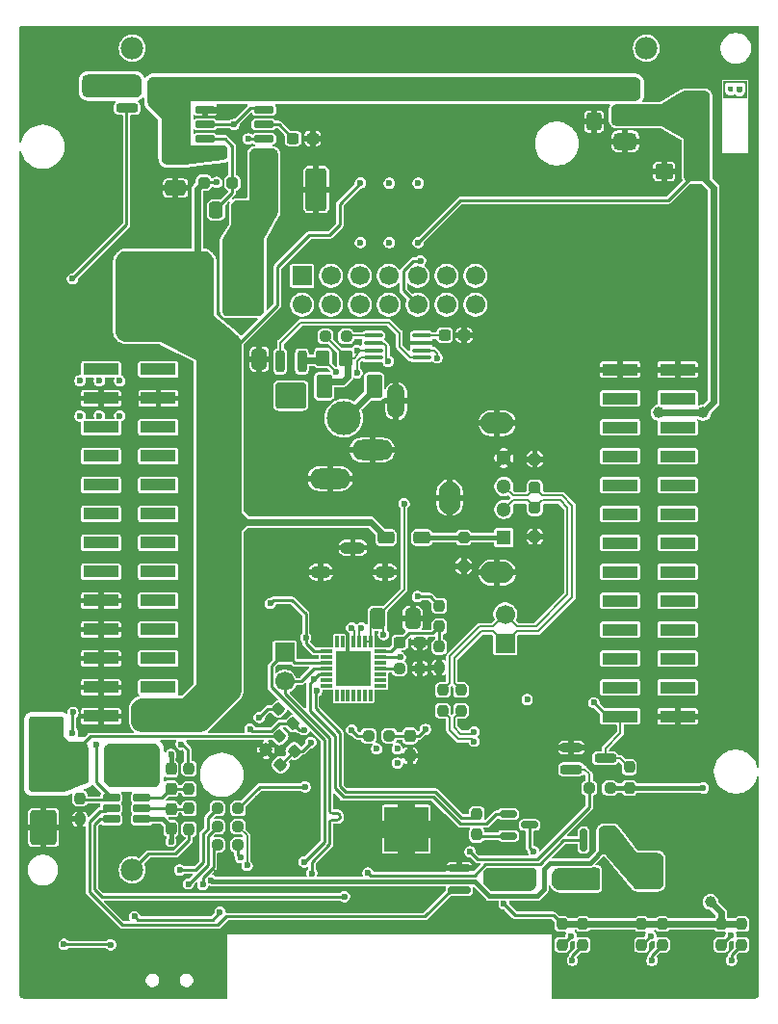
<source format=gbr>
%TF.GenerationSoftware,KiCad,Pcbnew,9.0.5*%
%TF.CreationDate,2026-01-12T16:44:51+01:00*%
%TF.ProjectId,ZumoComSystem,5a756d6f-436f-46d5-9379-7374656d2e6b,V1.2*%
%TF.SameCoordinates,Original*%
%TF.FileFunction,Copper,L4,Bot*%
%TF.FilePolarity,Positive*%
%FSLAX45Y45*%
G04 Gerber Fmt 4.5, Leading zero omitted, Abs format (unit mm)*
G04 Created by KiCad (PCBNEW 9.0.5) date 2026-01-12 16:44:51*
%MOMM*%
%LPD*%
G01*
G04 APERTURE LIST*
G04 Aperture macros list*
%AMRoundRect*
0 Rectangle with rounded corners*
0 $1 Rounding radius*
0 $2 $3 $4 $5 $6 $7 $8 $9 X,Y pos of 4 corners*
0 Add a 4 corners polygon primitive as box body*
4,1,4,$2,$3,$4,$5,$6,$7,$8,$9,$2,$3,0*
0 Add four circle primitives for the rounded corners*
1,1,$1+$1,$2,$3*
1,1,$1+$1,$4,$5*
1,1,$1+$1,$6,$7*
1,1,$1+$1,$8,$9*
0 Add four rect primitives between the rounded corners*
20,1,$1+$1,$2,$3,$4,$5,0*
20,1,$1+$1,$4,$5,$6,$7,0*
20,1,$1+$1,$6,$7,$8,$9,0*
20,1,$1+$1,$8,$9,$2,$3,0*%
G04 Aperture macros list end*
%ADD10C,0.300000*%
%TA.AperFunction,SMDPad,CuDef*%
%ADD11RoundRect,0.007800X0.477200X0.122200X-0.477200X0.122200X-0.477200X-0.122200X0.477200X-0.122200X0*%
%TD*%
%TA.AperFunction,SMDPad,CuDef*%
%ADD12RoundRect,0.007800X-0.122200X0.477200X-0.122200X-0.477200X0.122200X-0.477200X0.122200X0.477200X0*%
%TD*%
%TA.AperFunction,ComponentPad*%
%ADD13R,3.150000X3.150000*%
%TD*%
%TA.AperFunction,SMDPad,CuDef*%
%ADD14RoundRect,0.150000X-0.587500X-0.150000X0.587500X-0.150000X0.587500X0.150000X-0.587500X0.150000X0*%
%TD*%
%TA.AperFunction,ComponentPad*%
%ADD15R,1.300000X1.300000*%
%TD*%
%TA.AperFunction,ComponentPad*%
%ADD16C,1.300000*%
%TD*%
%TA.AperFunction,ComponentPad*%
%ADD17O,2.900000X1.900000*%
%TD*%
%TA.AperFunction,ComponentPad*%
%ADD18O,1.900000X2.900000*%
%TD*%
%TA.AperFunction,ComponentPad*%
%ADD19O,1.800000X1.100000*%
%TD*%
%TA.AperFunction,ComponentPad*%
%ADD20O,2.200000X1.100000*%
%TD*%
%TA.AperFunction,ComponentPad*%
%ADD21R,1.700000X1.700000*%
%TD*%
%TA.AperFunction,ComponentPad*%
%ADD22C,1.700000*%
%TD*%
%TA.AperFunction,ComponentPad*%
%ADD23C,1.980000*%
%TD*%
%TA.AperFunction,ComponentPad*%
%ADD24C,3.000000*%
%TD*%
%TA.AperFunction,ComponentPad*%
%ADD25O,3.600000X1.800000*%
%TD*%
%TA.AperFunction,ComponentPad*%
%ADD26O,1.508000X3.016000*%
%TD*%
%TA.AperFunction,ComponentPad*%
%ADD27R,3.900000X3.900000*%
%TD*%
%TA.AperFunction,SMDPad,CuDef*%
%ADD28RoundRect,0.250000X-0.900000X1.275000X-0.900000X-1.275000X0.900000X-1.275000X0.900000X1.275000X0*%
%TD*%
%TA.AperFunction,SMDPad,CuDef*%
%ADD29RoundRect,0.250000X-0.899998X1.275000X-0.899998X-1.275000X0.899998X-1.275000X0.899998X1.275000X0*%
%TD*%
%TA.AperFunction,SMDPad,CuDef*%
%ADD30RoundRect,0.162500X-0.837500X-0.162500X0.837500X-0.162500X0.837500X0.162500X-0.837500X0.162500X0*%
%TD*%
%TA.AperFunction,SMDPad,CuDef*%
%ADD31RoundRect,0.250000X-0.400000X-0.625000X0.400000X-0.625000X0.400000X0.625000X-0.400000X0.625000X0*%
%TD*%
%TA.AperFunction,SMDPad,CuDef*%
%ADD32R,3.175000X4.950000*%
%TD*%
%TA.AperFunction,SMDPad,CuDef*%
%ADD33RoundRect,0.162500X-0.162500X0.837500X-0.162500X-0.837500X0.162500X-0.837500X0.162500X0.837500X0*%
%TD*%
%TA.AperFunction,SMDPad,CuDef*%
%ADD34RoundRect,0.237500X-0.237500X0.250000X-0.237500X-0.250000X0.237500X-0.250000X0.237500X0.250000X0*%
%TD*%
%TA.AperFunction,SMDPad,CuDef*%
%ADD35RoundRect,0.237500X-0.237500X0.300000X-0.237500X-0.300000X0.237500X-0.300000X0.237500X0.300000X0*%
%TD*%
%TA.AperFunction,SMDPad,CuDef*%
%ADD36RoundRect,0.250000X-0.412500X-0.650000X0.412500X-0.650000X0.412500X0.650000X-0.412500X0.650000X0*%
%TD*%
%TA.AperFunction,SMDPad,CuDef*%
%ADD37RoundRect,0.237500X-0.300000X-0.237500X0.300000X-0.237500X0.300000X0.237500X-0.300000X0.237500X0*%
%TD*%
%TA.AperFunction,SMDPad,CuDef*%
%ADD38RoundRect,0.237500X0.250000X0.237500X-0.250000X0.237500X-0.250000X-0.237500X0.250000X-0.237500X0*%
%TD*%
%TA.AperFunction,SMDPad,CuDef*%
%ADD39RoundRect,0.237500X0.237500X-0.300000X0.237500X0.300000X-0.237500X0.300000X-0.237500X-0.300000X0*%
%TD*%
%TA.AperFunction,SMDPad,CuDef*%
%ADD40RoundRect,0.237500X-0.250000X-0.237500X0.250000X-0.237500X0.250000X0.237500X-0.250000X0.237500X0*%
%TD*%
%TA.AperFunction,SMDPad,CuDef*%
%ADD41RoundRect,0.200000X-0.750000X-0.200000X0.750000X-0.200000X0.750000X0.200000X-0.750000X0.200000X0*%
%TD*%
%TA.AperFunction,SMDPad,CuDef*%
%ADD42R,3.150000X1.000000*%
%TD*%
%TA.AperFunction,SMDPad,CuDef*%
%ADD43RoundRect,0.249999X0.475001X0.299999X-0.475001X0.299999X-0.475001X-0.299999X0.475001X-0.299999X0*%
%TD*%
%TA.AperFunction,SMDPad,CuDef*%
%ADD44RoundRect,0.237500X0.237500X-0.250000X0.237500X0.250000X-0.237500X0.250000X-0.237500X-0.250000X0*%
%TD*%
%TA.AperFunction,SMDPad,CuDef*%
%ADD45RoundRect,0.150000X-0.725000X-0.150000X0.725000X-0.150000X0.725000X0.150000X-0.725000X0.150000X0*%
%TD*%
%TA.AperFunction,SMDPad,CuDef*%
%ADD46RoundRect,0.250000X0.250000X-0.250000X0.250000X0.250000X-0.250000X0.250000X-0.250000X-0.250000X0*%
%TD*%
%TA.AperFunction,SMDPad,CuDef*%
%ADD47RoundRect,0.237500X0.344715X-0.008839X-0.008839X0.344715X-0.344715X0.008839X0.008839X-0.344715X0*%
%TD*%
%TA.AperFunction,SMDPad,CuDef*%
%ADD48RoundRect,0.200000X-0.200000X0.750000X-0.200000X-0.750000X0.200000X-0.750000X0.200000X0.750000X0*%
%TD*%
%TA.AperFunction,SMDPad,CuDef*%
%ADD49RoundRect,0.237500X-0.344715X0.008839X0.008839X-0.344715X0.344715X-0.008839X-0.008839X0.344715X0*%
%TD*%
%TA.AperFunction,SMDPad,CuDef*%
%ADD50RoundRect,0.250000X-0.425000X0.537500X-0.425000X-0.537500X0.425000X-0.537500X0.425000X0.537500X0*%
%TD*%
%TA.AperFunction,SMDPad,CuDef*%
%ADD51RoundRect,0.250000X-0.650000X0.412500X-0.650000X-0.412500X0.650000X-0.412500X0.650000X0.412500X0*%
%TD*%
%TA.AperFunction,SMDPad,CuDef*%
%ADD52RoundRect,0.250000X0.537500X0.425000X-0.537500X0.425000X-0.537500X-0.425000X0.537500X-0.425000X0*%
%TD*%
%TA.AperFunction,SMDPad,CuDef*%
%ADD53RoundRect,0.375000X-0.625000X-0.375000X0.625000X-0.375000X0.625000X0.375000X-0.625000X0.375000X0*%
%TD*%
%TA.AperFunction,SMDPad,CuDef*%
%ADD54RoundRect,0.500000X-0.500000X-1.400000X0.500000X-1.400000X0.500000X1.400000X-0.500000X1.400000X0*%
%TD*%
%TA.AperFunction,SMDPad,CuDef*%
%ADD55RoundRect,0.250000X-0.250000X0.250000X-0.250000X-0.250000X0.250000X-0.250000X0.250000X0.250000X0*%
%TD*%
%TA.AperFunction,SMDPad,CuDef*%
%ADD56RoundRect,0.250000X0.350000X0.450000X-0.350000X0.450000X-0.350000X-0.450000X0.350000X-0.450000X0*%
%TD*%
%TA.AperFunction,SMDPad,CuDef*%
%ADD57RoundRect,0.250000X0.250000X0.250000X-0.250000X0.250000X-0.250000X-0.250000X0.250000X-0.250000X0*%
%TD*%
%TA.AperFunction,SMDPad,CuDef*%
%ADD58RoundRect,0.250000X-0.337500X-0.475000X0.337500X-0.475000X0.337500X0.475000X-0.337500X0.475000X0*%
%TD*%
%TA.AperFunction,SMDPad,CuDef*%
%ADD59RoundRect,0.250001X-0.462499X-1.074999X0.462499X-1.074999X0.462499X1.074999X-0.462499X1.074999X0*%
%TD*%
%TA.AperFunction,SMDPad,CuDef*%
%ADD60RoundRect,0.250000X-0.450000X-0.800000X0.450000X-0.800000X0.450000X0.800000X-0.450000X0.800000X0*%
%TD*%
%TA.AperFunction,SMDPad,CuDef*%
%ADD61RoundRect,0.162500X-0.617500X-0.162500X0.617500X-0.162500X0.617500X0.162500X-0.617500X0.162500X0*%
%TD*%
%TA.AperFunction,SMDPad,CuDef*%
%ADD62RoundRect,0.100000X-0.712500X-0.100000X0.712500X-0.100000X0.712500X0.100000X-0.712500X0.100000X0*%
%TD*%
%TA.AperFunction,SMDPad,CuDef*%
%ADD63RoundRect,0.250000X-0.675000X-1.625000X0.675000X-1.625000X0.675000X1.625000X-0.675000X1.625000X0*%
%TD*%
%TA.AperFunction,ViaPad*%
%ADD64C,0.600000*%
%TD*%
%TA.AperFunction,ViaPad*%
%ADD65C,1.000000*%
%TD*%
%TA.AperFunction,Conductor*%
%ADD66C,0.250000*%
%TD*%
%TA.AperFunction,Conductor*%
%ADD67C,0.200000*%
%TD*%
%TA.AperFunction,Conductor*%
%ADD68C,0.600000*%
%TD*%
%TA.AperFunction,Conductor*%
%ADD69C,0.400000*%
%TD*%
%TA.AperFunction,Conductor*%
%ADD70C,0.300000*%
%TD*%
G04 APERTURE END LIST*
D10*
G36*
X17801833Y-6422316D02*
G01*
X17797362Y-6431257D01*
X17793662Y-6434958D01*
X17784720Y-6439428D01*
X17770374Y-6439428D01*
X17761432Y-6434958D01*
X17758515Y-6432040D01*
X17753261Y-6416280D01*
X17753261Y-6383714D01*
X17801833Y-6383714D01*
X17801833Y-6422316D01*
G37*
G36*
X17723261Y-6415173D02*
G01*
X17718791Y-6424115D01*
X17715090Y-6427815D01*
X17706149Y-6432286D01*
X17698945Y-6432286D01*
X17690004Y-6427815D01*
X17686304Y-6424115D01*
X17681833Y-6415173D01*
X17681833Y-6383714D01*
X17723261Y-6383714D01*
X17723261Y-6415173D01*
G37*
G36*
X17848500Y-6486095D02*
G01*
X17635166Y-6486095D01*
X17635166Y-6368714D01*
X17651833Y-6368714D01*
X17651833Y-6418714D01*
X17652121Y-6421641D01*
X17652327Y-6422138D01*
X17652365Y-6422676D01*
X17653416Y-6425422D01*
X17660559Y-6439708D01*
X17661352Y-6440967D01*
X17661504Y-6441333D01*
X17661842Y-6441745D01*
X17662126Y-6442197D01*
X17662425Y-6442456D01*
X17663369Y-6443607D01*
X17670512Y-6450749D01*
X17671662Y-6451693D01*
X17671922Y-6451993D01*
X17672373Y-6452276D01*
X17672785Y-6452615D01*
X17673151Y-6452766D01*
X17674410Y-6453559D01*
X17688696Y-6460702D01*
X17691442Y-6461753D01*
X17691980Y-6461791D01*
X17692478Y-6461997D01*
X17695404Y-6462286D01*
X17709690Y-6462286D01*
X17712616Y-6461997D01*
X17713114Y-6461791D01*
X17713652Y-6461753D01*
X17716398Y-6460702D01*
X17730684Y-6453559D01*
X17731943Y-6452766D01*
X17732309Y-6452615D01*
X17732721Y-6452277D01*
X17733173Y-6451993D01*
X17733432Y-6451693D01*
X17734582Y-6450749D01*
X17734701Y-6450631D01*
X17734798Y-6450749D01*
X17741941Y-6457892D01*
X17743091Y-6458836D01*
X17743350Y-6459136D01*
X17743801Y-6459419D01*
X17744214Y-6459758D01*
X17744580Y-6459909D01*
X17745839Y-6460702D01*
X17760125Y-6467845D01*
X17762871Y-6468896D01*
X17763409Y-6468934D01*
X17763906Y-6469140D01*
X17766833Y-6469428D01*
X17788261Y-6469428D01*
X17791188Y-6469140D01*
X17791686Y-6468934D01*
X17792223Y-6468896D01*
X17794970Y-6467845D01*
X17809255Y-6460702D01*
X17810515Y-6459909D01*
X17810881Y-6459758D01*
X17811293Y-6459420D01*
X17811744Y-6459136D01*
X17812004Y-6458836D01*
X17813154Y-6457892D01*
X17820297Y-6450749D01*
X17821241Y-6449599D01*
X17821540Y-6449339D01*
X17821824Y-6448888D01*
X17822162Y-6448476D01*
X17822314Y-6448110D01*
X17823106Y-6446851D01*
X17830249Y-6432565D01*
X17831300Y-6429819D01*
X17831338Y-6429281D01*
X17831545Y-6428783D01*
X17831833Y-6425857D01*
X17831833Y-6368714D01*
X17831545Y-6365788D01*
X17829305Y-6360381D01*
X17825166Y-6356242D01*
X17819759Y-6354002D01*
X17816833Y-6353714D01*
X17666833Y-6353714D01*
X17663906Y-6354002D01*
X17658499Y-6356242D01*
X17654361Y-6360381D01*
X17652121Y-6365788D01*
X17651833Y-6368714D01*
X17635166Y-6368714D01*
X17635166Y-6337047D01*
X17848500Y-6337047D01*
X17848500Y-6486095D01*
G37*
D11*
%TO.P,U2,8,VBUS*%
%TO.N,Net-(U2-VBUS)*%
X14624500Y-11350500D03*
%TO.P,U2,9,~{RST}*%
%TO.N,Net-(U2-~{RST})*%
X14624500Y-11400500D03*
%TO.P,U2,10,NC*%
%TO.N,unconnected-(U2-NC-Pad10)*%
X14624500Y-11450500D03*
%TO.P,U2,11,~{SUSPEND}*%
%TO.N,Net-(U2-~{SUSPEND})*%
X14624500Y-11500500D03*
%TO.P,U2,12,SUSPEND*%
%TO.N,unconnected-(U2-SUSPEND-Pad12)*%
X14624500Y-11550500D03*
%TO.P,U2,13,CHREN*%
%TO.N,unconnected-(U2-CHREN-Pad13)*%
X14624500Y-11600500D03*
%TO.P,U2,14,CHR1*%
%TO.N,unconnected-(U2-CHR1-Pad14)*%
X14624500Y-11650500D03*
%TO.P,U2,22,GPIO.4*%
%TO.N,unconnected-(U2-GPIO.4-Pad22)*%
X14150500Y-11650500D03*
%TO.P,U2,23,~{CTS}*%
%TO.N,unconnected-(U2-~{CTS}-Pad23)*%
X14150500Y-11600500D03*
%TO.P,U2,24,~{RTS}*%
%TO.N,/USB_UART/RTS*%
X14150500Y-11550500D03*
%TO.P,U2,25,RXD*%
%TO.N,/MCU/ESP_TX*%
X14150500Y-11500500D03*
%TO.P,U2,26,TXD*%
%TO.N,/MCU/ESP_RX*%
X14150500Y-11450500D03*
%TO.P,U2,27,~{DSR}*%
%TO.N,unconnected-(U2-~{DSR}-Pad27)*%
X14150500Y-11400500D03*
%TO.P,U2,28,~{DTR}*%
%TO.N,/USB_UART/DTR*%
X14150500Y-11350500D03*
D12*
%TO.P,U2,1,~{DCD}*%
%TO.N,unconnected-(U2-~{DCD}-Pad1)*%
X14237500Y-11263500D03*
%TO.P,U2,2,~{RI}/CLK*%
%TO.N,unconnected-(U2-~{RI}{slash}CLK-Pad2)*%
X14287500Y-11263500D03*
%TO.P,U2,3,GND*%
%TO.N,GND*%
X14337500Y-11263500D03*
%TO.P,U2,4,D+*%
%TO.N,/USB_UART/D+*%
X14387500Y-11263500D03*
%TO.P,U2,5,D-*%
%TO.N,/USB_UART/D-*%
X14437500Y-11263500D03*
%TO.P,U2,6,VDD*%
%TO.N,+3V3*%
X14487500Y-11263500D03*
%TO.P,U2,7,VREGIN*%
X14537500Y-11263500D03*
%TO.P,U2,15,CHR0*%
%TO.N,unconnected-(U2-CHR0-Pad15)*%
X14537500Y-11737500D03*
%TO.P,U2,16,~{WAKEUP}/GPIO.3*%
%TO.N,unconnected-(U2-~{WAKEUP}{slash}GPIO.3-Pad16)*%
X14487500Y-11737500D03*
%TO.P,U2,17,RS485/GPIO.2*%
%TO.N,unconnected-(U2-RS485{slash}GPIO.2-Pad17)*%
X14437500Y-11737500D03*
%TO.P,U2,18,~{RXT}/GPIO.1*%
%TO.N,unconnected-(U2-~{RXT}{slash}GPIO.1-Pad18)*%
X14387500Y-11737500D03*
%TO.P,U2,19,~{TXT}/GPIO.0*%
%TO.N,unconnected-(U2-~{TXT}{slash}GPIO.0-Pad19)*%
X14337500Y-11737500D03*
%TO.P,U2,20,GPIO.6*%
%TO.N,unconnected-(U2-GPIO.6-Pad20)*%
X14287500Y-11737500D03*
%TO.P,U2,21,GPIO.5*%
%TO.N,unconnected-(U2-GPIO.5-Pad21)*%
X14237500Y-11737500D03*
D13*
%TO.P,U2,29,GND*%
%TO.N,GND*%
X14387500Y-11500500D03*
%TD*%
D14*
%TO.P,Q5,3,C*%
%TO.N,/USB_UART/EN*%
X15933750Y-12875000D03*
%TO.P,Q5,2,E*%
%TO.N,/USB_UART/RTS*%
X15746250Y-12780000D03*
%TO.P,Q5,1,B*%
%TO.N,Net-(Q5-B)*%
X15746250Y-12970000D03*
%TD*%
D15*
%TO.P,J1,1,VBUS*%
%TO.N,Net-(D16-K)*%
X15708500Y-10350000D03*
D16*
%TO.P,J1,2,D-*%
%TO.N,/Zumo_Connector/D-*%
X15708500Y-10100000D03*
%TO.P,J1,3,D+*%
%TO.N,/Zumo_Connector/D+*%
X15708500Y-9900000D03*
%TO.P,J1,4,GND*%
%TO.N,GND*%
X15708500Y-9650000D03*
D17*
%TO.P,J1,5,Shield*%
X15648500Y-10657000D03*
D18*
X15230500Y-10000000D03*
D17*
X15648500Y-9343000D03*
%TD*%
D19*
%TO.P,J7,6,Shield*%
%TO.N,GND*%
X14660000Y-10652500D03*
D20*
X14380000Y-10437500D03*
D19*
X14100000Y-10652500D03*
%TD*%
D21*
%TO.P,TP5,1,1*%
%TO.N,/Zumo_Connector/D+*%
X15720000Y-11277500D03*
D22*
%TO.P,TP5,2,2*%
%TO.N,/Zumo_Connector/D-*%
X15720000Y-11023500D03*
%TD*%
D23*
%TO.P,BT2,1,+*%
%TO.N,Net-(BT1--)*%
X16960000Y-6048000D03*
%TO.P,BT2,2,-*%
%TO.N,GNDREF*%
X16960000Y-13270000D03*
%TD*%
D21*
%TO.P,TP7,1,1*%
%TO.N,/MCU/ESP_RX*%
X13780000Y-11360000D03*
D22*
%TO.P,TP7,2,2*%
%TO.N,/MCU/ESP_TX*%
X13780000Y-11614000D03*
%TD*%
D24*
%TO.P,J6,1*%
%TO.N,Net-(D8-A)*%
X14300000Y-9300000D03*
D25*
%TO.P,J6,2*%
%TO.N,GND*%
X14180000Y-9830000D03*
%TO.P,J6,3*%
X14550000Y-9580000D03*
D26*
%TO.P,J6,S1,SHIELD*%
X14760000Y-9150000D03*
%TD*%
D27*
%TO.P,U1,41,GND*%
%TO.N,GND*%
X14850000Y-12913000D03*
%TD*%
D23*
%TO.P,BT1,1,+*%
%TO.N,/Battery/RAW_VBatt*%
X12440000Y-13271000D03*
%TO.P,BT1,2,-*%
%TO.N,Net-(BT1--)*%
X12440000Y-6049000D03*
%TD*%
D28*
%TO.P,D10,1,K*%
%TO.N,/Battery/V_Batt*%
X11660000Y-12402500D03*
D29*
%TO.P,D10,2,A*%
%TO.N,GND*%
X11660000Y-12897500D03*
%TD*%
D30*
%TO.P,Q3,1,G*%
%TO.N,Net-(IC1-CO)*%
X15315000Y-13444000D03*
%TO.P,Q3,2,S*%
%TO.N,GND*%
X15315000Y-13254000D03*
%TO.P,Q3,3,D*%
%TO.N,Net-(Q3-D)*%
X15657000Y-13349000D03*
%TD*%
D31*
%TO.P,R21,1*%
%TO.N,Net-(Q3-D)*%
X15905000Y-13350000D03*
%TO.P,R21,2*%
%TO.N,Net-(Q2-D)*%
X16215000Y-13350000D03*
%TD*%
D32*
%TO.P,L1,1,1*%
%TO.N,Net-(D14-K)*%
X13410750Y-8120000D03*
%TO.P,L1,2,2*%
%TO.N,+5V*%
X12509250Y-8120000D03*
%TD*%
D33*
%TO.P,Q2,1,G*%
%TO.N,Net-(IC1-DO)*%
X16407500Y-13007000D03*
%TO.P,Q2,2,S*%
%TO.N,GNDREF*%
X16597500Y-13007000D03*
%TO.P,Q2,3,D*%
%TO.N,Net-(Q2-D)*%
X16502500Y-13349000D03*
%TD*%
D34*
%TO.P,R13,1*%
%TO.N,/Zumo_Connector/D-*%
X15170000Y-11688750D03*
%TO.P,R13,2*%
%TO.N,/MCU/ESP_USB_D-*%
X15170000Y-11871250D03*
%TD*%
%TO.P,R12,1*%
%TO.N,/Zumo_Connector/D+*%
X15330000Y-11688750D03*
%TO.P,R12,2*%
%TO.N,/MCU/ESP_USB_D+*%
X15330000Y-11871250D03*
%TD*%
%TO.P,R8,1*%
%TO.N,+3V3*%
X16920000Y-13746250D03*
%TO.P,R8,2*%
%TO.N,Net-(D3-A)*%
X16920000Y-13928750D03*
%TD*%
%TO.P,R11,1*%
%TO.N,+3V3*%
X17800000Y-13746250D03*
%TO.P,R11,2*%
%TO.N,/MCU/Button_C*%
X17800000Y-13928750D03*
%TD*%
D35*
%TO.P,C3,1*%
%TO.N,Net-(IC1-VDD)*%
X12780000Y-12733750D03*
%TO.P,C3,2*%
%TO.N,GNDREF*%
X12780000Y-12906250D03*
%TD*%
D36*
%TO.P,C7,1*%
%TO.N,+3V3*%
X14593750Y-11061000D03*
%TO.P,C7,2*%
%TO.N,GND*%
X14906250Y-11061000D03*
%TD*%
D37*
%TO.P,C8,1*%
%TO.N,Net-(U2-VBUS)*%
X14793750Y-11270000D03*
%TO.P,C8,2*%
%TO.N,GND*%
X14966250Y-11270000D03*
%TD*%
D38*
%TO.P,R2,1*%
%TO.N,/MCU/Info_LED_R*%
X13371250Y-12730000D03*
%TO.P,R2,2*%
%TO.N,Net-(D1-RK)*%
X13188750Y-12730000D03*
%TD*%
D39*
%TO.P,C1,1*%
%TO.N,Net-(IC1-VC)*%
X12780000Y-12556250D03*
%TO.P,C1,2*%
%TO.N,GNDREF*%
X12780000Y-12383750D03*
%TD*%
D40*
%TO.P,R19,1*%
%TO.N,Net-(D8-K)*%
X14138750Y-8580000D03*
%TO.P,R19,2*%
%TO.N,Net-(IC2-EN)*%
X14321250Y-8580000D03*
%TD*%
D41*
%TO.P,Q1,1,G*%
%TO.N,/MCU/Zumo_RST*%
X16300000Y-12385000D03*
%TO.P,Q1,2,S*%
%TO.N,GND*%
X16300000Y-12195000D03*
%TO.P,Q1,3,D*%
%TO.N,/Zumo_Connector/nRESET*%
X16600000Y-12290000D03*
%TD*%
D42*
%TO.P,J2,1,Pin_1*%
%TO.N,unconnected-(J2-Pin_1-Pad1)*%
X12164500Y-8871000D03*
%TO.P,J2,2,Pin_2*%
%TO.N,unconnected-(J2-Pin_2-Pad2)*%
X12669500Y-8871000D03*
%TO.P,J2,3,Pin_3*%
%TO.N,GND*%
X12164500Y-9125000D03*
%TO.P,J2,4,Pin_4*%
X12669500Y-9125000D03*
%TO.P,J2,5,Pin_5*%
%TO.N,unconnected-(J2-Pin_5-Pad5)*%
X12164500Y-9379000D03*
%TO.P,J2,6,Pin_6*%
%TO.N,unconnected-(J2-Pin_6-Pad6)*%
X12669500Y-9379000D03*
%TO.P,J2,7,Pin_7*%
%TO.N,unconnected-(J2-Pin_7-Pad7)*%
X12164500Y-9633000D03*
%TO.P,J2,8,Pin_8*%
%TO.N,unconnected-(J2-Pin_8-Pad8)*%
X12669500Y-9633000D03*
%TO.P,J2,9,Pin_9*%
%TO.N,unconnected-(J2-Pin_9-Pad9)*%
X12164500Y-9887000D03*
%TO.P,J2,10,Pin_10*%
%TO.N,unconnected-(J2-Pin_10-Pad10)*%
X12669500Y-9887000D03*
%TO.P,J2,11,Pin_11*%
%TO.N,unconnected-(J2-Pin_11-Pad11)*%
X12164500Y-10141000D03*
%TO.P,J2,12,Pin_12*%
%TO.N,unconnected-(J2-Pin_12-Pad12)*%
X12669500Y-10141000D03*
%TO.P,J2,13,Pin_13*%
%TO.N,unconnected-(J2-Pin_13-Pad13)*%
X12164500Y-10395000D03*
%TO.P,J2,14,Pin_14*%
%TO.N,unconnected-(J2-Pin_14-Pad14)*%
X12669500Y-10395000D03*
%TO.P,J2,15,Pin_15*%
%TO.N,unconnected-(J2-Pin_15-Pad15)*%
X12164500Y-10649000D03*
%TO.P,J2,16,Pin_16*%
%TO.N,unconnected-(J2-Pin_16-Pad16)*%
X12669500Y-10649000D03*
%TO.P,J2,17,Pin_17*%
%TO.N,GND*%
X12164500Y-10903000D03*
%TO.P,J2,18,Pin_18*%
%TO.N,unconnected-(J2-Pin_18-Pad18)*%
X12669500Y-10903000D03*
%TO.P,J2,19,Pin_19*%
%TO.N,GND*%
X12164500Y-11157000D03*
%TO.P,J2,20,Pin_20*%
%TO.N,unconnected-(J2-Pin_20-Pad20)*%
X12669500Y-11157000D03*
%TO.P,J2,21,Pin_21*%
%TO.N,GND*%
X12164500Y-11411000D03*
%TO.P,J2,22,Pin_22*%
%TO.N,unconnected-(J2-Pin_22-Pad22)*%
X12669500Y-11411000D03*
%TO.P,J2,23,Pin_23*%
%TO.N,GND*%
X12164500Y-11665000D03*
%TO.P,J2,24,Pin_24*%
%TO.N,unconnected-(J2-Pin_24-Pad24)*%
X12669500Y-11665000D03*
%TO.P,J2,25,Pin_25*%
%TO.N,GND*%
X12164500Y-11919000D03*
%TO.P,J2,26,Pin_26*%
%TO.N,+5V*%
X12669500Y-11919000D03*
%TD*%
D37*
%TO.P,C4,1*%
%TO.N,Net-(IC2-TIMER)*%
X15186750Y-8570000D03*
%TO.P,C4,2*%
%TO.N,GND*%
X15359250Y-8570000D03*
%TD*%
D43*
%TO.P,D16,1,K*%
%TO.N,Net-(D16-K)*%
X14987500Y-10350000D03*
%TO.P,D16,2,A*%
%TO.N,+5V*%
X14672500Y-10350000D03*
%TD*%
D44*
%TO.P,R17,1*%
%TO.N,/Battery/RAW_VBatt*%
X12940000Y-12911250D03*
%TO.P,R17,2*%
%TO.N,Net-(IC1-VDD)*%
X12940000Y-12728750D03*
%TD*%
D38*
%TO.P,R14,1*%
%TO.N,+3V3*%
X16641250Y-12550000D03*
%TO.P,R14,2*%
%TO.N,/MCU/Zumo_RST*%
X16458750Y-12550000D03*
%TD*%
D35*
%TO.P,C6,1*%
%TO.N,/Battery/V_Batt_Scaled*%
X14880000Y-12093750D03*
%TO.P,C6,2*%
%TO.N,GND*%
X14880000Y-12266250D03*
%TD*%
D45*
%TO.P,U3,1,VIN*%
%TO.N,/Power_Supply/Switched_V_Batt*%
X13082500Y-6970500D03*
%TO.P,U3,2,BOOST*%
%TO.N,Net-(D15-K)*%
X13082500Y-6843500D03*
%TO.P,U3,3,FB/SENSE*%
%TO.N,+5V*%
X13082500Y-6716500D03*
%TO.P,U3,4,FGND*%
%TO.N,GND*%
X13082500Y-6589500D03*
%TO.P,U3,5,BIAS*%
%TO.N,+5V*%
X13597500Y-6589500D03*
%TO.P,U3,6,VC*%
%TO.N,Net-(U3-VC)*%
X13597500Y-6716500D03*
%TO.P,U3,7,SYNC/\u002ASHDN*%
%TO.N,/Power_Supply/Switched_V_Batt*%
X13597500Y-6843500D03*
%TO.P,U3,8,VSW*%
%TO.N,Net-(D14-K)*%
X13597500Y-6970500D03*
%TD*%
D46*
%TO.P,D6,1,K*%
%TO.N,/Zumo_Connector/D+*%
X15980000Y-9910000D03*
%TO.P,D6,2,A*%
%TO.N,GND*%
X15980000Y-9660000D03*
%TD*%
D47*
%TO.P,R24,1*%
%TO.N,Net-(R23-Pad2)*%
X13744523Y-12344523D03*
%TO.P,R24,2*%
%TO.N,GND*%
X13615476Y-12215476D03*
%TD*%
D48*
%TO.P,Q4,1,G*%
%TO.N,Net-(IC2-DRV)*%
X13741750Y-8800000D03*
%TO.P,Q4,2,S*%
%TO.N,Net-(IC2-SENSE)*%
X13931750Y-8800000D03*
%TO.P,Q4,3,D*%
%TO.N,/Battery/V_Batt*%
X13836750Y-9100000D03*
%TD*%
D49*
%TO.P,R23,1*%
%TO.N,/Battery/V_Batt*%
X13735476Y-12095476D03*
%TO.P,R23,2*%
%TO.N,Net-(R23-Pad2)*%
X13864523Y-12224523D03*
%TD*%
D50*
%TO.P,C11,1*%
%TO.N,/Power_Supply/Switched_V_Batt*%
X16500000Y-6406250D03*
%TO.P,C11,2*%
%TO.N,GND*%
X16500000Y-6693750D03*
%TD*%
D44*
%TO.P,R16,1*%
%TO.N,Net-(IC1-VC)*%
X12940000Y-12561250D03*
%TO.P,R16,2*%
%TO.N,Net-(BT1--)*%
X12940000Y-12378750D03*
%TD*%
D40*
%TO.P,R25,1*%
%TO.N,Net-(R23-Pad2)*%
X14518750Y-12090000D03*
%TO.P,R25,2*%
%TO.N,/Battery/V_Batt_Scaled*%
X14701250Y-12090000D03*
%TD*%
D51*
%TO.P,C9,1*%
%TO.N,/Power_Supply/Switched_V_Batt*%
X12820000Y-6963750D03*
%TO.P,C9,2*%
%TO.N,GND*%
X12820000Y-7276250D03*
%TD*%
D52*
%TO.P,C14,1*%
%TO.N,+3V3*%
X17403750Y-7130000D03*
%TO.P,C14,2*%
%TO.N,GND*%
X17116250Y-7130000D03*
%TD*%
D53*
%TO.P,U4,1,GND*%
%TO.N,GND*%
X16775000Y-6866000D03*
%TO.P,U4,2,VO*%
%TO.N,+3V3*%
X16775000Y-6636000D03*
D54*
X17405000Y-6636000D03*
D53*
%TO.P,U4,3,VI*%
%TO.N,/Power_Supply/Switched_V_Batt*%
X16775000Y-6406000D03*
%TD*%
D36*
%TO.P,C13,1*%
%TO.N,+5V*%
X13243750Y-8780000D03*
%TO.P,C13,2*%
%TO.N,GND*%
X13556250Y-8780000D03*
%TD*%
D49*
%TO.P,R5,1*%
%TO.N,+3V3*%
X13725476Y-11855476D03*
%TO.P,R5,2*%
%TO.N,/MCU/User_Button*%
X13854523Y-11984523D03*
%TD*%
D55*
%TO.P,D7,1,K*%
%TO.N,/Zumo_Connector/D-*%
X15980000Y-10090000D03*
%TO.P,D7,2,A*%
%TO.N,GND*%
X15980000Y-10340000D03*
%TD*%
D44*
%TO.P,R26,1*%
%TO.N,Net-(Q5-B)*%
X15470000Y-12960000D03*
%TO.P,R26,2*%
%TO.N,/USB_UART/DTR*%
X15470000Y-12777500D03*
%TD*%
D55*
%TO.P,D5,1,K*%
%TO.N,Net-(D16-K)*%
X15355000Y-10350000D03*
%TO.P,D5,2,A*%
%TO.N,GND*%
X15355000Y-10600000D03*
%TD*%
D42*
%TO.P,J3,1,Pin_1*%
%TO.N,GND*%
X16730500Y-8872000D03*
%TO.P,J3,2,Pin_2*%
X17235500Y-8872000D03*
%TO.P,J3,3,Pin_3*%
%TO.N,unconnected-(J3-Pin_3-Pad3)*%
X16730500Y-9126000D03*
%TO.P,J3,4,Pin_4*%
%TO.N,unconnected-(J3-Pin_4-Pad4)*%
X17235500Y-9126000D03*
%TO.P,J3,5,Pin_5*%
%TO.N,unconnected-(J3-Pin_5-Pad5)*%
X16730500Y-9380000D03*
%TO.P,J3,6,Pin_6*%
%TO.N,unconnected-(J3-Pin_6-Pad6)*%
X17235500Y-9380000D03*
%TO.P,J3,7,Pin_7*%
%TO.N,unconnected-(J3-Pin_7-Pad7)*%
X16730500Y-9634000D03*
%TO.P,J3,8,Pin_8*%
%TO.N,unconnected-(J3-Pin_8-Pad8)*%
X17235500Y-9634000D03*
%TO.P,J3,9,Pin_9*%
%TO.N,unconnected-(J3-Pin_9-Pad9)*%
X16730500Y-9888000D03*
%TO.P,J3,10,Pin_10*%
%TO.N,unconnected-(J3-Pin_10-Pad10)*%
X17235500Y-9888000D03*
%TO.P,J3,11,Pin_11*%
%TO.N,unconnected-(J3-Pin_11-Pad11)*%
X16730500Y-10142000D03*
%TO.P,J3,12,Pin_12*%
%TO.N,unconnected-(J3-Pin_12-Pad12)*%
X17235500Y-10142000D03*
%TO.P,J3,13,Pin_13*%
%TO.N,unconnected-(J3-Pin_13-Pad13)*%
X16730500Y-10396000D03*
%TO.P,J3,14,Pin_14*%
%TO.N,unconnected-(J3-Pin_14-Pad14)*%
X17235500Y-10396000D03*
%TO.P,J3,15,Pin_15*%
%TO.N,unconnected-(J3-Pin_15-Pad15)*%
X16730500Y-10650000D03*
%TO.P,J3,16,Pin_16*%
%TO.N,unconnected-(J3-Pin_16-Pad16)*%
X17235500Y-10650000D03*
%TO.P,J3,17,Pin_17*%
%TO.N,unconnected-(J3-Pin_17-Pad17)*%
X16730500Y-10904000D03*
%TO.P,J3,18,Pin_18*%
%TO.N,unconnected-(J3-Pin_18-Pad18)*%
X17235500Y-10904000D03*
%TO.P,J3,19,Pin_19*%
%TO.N,unconnected-(J3-Pin_19-Pad19)*%
X16730500Y-11158000D03*
%TO.P,J3,20,Pin_20*%
%TO.N,unconnected-(J3-Pin_20-Pad20)*%
X17235500Y-11158000D03*
%TO.P,J3,21,Pin_21*%
%TO.N,unconnected-(J3-Pin_21-Pad21)*%
X16730500Y-11412000D03*
%TO.P,J3,22,Pin_22*%
%TO.N,unconnected-(J3-Pin_22-Pad22)*%
X17235500Y-11412000D03*
%TO.P,J3,23,Pin_23*%
%TO.N,unconnected-(J3-Pin_23-Pad23)*%
X16730500Y-11666000D03*
%TO.P,J3,24,Pin_24*%
%TO.N,unconnected-(J3-Pin_24-Pad24)*%
X17235500Y-11666000D03*
%TO.P,J3,25,Pin_25*%
%TO.N,/Zumo_Connector/nRESET*%
X16730500Y-11920000D03*
%TO.P,J3,26,Pin_26*%
%TO.N,GND*%
X17235500Y-11920000D03*
%TD*%
D34*
%TO.P,R6,1*%
%TO.N,+3V3*%
X16402500Y-13746250D03*
%TO.P,R6,2*%
%TO.N,/MCU/Button_A*%
X16402500Y-13928750D03*
%TD*%
D41*
%TO.P,Q7,1,G*%
%TO.N,Net-(Q7-G)*%
X12395000Y-6572000D03*
%TO.P,Q7,2,S*%
%TO.N,/Battery/V_Batt*%
X12395000Y-6382000D03*
%TO.P,Q7,3,D*%
%TO.N,/Power_Supply/Switched_V_Batt*%
X12695000Y-6477000D03*
%TD*%
D21*
%TO.P,J4,1,Pin_1*%
%TO.N,Net-(J4-Pin_1)*%
X13933500Y-8048500D03*
D22*
%TO.P,J4,2,Pin_2*%
%TO.N,Net-(J4-Pin_2)*%
X13933500Y-8302500D03*
%TO.P,J4,3,Pin_3*%
%TO.N,Net-(J4-Pin_3)*%
X14187500Y-8048500D03*
%TO.P,J4,4,Pin_4*%
%TO.N,Net-(J4-Pin_4)*%
X14187500Y-8302500D03*
%TO.P,J4,5,Pin_5*%
%TO.N,Net-(J4-Pin_5)*%
X14441500Y-8048500D03*
%TO.P,J4,6,Pin_6*%
%TO.N,Net-(J4-Pin_6)*%
X14441500Y-8302500D03*
%TO.P,J4,7,Pin_7*%
%TO.N,Net-(J4-Pin_7)*%
X14695500Y-8048500D03*
%TO.P,J4,8,Pin_8*%
%TO.N,Net-(J4-Pin_8)*%
X14695500Y-8302500D03*
%TO.P,J4,9,Pin_9*%
%TO.N,Net-(J4-Pin_9)*%
X14949500Y-8048500D03*
%TO.P,J4,10,Pin_10*%
%TO.N,Net-(J4-Pin_10)*%
X14949500Y-8302500D03*
%TO.P,J4,11,Pin_11*%
%TO.N,Net-(J4-Pin_11)*%
X15203500Y-8048500D03*
%TO.P,J4,12,Pin_12*%
%TO.N,Net-(J4-Pin_12)*%
X15203500Y-8302500D03*
%TO.P,J4,13,Pin_13*%
%TO.N,Net-(J4-Pin_13)*%
X15457500Y-8048500D03*
%TO.P,J4,14,Pin_14*%
%TO.N,Net-(J4-Pin_14)*%
X15457500Y-8302500D03*
%TD*%
D40*
%TO.P,R31,1*%
%TO.N,Net-(U2-~{SUSPEND})*%
X14787500Y-11500000D03*
%TO.P,R31,2*%
%TO.N,GND*%
X14970000Y-11500000D03*
%TD*%
D44*
%TO.P,R28,1*%
%TO.N,Net-(U2-VBUS)*%
X15140000Y-11131250D03*
%TO.P,R28,2*%
%TO.N,/USB_UART/VBUS*%
X15140000Y-10948750D03*
%TD*%
D56*
%TO.P,R20,1*%
%TO.N,Net-(D8-K)*%
X14316750Y-8770000D03*
%TO.P,R20,2*%
%TO.N,Net-(IC2-SENSE)*%
X14116750Y-8770000D03*
%TD*%
D38*
%TO.P,R3,1*%
%TO.N,/MCU/Info_LED_G*%
X13371250Y-13050000D03*
%TO.P,R3,2*%
%TO.N,Net-(D1-GK)*%
X13188750Y-13050000D03*
%TD*%
D34*
%TO.P,R22,1*%
%TO.N,/Battery/VM*%
X11980000Y-12640000D03*
%TO.P,R22,2*%
%TO.N,GND*%
X11980000Y-12822500D03*
%TD*%
D57*
%TO.P,D15,1,K*%
%TO.N,Net-(D15-K)*%
X13320000Y-7230000D03*
%TO.P,D15,2,A*%
%TO.N,+5V*%
X13070000Y-7230000D03*
%TD*%
D58*
%TO.P,C12,1*%
%TO.N,Net-(D15-K)*%
X13176250Y-7470000D03*
%TO.P,C12,2*%
%TO.N,Net-(D14-K)*%
X13383750Y-7470000D03*
%TD*%
D37*
%TO.P,C10,1*%
%TO.N,Net-(U3-VC)*%
X13853750Y-6840000D03*
%TO.P,C10,2*%
%TO.N,GND*%
X14026250Y-6840000D03*
%TD*%
D59*
%TO.P,F1,1*%
%TO.N,/Battery/V_Batt*%
X11981250Y-12350000D03*
%TO.P,F1,2*%
%TO.N,/Battery/RAW_VBatt*%
X12278750Y-12350000D03*
%TD*%
D44*
%TO.P,R15,1*%
%TO.N,+3V3*%
X16810000Y-12550000D03*
%TO.P,R15,2*%
%TO.N,/Zumo_Connector/nRESET*%
X16810000Y-12367500D03*
%TD*%
D60*
%TO.P,D8,1,K*%
%TO.N,Net-(D8-K)*%
X14126750Y-9020000D03*
%TO.P,D8,2,A*%
%TO.N,Net-(D8-A)*%
X14566750Y-9020000D03*
%TD*%
D34*
%TO.P,R29,1*%
%TO.N,Net-(U2-VBUS)*%
X15140000Y-11308750D03*
%TO.P,R29,2*%
%TO.N,GND*%
X15140000Y-11491250D03*
%TD*%
D61*
%TO.P,IC1,1,DO*%
%TO.N,Net-(IC1-DO)*%
X12255000Y-12825000D03*
%TO.P,IC1,2,CO*%
%TO.N,Net-(IC1-CO)*%
X12255000Y-12730000D03*
%TO.P,IC1,3,VM*%
%TO.N,/Battery/VM*%
X12255000Y-12635000D03*
%TO.P,IC1,4,VC*%
%TO.N,Net-(IC1-VC)*%
X12525000Y-12635000D03*
%TO.P,IC1,5,VDD*%
%TO.N,Net-(IC1-VDD)*%
X12525000Y-12730000D03*
%TO.P,IC1,6,VSS*%
%TO.N,GNDREF*%
X12525000Y-12825000D03*
%TD*%
D62*
%TO.P,IC2,1,SENSE*%
%TO.N,Net-(IC2-SENSE)*%
X14558750Y-8767500D03*
%TO.P,IC2,2,VDD*%
%TO.N,Net-(D8-K)*%
X14558750Y-8702500D03*
%TO.P,IC2,3,STAT1*%
%TO.N,Net-(D9-K)*%
X14558750Y-8637500D03*
%TO.P,IC2,4,EN*%
%TO.N,Net-(IC2-EN)*%
X14558750Y-8572500D03*
%TO.P,IC2,5,TIMER*%
%TO.N,Net-(IC2-TIMER)*%
X14981250Y-8572500D03*
%TO.P,IC2,6,VSS*%
%TO.N,GND*%
X14981250Y-8637500D03*
%TO.P,IC2,7,VBAT*%
%TO.N,/Battery/V_Batt*%
X14981250Y-8702500D03*
%TO.P,IC2,8,DRV*%
%TO.N,Net-(IC2-DRV)*%
X14981250Y-8767500D03*
%TD*%
D34*
%TO.P,R10,1*%
%TO.N,+3V3*%
X17100000Y-13746250D03*
%TO.P,R10,2*%
%TO.N,/MCU/Button_B*%
X17100000Y-13928750D03*
%TD*%
%TO.P,R9,1*%
%TO.N,+3V3*%
X17620000Y-13746250D03*
%TO.P,R9,2*%
%TO.N,Net-(D4-A)*%
X17620000Y-13928750D03*
%TD*%
D63*
%TO.P,D14,1,K*%
%TO.N,Net-(D14-K)*%
X13602500Y-7290000D03*
%TO.P,D14,2,A*%
%TO.N,GND*%
X14057500Y-7290000D03*
%TD*%
D34*
%TO.P,R7,1*%
%TO.N,+3V3*%
X16220000Y-13746250D03*
%TO.P,R7,2*%
%TO.N,Net-(D2-A)*%
X16220000Y-13928750D03*
%TD*%
D38*
%TO.P,R4,1*%
%TO.N,/MCU/Info_LED_B*%
X13371250Y-12890000D03*
%TO.P,R4,2*%
%TO.N,Net-(D1-BK)*%
X13188750Y-12890000D03*
%TD*%
D64*
%TO.N,GND*%
X14700000Y-7864000D03*
X14446000Y-7864000D03*
X14452000Y-7334000D03*
X14953000Y-7329000D03*
X14700000Y-7335000D03*
%TO.N,/MCU/EXT_SPI_MOSI*%
X14954000Y-7233000D03*
%TO.N,GND*%
X15214000Y-7319000D03*
%TO.N,+5V*%
X14446000Y-7232000D03*
%TO.N,/USB_UART/DTR*%
X13653000Y-10928000D03*
%TO.N,/MCU/EXT_SPI_MISO*%
X14700000Y-7234000D03*
X14588000Y-12206000D03*
%TO.N,/MCU/EXT_SPI_MOSI*%
X14772000Y-12330200D03*
%TO.N,/MCU/EXT_SPI_CLK*%
X14770000Y-12205200D03*
X14446000Y-7756000D03*
%TO.N,/MCU/EXT_SPI_CS*%
X14700000Y-7757000D03*
X15913000Y-11772000D03*
%TO.N,+3V3*%
X14954000Y-7756000D03*
%TO.N,GND*%
X14956000Y-6799000D03*
X14709000Y-6802000D03*
X14444000Y-6802000D03*
X14243000Y-12960393D03*
X16380000Y-10120000D03*
X15196000Y-12149000D03*
X14249000Y-12689000D03*
%TO.N,+3V3*%
X15709000Y-13570000D03*
X13211000Y-13641000D03*
D65*
X17070000Y-9250000D03*
X17524507Y-13550493D03*
D64*
X12460000Y-13679550D03*
X14650000Y-11201000D03*
X14830000Y-10050000D03*
X17460000Y-12550000D03*
X13557550Y-11930000D03*
D65*
X17460000Y-9250000D03*
D64*
%TO.N,GND*%
X15110000Y-10790000D03*
X15450000Y-6854750D03*
X15450000Y-7166500D03*
X12859000Y-12819000D03*
X15354167Y-13654750D03*
X12170000Y-11280000D03*
X16925000Y-12455000D03*
X15277000Y-9369000D03*
X16725000Y-11285000D03*
X16064000Y-5890000D03*
X16168000Y-11617000D03*
X12861000Y-12468000D03*
X12800000Y-13200000D03*
X16660000Y-14100000D03*
X16296000Y-5890000D03*
X11785000Y-13500000D03*
X17910000Y-6200000D03*
X14830000Y-5890000D03*
X14580000Y-12775000D03*
X13985000Y-9560000D03*
X12910000Y-7440000D03*
X13690000Y-13300000D03*
X17237500Y-12055000D03*
X16860000Y-8080000D03*
X14320000Y-5890000D03*
X17910000Y-10065262D03*
X17670000Y-13300000D03*
X16725000Y-11530000D03*
X13544784Y-12644784D03*
X15270000Y-11040000D03*
X14000000Y-10110000D03*
X14173001Y-11270500D03*
X16871000Y-13651000D03*
X12404000Y-13987550D03*
X11900000Y-8810000D03*
X15358000Y-6648000D03*
X12690000Y-14040000D03*
X12860000Y-12990000D03*
X15120000Y-12040000D03*
X14389000Y-13143000D03*
X14931000Y-13252000D03*
X14325000Y-10987000D03*
X17050000Y-6860000D03*
X17565000Y-12980000D03*
X11490000Y-6700000D03*
X12154167Y-10534750D03*
X17245000Y-11285000D03*
X14026000Y-13790000D03*
X15420000Y-12660000D03*
X16660000Y-13600000D03*
X11490000Y-14018000D03*
X15650000Y-11770000D03*
X15136000Y-13111000D03*
X16170000Y-14360000D03*
X14633000Y-10865000D03*
X13114000Y-5890000D03*
X12290000Y-5890000D03*
X13810000Y-5890000D03*
X16090000Y-13790000D03*
X11490000Y-10377142D03*
X12262000Y-14151550D03*
X17900000Y-12642104D03*
X12650000Y-5890000D03*
X14870000Y-13560000D03*
X12083000Y-12725000D03*
X13447000Y-8475000D03*
X17005000Y-9460000D03*
X15530000Y-11350000D03*
X15023843Y-9029450D03*
X17327550Y-12466000D03*
X15928000Y-7525000D03*
X13081000Y-12636000D03*
X13245450Y-7110000D03*
X16100000Y-13520000D03*
X14208000Y-7838000D03*
X16395000Y-11940000D03*
X13510000Y-10082450D03*
X16440000Y-12290000D03*
X14910000Y-9860000D03*
X12410000Y-9420000D03*
X15832000Y-5890000D03*
X17910000Y-5890000D03*
X15136000Y-12845000D03*
X14267500Y-11620500D03*
X16469000Y-6869000D03*
X12170000Y-11800000D03*
X15160000Y-10450000D03*
X17165671Y-12619950D03*
X17910000Y-7917894D03*
X16725000Y-10774750D03*
X11900000Y-9420000D03*
X11900943Y-8270943D03*
X13422000Y-12247000D03*
X13910000Y-6960000D03*
X12260000Y-14360000D03*
X13550000Y-9420000D03*
X17373000Y-13441000D03*
X14033000Y-8538000D03*
X12170000Y-10770000D03*
X13143000Y-14240000D03*
X17650000Y-8690000D03*
X17580000Y-12130000D03*
X13703000Y-7783000D03*
X13535000Y-13589000D03*
X16640000Y-7030000D03*
X15037000Y-11040000D03*
X11975000Y-13425000D03*
X12920000Y-8850000D03*
X13346000Y-5890000D03*
X13363341Y-6852341D03*
X11490000Y-8097143D03*
X11490000Y-13676000D03*
X12170000Y-11030000D03*
X13820000Y-8660000D03*
X13470000Y-11810000D03*
X14315000Y-8175000D03*
X13893389Y-11512950D03*
X12861000Y-12270000D03*
X14330000Y-13250000D03*
X11490000Y-11028570D03*
X15058000Y-13790000D03*
X11490000Y-14360000D03*
X11930000Y-14360000D03*
X17910000Y-13930525D03*
X15363000Y-12970000D03*
X12495000Y-14140000D03*
X13768000Y-13790000D03*
X12900000Y-10540000D03*
X17580000Y-11090000D03*
X11490000Y-7120000D03*
X13867000Y-11041000D03*
X17120000Y-5890000D03*
X16730000Y-11795000D03*
X12450000Y-10134750D03*
X13890000Y-7290000D03*
X17910000Y-14360000D03*
X13000000Y-12170000D03*
X16985000Y-11675000D03*
X16660000Y-13842193D03*
X17360000Y-8440000D03*
X12770000Y-12170000D03*
X15358000Y-13175000D03*
X16990000Y-10046000D03*
X17860000Y-8776842D03*
X17354000Y-6311000D03*
X14507500Y-11620500D03*
X16660000Y-14360000D03*
X11830000Y-10010000D03*
X14681533Y-10050000D03*
X15815000Y-13092500D03*
X13164000Y-13442000D03*
X17162000Y-13352000D03*
X11490000Y-12650000D03*
X15326000Y-8815000D03*
X17500000Y-13840000D03*
X14580000Y-13100000D03*
X11490000Y-9725714D03*
X14010000Y-12660000D03*
X16485000Y-12835000D03*
X14650000Y-11750000D03*
X12280000Y-13580000D03*
X16490000Y-9385000D03*
X16198000Y-9657000D03*
X12440000Y-8850000D03*
X12720000Y-13580000D03*
X12979000Y-13090000D03*
X12728000Y-9737550D03*
X15420000Y-12456000D03*
X15180000Y-12530000D03*
X14542000Y-13790000D03*
X14340000Y-12420000D03*
X16735000Y-12190000D03*
X13500000Y-12850000D03*
X13452000Y-12530000D03*
X13240000Y-14360000D03*
X14977000Y-8890000D03*
X16176000Y-9376000D03*
X16300000Y-6630000D03*
X14186000Y-6801000D03*
X16314167Y-7894750D03*
X15050000Y-12400000D03*
X13650000Y-11030000D03*
X14800000Y-13790000D03*
X14216000Y-13173000D03*
X11980000Y-12990000D03*
X16570000Y-7590000D03*
X15754167Y-7094750D03*
X17240000Y-11795000D03*
X17245000Y-11545000D03*
X11890000Y-7290000D03*
X13750000Y-10780000D03*
X15080000Y-5890000D03*
X12370000Y-13860000D03*
X15450000Y-7790000D03*
X16760000Y-5890000D03*
X17360000Y-14100000D03*
X14476000Y-12298000D03*
X11890000Y-5890000D03*
X13510000Y-13790000D03*
X13124000Y-7746000D03*
X12168000Y-13987550D03*
X17910000Y-6629474D03*
X15674167Y-7894750D03*
X13610000Y-12380000D03*
X16725000Y-11036000D03*
X11490000Y-13334000D03*
X17650000Y-7690000D03*
X13776000Y-11216000D03*
X12910000Y-11620000D03*
X14787000Y-11011000D03*
X17430000Y-9005000D03*
X16510000Y-8870000D03*
X14020000Y-12290000D03*
X16983000Y-10396000D03*
X17910000Y-8347368D03*
X17910000Y-10494736D03*
X13400000Y-13441400D03*
X16314167Y-7174750D03*
X12882000Y-5890000D03*
X14828000Y-6614000D03*
X11490000Y-10051428D03*
X15600000Y-5890000D03*
X11490000Y-6295000D03*
X14388000Y-12753000D03*
X13150000Y-13583000D03*
X17580000Y-9810000D03*
X17650000Y-8150000D03*
X13996000Y-13441400D03*
X11490000Y-7771428D03*
X17911000Y-13071578D03*
X14106955Y-13589000D03*
X14850000Y-8510000D03*
X14611000Y-11277000D03*
X13280000Y-12970000D03*
X15832000Y-13795000D03*
X11785000Y-12700000D03*
X14060000Y-5890000D03*
X16990000Y-8805000D03*
X13186000Y-13297000D03*
X14870000Y-12510000D03*
X17910000Y-13501051D03*
X15914167Y-6614750D03*
X17610000Y-9250000D03*
X12865000Y-13351000D03*
X11995000Y-13813000D03*
X12160000Y-11540000D03*
X17720000Y-7210000D03*
X11871030Y-7955483D03*
X17110000Y-13550000D03*
X12780000Y-14360000D03*
X13181000Y-7326000D03*
X16937000Y-7127000D03*
X14795841Y-8810841D03*
X16218000Y-11137000D03*
X15207000Y-6804000D03*
X13630000Y-10310000D03*
X14398000Y-9060000D03*
X11490000Y-12992000D03*
X16930000Y-7500000D03*
X16985000Y-9135000D03*
X16508000Y-9640000D03*
X13470000Y-11310000D03*
X17280000Y-13840000D03*
X17327550Y-12200000D03*
X15340000Y-5890000D03*
X13760000Y-10580000D03*
X14510000Y-12510000D03*
X17910000Y-11783157D03*
X16200000Y-8580000D03*
X15725000Y-12875000D03*
X17910000Y-12212630D03*
X13680000Y-12860000D03*
X16170000Y-14040000D03*
X15574000Y-13788000D03*
X16554167Y-8294750D03*
X13555000Y-8930000D03*
X11490000Y-8422857D03*
X14222000Y-13441400D03*
X17020000Y-6410000D03*
X17910000Y-9206315D03*
X13578000Y-5890000D03*
X17910000Y-7488421D03*
X14010000Y-10340000D03*
X17360000Y-7830000D03*
X14284000Y-13790000D03*
X11490000Y-11354285D03*
X13280000Y-12810000D03*
X17910000Y-7058947D03*
X13090000Y-14020000D03*
X16528000Y-5890000D03*
X11490000Y-11680000D03*
X14340000Y-12130000D03*
X12640000Y-7670000D03*
X14570000Y-5890000D03*
X12790000Y-13860000D03*
X15170000Y-9600000D03*
X13600000Y-10490000D03*
X12859000Y-12644000D03*
X15810000Y-12604450D03*
X13990000Y-12970000D03*
X17650095Y-13537437D03*
X11490000Y-9074285D03*
X17025000Y-12200000D03*
X17910000Y-9635789D03*
X11490000Y-5890000D03*
X16180000Y-8230000D03*
X15786000Y-12357000D03*
X16225841Y-12605841D03*
X17580000Y-11730000D03*
X14507500Y-11380500D03*
X13240000Y-13840000D03*
X11785000Y-13120000D03*
X13319500Y-6589500D03*
X13790000Y-6630000D03*
X17360000Y-14360000D03*
X16785000Y-8570000D03*
X13470000Y-10830000D03*
X11490000Y-10702856D03*
X13918000Y-11687000D03*
X16385000Y-8565000D03*
X17321000Y-13157000D03*
X12646000Y-7273000D03*
X14700000Y-13453000D03*
X17910000Y-10924210D03*
X12547000Y-6604000D03*
X17515000Y-5894750D03*
X15594167Y-8454750D03*
X12690000Y-8710000D03*
X11720000Y-13980000D03*
X16159000Y-10140000D03*
X13385000Y-7126000D03*
X16278000Y-9032000D03*
X12968000Y-13573000D03*
X15620000Y-8870000D03*
X17910000Y-11353683D03*
X14555000Y-8853000D03*
X13240000Y-14126000D03*
X11490000Y-8748571D03*
X12070000Y-12580000D03*
X13010000Y-14160000D03*
X15316000Y-13790000D03*
X12540000Y-7460000D03*
X12540000Y-14360000D03*
X16890000Y-13030000D03*
X12920000Y-9920000D03*
X13530000Y-13080000D03*
X15835000Y-10575000D03*
X14325000Y-10755000D03*
X14267500Y-11380500D03*
X17580000Y-10450000D03*
X15209000Y-7805000D03*
X11490000Y-7445714D03*
X13010000Y-14360000D03*
X15060000Y-11400000D03*
X14201000Y-7296000D03*
X11490000Y-9399999D03*
%TO.N,+5V*%
X13183000Y-7227000D03*
X13333500Y-6716500D03*
%TO.N,GNDREF*%
X13133597Y-13361518D03*
X12780000Y-12255000D03*
X12780000Y-13020000D03*
%TO.N,/Battery/VM*%
X11919000Y-11885000D03*
X12120000Y-12170000D03*
X11915805Y-12064195D03*
%TO.N,/Power_Supply/Switched_V_Batt*%
X13460000Y-6844000D03*
X13245450Y-6970000D03*
%TO.N,Net-(D8-K)*%
X14419000Y-8702500D03*
%TO.N,Net-(D9-K)*%
X14690000Y-8800000D03*
%TO.N,/Battery/V_Batt*%
X11650000Y-12080000D03*
X11730000Y-11970000D03*
X11980000Y-9280000D03*
X13736750Y-9180000D03*
X12140000Y-6380000D03*
X12150000Y-8971000D03*
X11580000Y-12180000D03*
X11720000Y-12180000D03*
X12250000Y-6440000D03*
X11780000Y-12080000D03*
X12250000Y-6320000D03*
X11980000Y-8970000D03*
X13736750Y-9020000D03*
X13936750Y-9020000D03*
X12330000Y-8971000D03*
X15120000Y-8770000D03*
X11570000Y-11970000D03*
X12330000Y-9279000D03*
X11980000Y-12170000D03*
X12030000Y-6440000D03*
X13936750Y-9180000D03*
X12150000Y-9279000D03*
X12030000Y-6320000D03*
%TO.N,/USB_UART/VBUS*%
X14949000Y-10867000D03*
%TO.N,/USB_UART/D+*%
X14370000Y-11142500D03*
%TO.N,/USB_UART/D-*%
X14455000Y-11142500D03*
%TO.N,Net-(IC1-DO)*%
X14512000Y-13298000D03*
X14306000Y-13504000D03*
%TO.N,Net-(IC2-SENSE)*%
X14415000Y-8901000D03*
X14236000Y-8896050D03*
%TO.N,/Zumo_Connector/nRESET*%
X16500000Y-11800000D03*
%TO.N,/USB_UART/EN*%
X15969375Y-13109375D03*
%TO.N,/MCU/Zumo_RST*%
X15410000Y-13110000D03*
%TO.N,/USB_UART/RTS*%
X14036002Y-11596385D03*
%TO.N,/USB_UART/DTR*%
X13965836Y-11227096D03*
X14062450Y-11693714D03*
%TO.N,Net-(Q7-G)*%
X11915000Y-8075000D03*
%TO.N,/MCU/User_Button*%
X11840000Y-13925000D03*
X12250250Y-13927750D03*
X13950000Y-12038000D03*
X13475000Y-12033500D03*
%TO.N,/MCU/Button_A*%
X16310000Y-14065000D03*
%TO.N,/MCU/Button_B*%
X17010000Y-14065000D03*
%TO.N,/MCU/Button_C*%
X17710000Y-14065000D03*
%TO.N,/MCU/ESP_RX*%
X13951000Y-13199000D03*
%TO.N,/MCU/ESP_TX*%
X14020000Y-13300000D03*
%TO.N,/Battery/V_Batt_Scaled*%
X15017500Y-12034000D03*
%TO.N,/MCU/Info_LED_R*%
X13960000Y-12540000D03*
%TO.N,/MCU/Info_LED_G*%
X13390050Y-13160000D03*
%TO.N,/MCU/Info_LED_B*%
X13450000Y-13230000D03*
%TO.N,/MCU/ESP_USB_D-*%
X15446062Y-12140000D03*
%TO.N,/MCU/ESP_USB_D+*%
X15446062Y-12055000D03*
%TO.N,/Battery/RAW_VBatt*%
X12600000Y-12350000D03*
X12450000Y-12350000D03*
X12600000Y-12490000D03*
X12600000Y-12220000D03*
X12450000Y-12220000D03*
X12450000Y-12490000D03*
%TO.N,Net-(BT1--)*%
X12869999Y-12165467D03*
%TO.N,Net-(D2-A)*%
X16298750Y-13850000D03*
%TO.N,Net-(D3-A)*%
X16998750Y-13850000D03*
%TO.N,Net-(D4-A)*%
X17704375Y-13844375D03*
%TO.N,Net-(J4-Pin_10)*%
X14973911Y-7915725D03*
%TO.N,Net-(U2-~{RST})*%
X14796000Y-11400500D03*
%TO.N,Net-(D1-GK)*%
X13060000Y-13398996D03*
%TO.N,Net-(D1-BK)*%
X12934000Y-13393000D03*
%TO.N,Net-(D1-RK)*%
X12856500Y-13270500D03*
%TO.N,Net-(R23-Pad2)*%
X14010000Y-12150000D03*
X14370000Y-12040000D03*
%TD*%
D66*
%TO.N,+3V3*%
X15326000Y-7384000D02*
X14954000Y-7756000D01*
X17149750Y-7384000D02*
X15326000Y-7384000D01*
%TO.N,+5V*%
X14263000Y-7600000D02*
X14263000Y-7415000D01*
X14175000Y-7688000D02*
X14263000Y-7600000D01*
X13998000Y-7688000D02*
X14175000Y-7688000D01*
X13714000Y-7972000D02*
X13998000Y-7688000D01*
X13714000Y-8309750D02*
X13714000Y-7972000D01*
X14263000Y-7415000D02*
X14446000Y-7232000D01*
X13243750Y-8780000D02*
X13714000Y-8309750D01*
%TO.N,+3V3*%
X17403750Y-7130000D02*
X17149750Y-7384000D01*
D67*
%TO.N,/Zumo_Connector/D+*%
X16308000Y-10873820D02*
X16008820Y-11173000D01*
X16219320Y-9977500D02*
X16308000Y-10066180D01*
X16308000Y-10066180D02*
X16308000Y-10873820D01*
X16008820Y-11173000D02*
X15824500Y-11173000D01*
X15824500Y-11173000D02*
X15720000Y-11277500D01*
X16050000Y-9977500D02*
X16219320Y-9977500D01*
D66*
%TO.N,/USB_UART/EN*%
X15933750Y-13073750D02*
X15969375Y-13109375D01*
X15933750Y-12875000D02*
X15933750Y-13073750D01*
%TO.N,Net-(Q5-B)*%
X15482000Y-12972000D02*
X15470000Y-12960000D01*
X15746250Y-12970000D02*
X15744250Y-12972000D01*
X15744250Y-12972000D02*
X15482000Y-12972000D01*
%TO.N,/USB_UART/RTS*%
X14000000Y-11632387D02*
X14036002Y-11596385D01*
X14000000Y-11872000D02*
X14000000Y-11632387D01*
X14219900Y-12091900D02*
X14000000Y-11872000D01*
X15089359Y-12630000D02*
X14296000Y-12630000D01*
X14296000Y-12630000D02*
X14219900Y-12553900D01*
X15323359Y-12864000D02*
X15089359Y-12630000D01*
X14219900Y-12553900D02*
X14219900Y-12091900D01*
X15640000Y-12780000D02*
X15556000Y-12864000D01*
X15556000Y-12864000D02*
X15323359Y-12864000D01*
X15746250Y-12780000D02*
X15640000Y-12780000D01*
%TO.N,/USB_UART/DTR*%
X13681000Y-10900000D02*
X13653000Y-10928000D01*
X13965836Y-11019837D02*
X13846000Y-10900000D01*
X13965836Y-11227096D02*
X13965836Y-11019837D01*
X13846000Y-10900000D02*
X13681000Y-10900000D01*
%TO.N,/MCU/ESP_RX*%
X13975380Y-11975550D02*
X13975868Y-11975550D01*
X13662500Y-11662670D02*
X13975380Y-11975550D01*
X14127000Y-12126682D02*
X14127000Y-13024000D01*
X13952000Y-13199000D02*
X13951000Y-13199000D01*
X13662500Y-11477500D02*
X13662500Y-11662670D01*
X13975868Y-11975550D02*
X14127000Y-12126682D01*
X13780000Y-11360000D02*
X13662500Y-11477500D01*
X14127000Y-13024000D02*
X13952000Y-13199000D01*
%TO.N,/MCU/ESP_TX*%
X14243415Y-12772170D02*
G75*
G02*
X14267420Y-12796170I5J-24000D01*
G01*
X14267415Y-12808170D02*
G75*
G02*
X14243415Y-12832165I-23995J0D01*
G01*
X14174950Y-12748170D02*
G75*
G03*
X14198950Y-12772170I24000J0D01*
G01*
X14198950Y-12832170D02*
G75*
G03*
X14174950Y-12856170I0J-24000D01*
G01*
X14174950Y-12868170D02*
X14174950Y-12883000D01*
X14243415Y-12832170D02*
X14198950Y-12832170D01*
X14267415Y-12796170D02*
X14267415Y-12808170D01*
X14198950Y-12772170D02*
X14243415Y-12772170D01*
X14174950Y-12856170D02*
X14174950Y-12868170D01*
X13780000Y-11614000D02*
X13780000Y-11716000D01*
X14174950Y-12110950D02*
X14174950Y-12675789D01*
X14174950Y-12675789D02*
X14174950Y-12688714D01*
X13780000Y-11716000D02*
X14174950Y-12110950D01*
%TO.N,+3V3*%
X16143750Y-13670000D02*
X15809000Y-13670000D01*
D68*
X16402500Y-13746250D02*
X16220000Y-13746250D01*
X16402500Y-13746250D02*
X17800000Y-13746250D01*
D66*
X16220000Y-13746250D02*
X16143750Y-13670000D01*
D68*
X17403750Y-7130000D02*
X17410000Y-7130000D01*
D69*
X16810000Y-12550000D02*
X17460000Y-12550000D01*
D68*
X17553116Y-9156884D02*
X17460000Y-9250000D01*
D66*
X13632073Y-11855476D02*
X13557550Y-11930000D01*
D67*
X14537500Y-11263500D02*
X14487500Y-11263500D01*
X14593750Y-11043625D02*
X14830000Y-10807375D01*
D66*
X12487450Y-13707000D02*
X13145000Y-13707000D01*
D69*
X16641250Y-12550000D02*
X16810000Y-12550000D01*
D68*
X17410000Y-7130000D02*
X17553116Y-7273116D01*
D67*
X14650000Y-11117250D02*
X14650000Y-11201000D01*
D66*
X15809000Y-13670000D02*
X15709000Y-13570000D01*
X13145000Y-13707000D02*
X13211000Y-13641000D01*
D67*
X14593750Y-11061000D02*
X14650000Y-11117250D01*
D66*
X13725476Y-11855476D02*
X13632073Y-11855476D01*
D68*
X17553116Y-7273116D02*
X17553116Y-9156884D01*
D67*
X14593750Y-11061000D02*
X14593750Y-11043625D01*
D68*
X17620000Y-13645985D02*
X17524507Y-13550493D01*
D66*
X12460000Y-13679550D02*
X12487450Y-13707000D01*
D67*
X14537500Y-11117250D02*
X14537500Y-11263500D01*
X14830000Y-10807375D02*
X14830000Y-10050000D01*
D68*
X17460000Y-9250000D02*
X17070000Y-9250000D01*
X17070000Y-9250000D02*
X17070000Y-9250000D01*
D67*
X14593750Y-11061000D02*
X14537500Y-11117250D01*
D68*
X17620000Y-13746250D02*
X17620000Y-13645985D01*
%TO.N,GND*%
X13093620Y-6589500D02*
X13319500Y-6589500D01*
D66*
X14337500Y-11450500D02*
X14387500Y-11500500D01*
D70*
X14173001Y-11194999D02*
X14173001Y-11270500D01*
X14305042Y-11170500D02*
X14197500Y-11170500D01*
X14337500Y-11263500D02*
X14337500Y-11202958D01*
D68*
X13319500Y-6589500D02*
X13319500Y-6589500D01*
D70*
X14337500Y-11202958D02*
X14305042Y-11170500D01*
X14337500Y-11263500D02*
X14337500Y-11450500D01*
X14197500Y-11170500D02*
X14173001Y-11194999D01*
D68*
%TO.N,+5V*%
X13015000Y-7280000D02*
X13015000Y-7975000D01*
D66*
X13070000Y-7230000D02*
X13073000Y-7227000D01*
D68*
X13440000Y-10210000D02*
X13350000Y-10120000D01*
D66*
X13478000Y-6572000D02*
X13568880Y-6572000D01*
X13035000Y-7260000D02*
X13038000Y-7260000D01*
D68*
X13440000Y-10210000D02*
X13350000Y-10300000D01*
X13035000Y-7260000D02*
X13015000Y-7280000D01*
X12870000Y-8120000D02*
X12509250Y-8120000D01*
X13015000Y-7975000D02*
X12870000Y-8120000D01*
D66*
X13073000Y-7227000D02*
X13183000Y-7227000D01*
X13568880Y-6572000D02*
X13586380Y-6589500D01*
X13333500Y-6716500D02*
X13478000Y-6572000D01*
D68*
X14672500Y-10350000D02*
X14532500Y-10210000D01*
X14532500Y-10210000D02*
X13440000Y-10210000D01*
D66*
X13093620Y-6716500D02*
X13333500Y-6716500D01*
D69*
%TO.N,GNDREF*%
X16463000Y-13209000D02*
X16111000Y-13209000D01*
X15580000Y-13500000D02*
X15451450Y-13371450D01*
X16597500Y-13074500D02*
X16463000Y-13209000D01*
X16000000Y-13500000D02*
X15580000Y-13500000D01*
X12780000Y-12899375D02*
X12780000Y-13020000D01*
X16597500Y-13007000D02*
X16597500Y-13074500D01*
X16111000Y-13209000D02*
X16060000Y-13260000D01*
X16060000Y-13440000D02*
X16000000Y-13500000D01*
X12780000Y-12255001D02*
X12780000Y-12255000D01*
X16060000Y-13260000D02*
X16060000Y-13440000D01*
X12705625Y-12825000D02*
X12780000Y-12899375D01*
X13143529Y-13371450D02*
X13133597Y-13361518D01*
X12561000Y-12825000D02*
X12705625Y-12825000D01*
X12780000Y-12382500D02*
X12780000Y-12255001D01*
X15451450Y-13371450D02*
X13143529Y-13371450D01*
D66*
%TO.N,/Battery/VM*%
X12235000Y-12655000D02*
X12255000Y-12635000D01*
X12120000Y-12500000D02*
X12120000Y-12170000D01*
X11915805Y-11888195D02*
X11919000Y-11885000D01*
X12255000Y-12635000D02*
X12120000Y-12500000D01*
X11992500Y-12655000D02*
X12235000Y-12655000D01*
X11915805Y-12064195D02*
X11915805Y-11888195D01*
X11980000Y-12642500D02*
X11992500Y-12655000D01*
%TO.N,/Power_Supply/Switched_V_Batt*%
X13244950Y-6970500D02*
X13245450Y-6970000D01*
X13093620Y-6970500D02*
X13244950Y-6970500D01*
X13585880Y-6844000D02*
X13460000Y-6844000D01*
X13586380Y-6843500D02*
X13585880Y-6844000D01*
D67*
%TO.N,/Zumo_Connector/D+*%
X15510000Y-11170000D02*
X15270000Y-11410000D01*
X15612500Y-11170000D02*
X15510000Y-11170000D01*
X15912500Y-9977500D02*
X15786000Y-9977500D01*
X15720000Y-11277500D02*
X15612500Y-11170000D01*
X15786000Y-9977500D02*
X15708500Y-9900000D01*
X15270000Y-11628750D02*
X15330000Y-11688750D01*
X15980000Y-9910000D02*
X16047500Y-9977500D01*
X15980000Y-9910000D02*
X15912500Y-9977500D01*
X15270000Y-11410000D02*
X15270000Y-11628750D01*
%TO.N,/Zumo_Connector/D-*%
X15230050Y-11628700D02*
X15170000Y-11688750D01*
X15493292Y-11130000D02*
X15230050Y-11393242D01*
X15613500Y-11130000D02*
X15493292Y-11130000D01*
X15980000Y-10090000D02*
X16047500Y-10022500D01*
X15980000Y-10090000D02*
X15912500Y-10022500D01*
X15230050Y-11393242D02*
X15230050Y-11628700D01*
X15720000Y-11023500D02*
X15613500Y-11130000D01*
X15786000Y-10022500D02*
X15708500Y-10100000D01*
X15912500Y-10022500D02*
X15786000Y-10022500D01*
D68*
%TO.N,Net-(D8-K)*%
X14334000Y-8787250D02*
X14316750Y-8770000D01*
D67*
X14316750Y-8770000D02*
X14316750Y-8758000D01*
D68*
X14334000Y-8932750D02*
X14334000Y-8787250D01*
X14126750Y-9020000D02*
X14170750Y-8976000D01*
X14290750Y-8976000D02*
X14334000Y-8932750D01*
D67*
X14316750Y-8758000D02*
X14138750Y-8580000D01*
X14390000Y-8770000D02*
X14419000Y-8741000D01*
D68*
X14170750Y-8976000D02*
X14290750Y-8976000D01*
D67*
X14559500Y-8702500D02*
X14419000Y-8702500D01*
X14419000Y-8741000D02*
X14419000Y-8702500D01*
X14316750Y-8770000D02*
X14390000Y-8770000D01*
D68*
%TO.N,Net-(D8-A)*%
X14323750Y-9286250D02*
X14300000Y-9286250D01*
X14566750Y-9043250D02*
X14323750Y-9286250D01*
X14566750Y-9020000D02*
X14566750Y-9043250D01*
D67*
%TO.N,Net-(D9-K)*%
X14672000Y-8782000D02*
X14690000Y-8800000D01*
X14569000Y-8647000D02*
X14654000Y-8647000D01*
X14672000Y-8665000D02*
X14672000Y-8782000D01*
X14654000Y-8647000D02*
X14672000Y-8665000D01*
X14559500Y-8637500D02*
X14569000Y-8647000D01*
D66*
%TO.N,/Battery/V_Batt*%
X12071549Y-12095950D02*
X11981250Y-12186250D01*
D67*
X14980500Y-8702500D02*
X15092500Y-8702500D01*
D66*
X11981250Y-12186250D02*
X11981250Y-12350000D01*
D67*
X15120000Y-8730000D02*
X15120000Y-8770000D01*
D66*
X13735003Y-12095950D02*
X12071549Y-12095950D01*
X13735476Y-12095476D02*
X13735003Y-12095950D01*
D67*
X15092500Y-8702500D02*
X15120000Y-8730000D01*
D66*
%TO.N,/USB_UART/VBUS*%
X15058250Y-10867000D02*
X14949000Y-10867000D01*
X15140000Y-10948750D02*
X15058250Y-10867000D01*
D67*
%TO.N,/USB_UART/D+*%
X14390000Y-11162500D02*
X14390000Y-11261000D01*
X14390000Y-11261000D02*
X14387500Y-11263500D01*
X14370000Y-11142500D02*
X14390000Y-11162500D01*
%TO.N,/USB_UART/D-*%
X14435000Y-11162500D02*
X14435000Y-11261000D01*
X14455000Y-11142500D02*
X14435000Y-11162500D01*
X14435000Y-11261000D02*
X14437500Y-11263500D01*
D66*
%TO.N,Net-(D15-K)*%
X13256000Y-6843500D02*
X13093620Y-6843500D01*
X13177500Y-7457500D02*
X13320000Y-7315000D01*
X13320000Y-7315000D02*
X13320000Y-6907500D01*
X13320000Y-6907500D02*
X13256000Y-6843500D01*
X13177500Y-7477500D02*
X13177500Y-7457500D01*
%TO.N,Net-(IC1-DO)*%
X12255000Y-12825000D02*
X12155000Y-12825000D01*
X16022878Y-13219850D02*
X16233728Y-13009000D01*
X15546650Y-13219850D02*
X16022878Y-13219850D01*
X12110000Y-12870000D02*
X12110000Y-13440000D01*
X13133500Y-13504000D02*
X13134000Y-13504500D01*
X12174000Y-13504000D02*
X13133500Y-13504000D01*
X14512000Y-13298000D02*
X14533000Y-13319000D01*
X14533000Y-13319000D02*
X15447500Y-13319000D01*
X15447500Y-13319000D02*
X15546650Y-13219850D01*
X12110000Y-13440000D02*
X12174000Y-13504000D01*
X13194500Y-13504000D02*
X14306000Y-13504000D01*
X13194000Y-13504500D02*
X13194500Y-13504000D01*
X13134000Y-13504500D02*
X13194000Y-13504500D01*
X12155000Y-12825000D02*
X12110000Y-12870000D01*
X16233728Y-13009000D02*
X16407500Y-13009000D01*
%TO.N,Net-(IC1-CO)*%
X12219000Y-12730000D02*
X12198000Y-12751000D01*
X12351950Y-13751950D02*
X13194050Y-13751950D01*
X15011500Y-13680000D02*
X15247500Y-13444000D01*
X13266000Y-13680000D02*
X15011500Y-13680000D01*
X12064999Y-13464999D02*
X12351950Y-13751950D01*
X12157000Y-12751000D02*
X12064999Y-12843001D01*
X13194050Y-13751950D02*
X13266000Y-13680000D01*
X12064999Y-12843001D02*
X12064999Y-13464999D01*
X12198000Y-12751000D02*
X12157000Y-12751000D01*
X15247500Y-13444000D02*
X15315000Y-13444000D01*
%TO.N,Net-(IC1-VC)*%
X12776250Y-12561250D02*
X12702500Y-12635000D01*
X12702500Y-12635000D02*
X12561000Y-12635000D01*
X12940000Y-12561250D02*
X12776250Y-12561250D01*
%TO.N,Net-(IC1-VDD)*%
X12780000Y-12732500D02*
X12940000Y-12732500D01*
X12777500Y-12730000D02*
X12780000Y-12732500D01*
X12561000Y-12730000D02*
X12777500Y-12730000D01*
D67*
%TO.N,Net-(IC2-SENSE)*%
X14448998Y-8767500D02*
X14415000Y-8801498D01*
X14116750Y-8776800D02*
X14236000Y-8896050D01*
D68*
X14116750Y-8770000D02*
X14096750Y-8790000D01*
D67*
X14415000Y-8801498D02*
X14415000Y-8901000D01*
X14116750Y-8770000D02*
X14116750Y-8776800D01*
X14559500Y-8767500D02*
X14448998Y-8767500D01*
D68*
X13941750Y-8790000D02*
X13931750Y-8800000D01*
X14096750Y-8790000D02*
X13941750Y-8790000D01*
D67*
%TO.N,Net-(IC2-EN)*%
X14328750Y-8572500D02*
X14558750Y-8572500D01*
X14321250Y-8580000D02*
X14328750Y-8572500D01*
%TO.N,Net-(IC2-TIMER)*%
X14960500Y-8572500D02*
X15184250Y-8572500D01*
X15184250Y-8572500D02*
X15186750Y-8570000D01*
%TO.N,Net-(IC2-DRV)*%
X14884250Y-8767500D02*
X14960500Y-8767500D01*
X13741750Y-8635000D02*
X13916750Y-8460000D01*
X13916750Y-8460000D02*
X14700000Y-8460000D01*
X14790000Y-8550000D02*
X14790000Y-8673250D01*
X14700000Y-8460000D02*
X14790000Y-8550000D01*
X14790000Y-8673250D02*
X14884250Y-8767500D01*
X13741750Y-8800000D02*
X13741750Y-8635000D01*
%TO.N,/Zumo_Connector/nRESET*%
X16600000Y-12200000D02*
X16730500Y-12069500D01*
X16731250Y-12290000D02*
X16600000Y-12290000D01*
X16730500Y-12069500D02*
X16730500Y-11920000D01*
X16810000Y-12368750D02*
X16731250Y-12290000D01*
X16600000Y-12290000D02*
X16600000Y-12200000D01*
D66*
X16620000Y-11920000D02*
X16500000Y-11800000D01*
X16730500Y-11920000D02*
X16620000Y-11920000D01*
D67*
%TO.N,/MCU/Zumo_RST*%
X16458750Y-12426750D02*
X16417000Y-12385000D01*
X16417000Y-12385000D02*
X16300000Y-12385000D01*
D66*
X15474900Y-13174900D02*
X15410000Y-13110000D01*
D67*
X16458750Y-12550000D02*
X16458750Y-12426750D01*
D66*
X16458750Y-12550000D02*
X16458750Y-12720409D01*
X16004259Y-13174900D02*
X15474900Y-13174900D01*
X16458750Y-12720409D02*
X16004259Y-13174900D01*
%TO.N,/USB_UART/RTS*%
X14081887Y-11550500D02*
X14036002Y-11596385D01*
X14150500Y-11550500D02*
X14081887Y-11550500D01*
%TO.N,/USB_UART/DTR*%
X14264850Y-12535281D02*
X14264850Y-12064850D01*
X14150500Y-11350500D02*
X14040000Y-11350500D01*
X15107978Y-12585050D02*
X14314619Y-12585050D01*
X14314619Y-12585050D02*
X14264850Y-12535281D01*
X15332928Y-12810000D02*
X15107978Y-12585050D01*
X14050000Y-11706164D02*
X14062450Y-11693714D01*
X14050000Y-11850000D02*
X14050000Y-11706164D01*
X13965836Y-11276336D02*
X13965836Y-11227096D01*
X14040000Y-11350500D02*
X13965836Y-11276336D01*
X15438750Y-12810000D02*
X15332928Y-12810000D01*
X14264850Y-12064850D02*
X14050000Y-11850000D01*
X15470000Y-12778750D02*
X15438750Y-12810000D01*
%TO.N,Net-(Q7-G)*%
X12390000Y-7600000D02*
X11915000Y-8075000D01*
X12390000Y-6572000D02*
X12390000Y-7600000D01*
%TO.N,/MCU/User_Button*%
X13908000Y-12038000D02*
X13950000Y-12038000D01*
X13492450Y-12050950D02*
X13475000Y-12033500D01*
X13731524Y-11984523D02*
X13665098Y-12050950D01*
X12247500Y-13925000D02*
X11840000Y-13925000D01*
X13665098Y-12050950D02*
X13492450Y-12050950D01*
X13854523Y-11984523D02*
X13731524Y-11984523D01*
X12250250Y-13927750D02*
X12247500Y-13925000D01*
X13854523Y-11984523D02*
X13908000Y-12038000D01*
%TO.N,/MCU/Button_A*%
X16310000Y-14025000D02*
X16310000Y-14065000D01*
X16402500Y-13932500D02*
X16310000Y-14025000D01*
X16402500Y-13928750D02*
X16402500Y-13932500D01*
%TO.N,/MCU/Button_B*%
X17010000Y-14021250D02*
X17010000Y-14065000D01*
X17102500Y-13928750D02*
X17010000Y-14021250D01*
%TO.N,/MCU/Button_C*%
X17710000Y-14018750D02*
X17710000Y-14065000D01*
X17800000Y-13928750D02*
X17710000Y-14018750D01*
%TO.N,/MCU/ESP_RX*%
X13870500Y-11450500D02*
X14150500Y-11450500D01*
X13780000Y-11360000D02*
X13870500Y-11450500D01*
%TO.N,/MCU/ESP_TX*%
X14039500Y-11500500D02*
X13926000Y-11614000D01*
X13926000Y-11614000D02*
X13780000Y-11614000D01*
X14150500Y-11500500D02*
X14039500Y-11500500D01*
%TO.N,/Battery/V_Batt_Scaled*%
X14876250Y-12090000D02*
X14880000Y-12093750D01*
X14957750Y-12093750D02*
X15017500Y-12034000D01*
X14701250Y-12090000D02*
X14876250Y-12090000D01*
X14880000Y-12093750D02*
X14957750Y-12093750D01*
%TO.N,/MCU/Info_LED_R*%
X13561250Y-12540000D02*
X13960000Y-12540000D01*
X13371250Y-12730000D02*
X13561250Y-12540000D01*
%TO.N,/MCU/Info_LED_G*%
X13370000Y-13139950D02*
X13390050Y-13160000D01*
X13370000Y-13060000D02*
X13370000Y-13139950D01*
D67*
%TO.N,/MCU/Info_LED_B*%
X13450000Y-12968750D02*
X13450000Y-13230000D01*
X13371250Y-12890000D02*
X13450000Y-12968750D01*
%TO.N,/MCU/ESP_USB_D+*%
X15426062Y-12075000D02*
X15326820Y-12075000D01*
X15269950Y-12018130D02*
X15269950Y-11931300D01*
X15326820Y-12075000D02*
X15269950Y-12018130D01*
X15269950Y-11931300D02*
X15330000Y-11871250D01*
X15446062Y-12055000D02*
X15426062Y-12075000D01*
D66*
%TO.N,/Battery/RAW_VBatt*%
X12581500Y-13129500D02*
X12818818Y-13129500D01*
X12440000Y-13271000D02*
X12581500Y-13129500D01*
X12818818Y-13129500D02*
X12940000Y-13008318D01*
X12940000Y-13008318D02*
X12940000Y-12911250D01*
%TO.N,Net-(BT1--)*%
X12880467Y-12165467D02*
X12869999Y-12165467D01*
X12930000Y-12368750D02*
X12930000Y-12215000D01*
X12940000Y-12378750D02*
X12930000Y-12368750D01*
X12930000Y-12215000D02*
X12880467Y-12165467D01*
%TO.N,Net-(D2-A)*%
X16220000Y-13928750D02*
X16298750Y-13850000D01*
X16298750Y-13850000D02*
X16298750Y-13850000D01*
%TO.N,Net-(D3-A)*%
X16998750Y-13850000D02*
X16998750Y-13850000D01*
X16920000Y-13928750D02*
X16998750Y-13850000D01*
%TO.N,Net-(D4-A)*%
X17620000Y-13928750D02*
X17704375Y-13844375D01*
%TO.N,Net-(J4-Pin_10)*%
X14913275Y-7915725D02*
X14973911Y-7915725D01*
X14949500Y-8302500D02*
X14823000Y-8176000D01*
X14823000Y-8176000D02*
X14823000Y-8006000D01*
X14823000Y-8006000D02*
X14913275Y-7915725D01*
%TO.N,Net-(U2-VBUS)*%
X15140000Y-11131250D02*
X15140000Y-11308750D01*
X14873750Y-11190000D02*
X15081250Y-11190000D01*
X15081250Y-11190000D02*
X15140000Y-11131250D01*
X14624500Y-11350500D02*
X14713250Y-11350500D01*
X14793750Y-11270000D02*
X14873750Y-11190000D01*
X14713250Y-11350500D02*
X14793750Y-11270000D01*
%TO.N,Net-(U2-~{RST})*%
X14624500Y-11400500D02*
X14796000Y-11400500D01*
%TO.N,Net-(U2-~{SUSPEND})*%
X14624500Y-11500500D02*
X14787000Y-11500500D01*
X14787000Y-11500500D02*
X14787500Y-11500000D01*
%TO.N,Net-(D1-GK)*%
X13188750Y-13050000D02*
X13153000Y-13050000D01*
X13060000Y-13334574D02*
X13060000Y-13398996D01*
X13153000Y-13050000D02*
X13153000Y-13241574D01*
X13153000Y-13241574D02*
X13060000Y-13334574D01*
%TO.N,Net-(D1-BK)*%
X13107500Y-12971250D02*
X13107500Y-13223141D01*
X12937641Y-13393000D02*
X12934000Y-13393000D01*
X13107500Y-13223141D02*
X12937641Y-13393000D01*
X13188750Y-12890000D02*
X13107500Y-12971250D01*
%TO.N,Net-(D1-RK)*%
X13107500Y-12907610D02*
X13062550Y-12952560D01*
X13107500Y-12811250D02*
X13107500Y-12907610D01*
X12996500Y-13270500D02*
X12856500Y-13270500D01*
X13062550Y-12952560D02*
X13062550Y-13204450D01*
X13188750Y-12730000D02*
X13107500Y-12811250D01*
X13062550Y-13204450D02*
X12996500Y-13270500D01*
%TO.N,Net-(R23-Pad2)*%
X13864523Y-12224523D02*
X13935476Y-12224523D01*
X14420000Y-12090000D02*
X14370000Y-12040000D01*
X13935476Y-12224523D02*
X14010000Y-12150000D01*
X14518750Y-12090000D02*
X14420000Y-12090000D01*
X13864523Y-12224523D02*
X13744523Y-12344523D01*
D69*
%TO.N,Net-(D16-K)*%
X14987500Y-10350000D02*
X15708500Y-10350000D01*
X14987500Y-10350000D02*
X14987500Y-10350000D01*
D66*
%TO.N,Net-(U3-VC)*%
X13731500Y-6719000D02*
X13580000Y-6719000D01*
X13852500Y-6840000D02*
X13731500Y-6719000D01*
%TO.N,/MCU/ESP_TX*%
X14174950Y-12688714D02*
X14174950Y-12748170D01*
X14020000Y-13200000D02*
X14020000Y-13300000D01*
X14174950Y-13045050D02*
X14020000Y-13200000D01*
X14174950Y-12883000D02*
X14174950Y-13045050D01*
D67*
%TO.N,/MCU/ESP_USB_D-*%
X15426062Y-12120000D02*
X15308180Y-12120000D01*
X15446062Y-12140000D02*
X15426062Y-12120000D01*
X15308180Y-12120000D02*
X15230000Y-12041820D01*
X15230000Y-12041820D02*
X15230000Y-11931250D01*
X15230000Y-11931250D02*
X15170000Y-11871250D01*
%TO.N,/Zumo_Connector/D-*%
X15824500Y-11128000D02*
X15720000Y-11023500D01*
X15990180Y-11128000D02*
X15824500Y-11128000D01*
X16267500Y-10850680D02*
X15990180Y-11128000D01*
X16267500Y-10089320D02*
X16267500Y-10850680D01*
X16050000Y-10022500D02*
X16200680Y-10022500D01*
X16200680Y-10022500D02*
X16267500Y-10089320D01*
%TD*%
%TA.AperFunction,Conductor*%
%TO.N,/Battery/V_Batt*%
G36*
X13941217Y-8985242D02*
G01*
X13949022Y-8986795D01*
X13953564Y-8988676D01*
X13959129Y-8992395D01*
X13959728Y-8992993D01*
X13960209Y-8993203D01*
X13962605Y-8995870D01*
X13966324Y-9001436D01*
X13968205Y-9005978D01*
X13969758Y-9013783D01*
X13970000Y-9016241D01*
X13970000Y-9183759D01*
X13969758Y-9186217D01*
X13968205Y-9194022D01*
X13967881Y-9194805D01*
X13967872Y-9195329D01*
X13966324Y-9198564D01*
X13962606Y-9204129D01*
X13959129Y-9207606D01*
X13953564Y-9211324D01*
X13949022Y-9213205D01*
X13943186Y-9214366D01*
X13941217Y-9214758D01*
X13938759Y-9215000D01*
X13731241Y-9215000D01*
X13728783Y-9214758D01*
X13725795Y-9214164D01*
X13720977Y-9213205D01*
X13716436Y-9211324D01*
X13710870Y-9207605D01*
X13707394Y-9204130D01*
X13703676Y-9198564D01*
X13701795Y-9194022D01*
X13700242Y-9186217D01*
X13700000Y-9183759D01*
X13700000Y-9016241D01*
X13700242Y-9013783D01*
X13700242Y-9013783D01*
X13701795Y-9005977D01*
X13703676Y-9001436D01*
X13707395Y-8995870D01*
X13710870Y-8992395D01*
X13716436Y-8988676D01*
X13720977Y-8986795D01*
X13725604Y-8985874D01*
X13728783Y-8985242D01*
X13731241Y-8985000D01*
X13938759Y-8985000D01*
X13941217Y-8985242D01*
G37*
%TD.AperFunction*%
%TD*%
%TA.AperFunction,Conductor*%
%TO.N,+3V3*%
G36*
X17470806Y-6420106D02*
G01*
X17481322Y-6421491D01*
X17484449Y-6422328D01*
X17493492Y-6426074D01*
X17496295Y-6427692D01*
X17504060Y-6433651D01*
X17506349Y-6435940D01*
X17512307Y-6443705D01*
X17513926Y-6446508D01*
X17517672Y-6455551D01*
X17518509Y-6458677D01*
X17519894Y-6469194D01*
X17520000Y-6470812D01*
X17520000Y-7169187D01*
X17519894Y-7170806D01*
X17519894Y-7170806D01*
X17518509Y-7181322D01*
X17517672Y-7184449D01*
X17513926Y-7193492D01*
X17512307Y-7196295D01*
X17506349Y-7204060D01*
X17504060Y-7206349D01*
X17496295Y-7212307D01*
X17493492Y-7213926D01*
X17484449Y-7217671D01*
X17481322Y-7218509D01*
X17471940Y-7219745D01*
X17470806Y-7219894D01*
X17469187Y-7220000D01*
X17340813Y-7220000D01*
X17339194Y-7219894D01*
X17337892Y-7219722D01*
X17328678Y-7218509D01*
X17325551Y-7217671D01*
X17316508Y-7213926D01*
X17313705Y-7212307D01*
X17305940Y-7206349D01*
X17303651Y-7204060D01*
X17297693Y-7196295D01*
X17296074Y-7193492D01*
X17292328Y-7184449D01*
X17291491Y-7181322D01*
X17290106Y-7170806D01*
X17290000Y-7169187D01*
X17290000Y-6840000D01*
X17090000Y-6730000D01*
X17077157Y-6730000D01*
X16700813Y-6730000D01*
X16699194Y-6729894D01*
X16697892Y-6729722D01*
X16688677Y-6728509D01*
X16685551Y-6727671D01*
X16676508Y-6723926D01*
X16673705Y-6722307D01*
X16665940Y-6716349D01*
X16663651Y-6714060D01*
X16657692Y-6706295D01*
X16656074Y-6703492D01*
X16652328Y-6694449D01*
X16651491Y-6691322D01*
X16650106Y-6680806D01*
X16650000Y-6679187D01*
X16650000Y-6590812D01*
X16650106Y-6589194D01*
X16651491Y-6578678D01*
X16652328Y-6575551D01*
X16656074Y-6566508D01*
X16657692Y-6563705D01*
X16663651Y-6555939D01*
X16665939Y-6553651D01*
X16673705Y-6547692D01*
X16676508Y-6546074D01*
X16685551Y-6542328D01*
X16688677Y-6541491D01*
X16695016Y-6540656D01*
X16696635Y-6540550D01*
X16859173Y-6540550D01*
X16859174Y-6540550D01*
X16861173Y-6540485D01*
X16862817Y-6540377D01*
X16864807Y-6540181D01*
X16865224Y-6540126D01*
X16865373Y-6540106D01*
X16866992Y-6540000D01*
X17090000Y-6540000D01*
X17228235Y-6457059D01*
X17277407Y-6427556D01*
X17278893Y-6426796D01*
X17288955Y-6422478D01*
X17292172Y-6421587D01*
X17303018Y-6420113D01*
X17304688Y-6420000D01*
X17469187Y-6420000D01*
X17470806Y-6420106D01*
G37*
%TD.AperFunction*%
%TD*%
%TA.AperFunction,Conductor*%
%TO.N,/Battery/V_Batt*%
G36*
X12470806Y-6280106D02*
G01*
X12481322Y-6281491D01*
X12484449Y-6282328D01*
X12493492Y-6286074D01*
X12496295Y-6287692D01*
X12504060Y-6293651D01*
X12506349Y-6295940D01*
X12512307Y-6303705D01*
X12513926Y-6306508D01*
X12517671Y-6315551D01*
X12518509Y-6318677D01*
X12519894Y-6329194D01*
X12520000Y-6330812D01*
X12520000Y-6429187D01*
X12519894Y-6430806D01*
X12519894Y-6430806D01*
X12518509Y-6441322D01*
X12517671Y-6444449D01*
X12513926Y-6453492D01*
X12512307Y-6456295D01*
X12506349Y-6464060D01*
X12504060Y-6466349D01*
X12496295Y-6472307D01*
X12493492Y-6473926D01*
X12484449Y-6477671D01*
X12481322Y-6478509D01*
X12471940Y-6479745D01*
X12470806Y-6479894D01*
X12469187Y-6480000D01*
X12050813Y-6480000D01*
X12049194Y-6479894D01*
X12047892Y-6479722D01*
X12038677Y-6478509D01*
X12035551Y-6477671D01*
X12026508Y-6473926D01*
X12023705Y-6472307D01*
X12015940Y-6466349D01*
X12013651Y-6464060D01*
X12007692Y-6456295D01*
X12006074Y-6453492D01*
X12002328Y-6444449D01*
X12001491Y-6441322D01*
X12000106Y-6430806D01*
X12000000Y-6429187D01*
X12000000Y-6330812D01*
X12000106Y-6329194D01*
X12001491Y-6318678D01*
X12001491Y-6318677D01*
X12002328Y-6315551D01*
X12006074Y-6306508D01*
X12007692Y-6303705D01*
X12013651Y-6295939D01*
X12015939Y-6293651D01*
X12023705Y-6287692D01*
X12026508Y-6286074D01*
X12035551Y-6282328D01*
X12038677Y-6281491D01*
X12049194Y-6280106D01*
X12050813Y-6280000D01*
X12469187Y-6280000D01*
X12470806Y-6280106D01*
G37*
%TD.AperFunction*%
%TD*%
%TA.AperFunction,Conductor*%
%TO.N,/Battery/V_Batt*%
G36*
X11811197Y-11920238D02*
G01*
X11819062Y-11921802D01*
X11823531Y-11923653D01*
X11829163Y-11927417D01*
X11829752Y-11928006D01*
X11830225Y-11928212D01*
X11832583Y-11930837D01*
X11836346Y-11936469D01*
X11838198Y-11940939D01*
X11839762Y-11948802D01*
X11840000Y-11951221D01*
X11840000Y-12090000D01*
X11890000Y-12140000D01*
X12009010Y-12140000D01*
X12011404Y-12140233D01*
X12013358Y-12140618D01*
X12019191Y-12141766D01*
X12023623Y-12143580D01*
X12029221Y-12147272D01*
X12032634Y-12150630D01*
X12037111Y-12157184D01*
X12038269Y-12159293D01*
X12057327Y-12203763D01*
X12057762Y-12204940D01*
X12059011Y-12208924D01*
X12059514Y-12211378D01*
X12059936Y-12215532D01*
X12060000Y-12216786D01*
X12060000Y-12478074D01*
X12059750Y-12480552D01*
X12058110Y-12488593D01*
X12057758Y-12489422D01*
X12057739Y-12489991D01*
X12056171Y-12493152D01*
X12052238Y-12498859D01*
X12048668Y-12502295D01*
X12041736Y-12506690D01*
X12039510Y-12507805D01*
X11970673Y-12534029D01*
X11928750Y-12550000D01*
X11869468Y-12572584D01*
X11855687Y-12577833D01*
X11854616Y-12578187D01*
X11852659Y-12578735D01*
X11850998Y-12579199D01*
X11848782Y-12579607D01*
X11846226Y-12579841D01*
X11845041Y-12579949D01*
X11843915Y-12580000D01*
X11561221Y-12580000D01*
X11558802Y-12579762D01*
X11550939Y-12578198D01*
X11550168Y-12577879D01*
X11549653Y-12577869D01*
X11546469Y-12576346D01*
X11540837Y-12572583D01*
X11537417Y-12569163D01*
X11533653Y-12563531D01*
X11531802Y-12559062D01*
X11530238Y-12551197D01*
X11530000Y-12548779D01*
X11530000Y-11951221D01*
X11530238Y-11948803D01*
X11531802Y-11940938D01*
X11533653Y-11936469D01*
X11537417Y-11930837D01*
X11540837Y-11927417D01*
X11546469Y-11923653D01*
X11550938Y-11921802D01*
X11558803Y-11920238D01*
X11561221Y-11920000D01*
X11808779Y-11920000D01*
X11811197Y-11920238D01*
G37*
%TD.AperFunction*%
%TD*%
%TA.AperFunction,Conductor*%
%TO.N,+5V*%
G36*
X13060606Y-7830060D02*
G01*
X13078294Y-7831802D01*
X13080677Y-7832276D01*
X13097100Y-7837258D01*
X13099345Y-7838188D01*
X13114480Y-7846277D01*
X13116501Y-7847628D01*
X13129767Y-7858514D01*
X13131485Y-7860233D01*
X13142372Y-7873499D01*
X13143723Y-7875520D01*
X13151812Y-7890654D01*
X13152742Y-7892900D01*
X13157724Y-7909322D01*
X13158198Y-7911706D01*
X13159940Y-7929394D01*
X13160000Y-7930609D01*
X13160000Y-8400000D01*
X13280000Y-8500000D01*
X13363215Y-8569346D01*
X13363496Y-8569580D01*
X13364490Y-8570505D01*
X13378234Y-8584777D01*
X13379890Y-8586923D01*
X13389849Y-8603258D01*
X13390999Y-8605713D01*
X13397171Y-8623820D01*
X13397760Y-8626466D01*
X13399926Y-8646162D01*
X13400000Y-8647517D01*
X13400000Y-11687969D01*
X13399940Y-11689185D01*
X13398198Y-11706872D01*
X13397724Y-11709256D01*
X13392742Y-11725678D01*
X13391812Y-11727924D01*
X13383723Y-11743058D01*
X13382372Y-11745080D01*
X13371097Y-11758819D01*
X13370280Y-11759720D01*
X13099720Y-12030280D01*
X13098819Y-12031097D01*
X13085080Y-12042372D01*
X13083058Y-12043723D01*
X13067924Y-12051812D01*
X13065678Y-12052742D01*
X13049256Y-12057724D01*
X13046872Y-12058198D01*
X13029185Y-12059940D01*
X13027969Y-12060000D01*
X12530609Y-12060000D01*
X12529394Y-12059940D01*
X12511706Y-12058198D01*
X12509322Y-12057724D01*
X12492900Y-12052742D01*
X12490654Y-12051812D01*
X12475520Y-12043723D01*
X12473499Y-12042372D01*
X12460233Y-12031485D01*
X12458514Y-12029767D01*
X12447628Y-12016501D01*
X12446277Y-12014480D01*
X12438188Y-11999346D01*
X12437257Y-11997100D01*
X12432276Y-11980677D01*
X12431802Y-11978294D01*
X12430060Y-11960606D01*
X12430000Y-11959391D01*
X12430000Y-11860609D01*
X12430060Y-11859394D01*
X12431802Y-11841706D01*
X12432276Y-11839323D01*
X12437258Y-11822899D01*
X12438187Y-11820655D01*
X12446277Y-11805519D01*
X12447627Y-11803499D01*
X12458515Y-11790233D01*
X12460233Y-11788515D01*
X12473499Y-11777627D01*
X12475519Y-11776277D01*
X12490655Y-11768187D01*
X12492899Y-11767258D01*
X12509323Y-11762276D01*
X12511706Y-11761802D01*
X12529394Y-11760060D01*
X12530609Y-11760000D01*
X12880000Y-11760000D01*
X13000000Y-11640000D01*
X13000000Y-9500000D01*
X13000000Y-8790000D01*
X13000000Y-8790000D01*
X12690000Y-8630000D01*
X12690000Y-8630000D01*
X12665715Y-8630000D01*
X12390609Y-8630000D01*
X12389394Y-8629940D01*
X12371706Y-8628198D01*
X12369322Y-8627724D01*
X12352900Y-8622742D01*
X12350654Y-8621812D01*
X12335520Y-8613723D01*
X12333499Y-8612372D01*
X12320233Y-8601485D01*
X12318514Y-8599767D01*
X12307628Y-8586501D01*
X12306277Y-8584480D01*
X12298546Y-8570015D01*
X12298188Y-8569345D01*
X12297257Y-8567100D01*
X12292276Y-8550677D01*
X12291802Y-8548294D01*
X12290060Y-8530606D01*
X12290000Y-8529391D01*
X12290000Y-7930609D01*
X12290060Y-7929394D01*
X12291802Y-7911706D01*
X12292276Y-7909323D01*
X12297258Y-7892899D01*
X12298187Y-7890655D01*
X12306277Y-7875519D01*
X12307627Y-7873499D01*
X12318515Y-7860233D01*
X12320233Y-7858515D01*
X12333499Y-7847627D01*
X12335519Y-7846277D01*
X12350655Y-7838187D01*
X12352899Y-7837258D01*
X12369323Y-7832276D01*
X12371706Y-7831802D01*
X12389394Y-7830060D01*
X12390609Y-7830000D01*
X13059391Y-7830000D01*
X13060606Y-7830060D01*
G37*
%TD.AperFunction*%
%TD*%
%TA.AperFunction,Conductor*%
%TO.N,/Power_Supply/Switched_V_Batt*%
G36*
X16860819Y-6300108D02*
G01*
X16863620Y-6300476D01*
X16871296Y-6301487D01*
X16874473Y-6302338D01*
X16883468Y-6306064D01*
X16886316Y-6307708D01*
X16894039Y-6313635D01*
X16896365Y-6315961D01*
X16902291Y-6323684D01*
X16903936Y-6326533D01*
X16907662Y-6335526D01*
X16908513Y-6338704D01*
X16909892Y-6349181D01*
X16910000Y-6350826D01*
X16910000Y-6459174D01*
X16909892Y-6460819D01*
X16908513Y-6471296D01*
X16907662Y-6474473D01*
X16903936Y-6483467D01*
X16902291Y-6486316D01*
X16896365Y-6494039D01*
X16894039Y-6496365D01*
X16886316Y-6502291D01*
X16883467Y-6503936D01*
X16874473Y-6507661D01*
X16871296Y-6508513D01*
X16863502Y-6509539D01*
X16860819Y-6509892D01*
X16859174Y-6510000D01*
X12950000Y-6510000D01*
X12950000Y-6900000D01*
X12990060Y-6900000D01*
X12994221Y-6900707D01*
X13001530Y-6903265D01*
X13004573Y-6903550D01*
X13004574Y-6903550D01*
X13160426Y-6903550D01*
X13160427Y-6903550D01*
X13163470Y-6903265D01*
X13170779Y-6900707D01*
X13174940Y-6900000D01*
X13239174Y-6900000D01*
X13240819Y-6900108D01*
X13249954Y-6901310D01*
X13256446Y-6904183D01*
X13257219Y-6904893D01*
X13273759Y-6921434D01*
X13277162Y-6927665D01*
X13277450Y-6930343D01*
X13277450Y-7003588D01*
X13275450Y-7010400D01*
X13274309Y-7011912D01*
X13273604Y-7012713D01*
X13270844Y-7015061D01*
X13261764Y-7020760D01*
X13258449Y-7022225D01*
X13247236Y-7025350D01*
X13245455Y-7025711D01*
X12903364Y-7069568D01*
X12902965Y-7069613D01*
X12900394Y-7069860D01*
X12899593Y-7069911D01*
X12897434Y-7069980D01*
X12897008Y-7069994D01*
X12896607Y-7070000D01*
X12750826Y-7070000D01*
X12749181Y-7069892D01*
X12738704Y-7068513D01*
X12735526Y-7067661D01*
X12726533Y-7063936D01*
X12723684Y-7062291D01*
X12715961Y-7056365D01*
X12713635Y-7054039D01*
X12707708Y-7046316D01*
X12706064Y-7043467D01*
X12702338Y-7034473D01*
X12701487Y-7031296D01*
X12700108Y-7020819D01*
X12700000Y-7019174D01*
X12700000Y-6675000D01*
X12700000Y-6675000D01*
X12637500Y-6607500D01*
X12588846Y-6554953D01*
X12587854Y-6553739D01*
X12581991Y-6545569D01*
X12580497Y-6542820D01*
X12577117Y-6534195D01*
X12576346Y-6531163D01*
X12575097Y-6521185D01*
X12575000Y-6519621D01*
X12575000Y-6350826D01*
X12575108Y-6349181D01*
X12575192Y-6348543D01*
X12576487Y-6338704D01*
X12577338Y-6335527D01*
X12581064Y-6326532D01*
X12582708Y-6323684D01*
X12588635Y-6315960D01*
X12590960Y-6313635D01*
X12598684Y-6307708D01*
X12601532Y-6306064D01*
X12610527Y-6302338D01*
X12613703Y-6301487D01*
X12621859Y-6300413D01*
X12624181Y-6300108D01*
X12625826Y-6300000D01*
X16859174Y-6300000D01*
X16860819Y-6300108D01*
G37*
%TD.AperFunction*%
%TD*%
%TA.AperFunction,Conductor*%
%TO.N,Net-(D14-K)*%
G36*
X13674464Y-6927153D02*
G01*
X13685929Y-6928969D01*
X13689619Y-6930167D01*
X13699082Y-6934989D01*
X13699273Y-6935128D01*
X13699395Y-6935154D01*
X13702221Y-6937269D01*
X13709730Y-6944779D01*
X13712011Y-6947918D01*
X13716832Y-6957381D01*
X13718031Y-6961070D01*
X13719847Y-6972536D01*
X13720000Y-6974476D01*
X13720000Y-7486475D01*
X13719903Y-7488019D01*
X13718643Y-7498061D01*
X13717880Y-7501053D01*
X13714178Y-7510471D01*
X13713524Y-7511873D01*
X13600000Y-7720000D01*
X13600000Y-8349414D01*
X13599894Y-8351028D01*
X13598518Y-8361515D01*
X13597685Y-8364633D01*
X13593960Y-8373655D01*
X13592350Y-8376452D01*
X13586423Y-8384207D01*
X13584146Y-8386494D01*
X13576418Y-8392456D01*
X13573628Y-8394078D01*
X13564623Y-8397844D01*
X13561508Y-8398691D01*
X13551028Y-8400115D01*
X13549415Y-8400227D01*
X13501304Y-8400444D01*
X13322342Y-8401248D01*
X13322286Y-8401248D01*
X13321936Y-8401248D01*
X13321818Y-8401247D01*
X13321450Y-8401244D01*
X13321399Y-8401243D01*
X13276905Y-8400638D01*
X13274984Y-8400462D01*
X13263617Y-8398519D01*
X13263415Y-8398450D01*
X13263302Y-8398461D01*
X13259972Y-8397290D01*
X13250617Y-8392411D01*
X13247523Y-8390124D01*
X13240113Y-8382612D01*
X13237869Y-8379488D01*
X13233117Y-8370067D01*
X13231938Y-8366406D01*
X13230150Y-8355013D01*
X13230000Y-8353090D01*
X13230000Y-7740514D01*
X13230125Y-7738755D01*
X13230986Y-7732750D01*
X13231760Y-7727347D01*
X13232748Y-7723971D01*
X13234555Y-7720000D01*
X13237521Y-7713481D01*
X13238362Y-7711935D01*
X13302114Y-7612322D01*
X13310000Y-7600000D01*
X13310000Y-7436812D01*
X13310106Y-7435194D01*
X13311491Y-7424678D01*
X13312328Y-7421551D01*
X13316074Y-7412508D01*
X13317692Y-7409705D01*
X13323651Y-7401939D01*
X13325939Y-7399651D01*
X13333705Y-7393692D01*
X13336508Y-7392074D01*
X13345551Y-7388328D01*
X13348677Y-7387491D01*
X13359194Y-7386106D01*
X13360813Y-7386000D01*
X13470000Y-7386000D01*
X13470000Y-6977812D01*
X13470106Y-6976194D01*
X13471491Y-6965678D01*
X13472328Y-6962551D01*
X13472942Y-6961070D01*
X13476074Y-6953508D01*
X13477692Y-6950705D01*
X13483651Y-6942939D01*
X13485939Y-6940651D01*
X13493705Y-6934692D01*
X13496508Y-6933074D01*
X13505551Y-6929328D01*
X13508677Y-6928491D01*
X13519194Y-6927106D01*
X13520813Y-6927000D01*
X13672524Y-6927000D01*
X13674464Y-6927153D01*
G37*
%TD.AperFunction*%
%TD*%
%TA.AperFunction,Conductor*%
%TO.N,Net-(Q3-D)*%
G36*
X15976392Y-13254400D02*
G01*
X15978490Y-13256091D01*
X15978633Y-13256234D01*
X15980393Y-13258440D01*
X15987817Y-13270257D01*
X15989042Y-13272799D01*
X15993651Y-13285971D01*
X15994278Y-13288721D01*
X15995921Y-13303297D01*
X15996000Y-13304708D01*
X15996000Y-13383292D01*
X15995921Y-13384703D01*
X15994278Y-13399279D01*
X15993651Y-13402029D01*
X15989042Y-13415201D01*
X15987817Y-13417743D01*
X15980393Y-13429560D01*
X15978633Y-13431766D01*
X15968766Y-13441633D01*
X15966560Y-13443393D01*
X15954743Y-13450817D01*
X15952201Y-13452042D01*
X15939029Y-13456651D01*
X15936279Y-13457278D01*
X15925527Y-13458490D01*
X15921703Y-13458921D01*
X15920292Y-13459000D01*
X15601708Y-13459000D01*
X15600297Y-13458921D01*
X15599339Y-13458813D01*
X15592794Y-13456062D01*
X15591841Y-13455202D01*
X15529798Y-13393159D01*
X15528630Y-13391020D01*
X15527091Y-13389130D01*
X15526629Y-13387354D01*
X15526396Y-13386928D01*
X15526187Y-13385660D01*
X15526079Y-13384703D01*
X15526000Y-13383292D01*
X15526000Y-13304708D01*
X15526079Y-13303297D01*
X15526079Y-13303297D01*
X15527721Y-13288721D01*
X15528347Y-13285976D01*
X15528349Y-13285971D01*
X15528360Y-13285940D01*
X15531345Y-13281188D01*
X15556442Y-13256090D01*
X15562673Y-13252688D01*
X15565352Y-13252400D01*
X15969580Y-13252400D01*
X15976392Y-13254400D01*
G37*
%TD.AperFunction*%
%TD*%
%TA.AperFunction,Conductor*%
%TO.N,Net-(Q2-D)*%
G36*
X16534146Y-13250242D02*
G01*
X16535513Y-13250514D01*
X16537003Y-13250810D01*
X16541546Y-13252692D01*
X16542916Y-13253608D01*
X16543515Y-13254207D01*
X16543996Y-13254416D01*
X16546392Y-13257084D01*
X16547308Y-13258454D01*
X16549189Y-13262996D01*
X16549758Y-13265854D01*
X16550000Y-13268312D01*
X16550000Y-13431688D01*
X16549758Y-13434146D01*
X16549189Y-13437004D01*
X16548865Y-13437786D01*
X16548856Y-13438311D01*
X16547308Y-13441546D01*
X16546392Y-13442916D01*
X16542916Y-13446392D01*
X16541546Y-13447308D01*
X16537004Y-13449189D01*
X16534146Y-13449758D01*
X16531688Y-13450000D01*
X16205708Y-13450000D01*
X16204297Y-13449921D01*
X16193467Y-13448700D01*
X16189721Y-13448278D01*
X16186971Y-13447651D01*
X16181614Y-13445776D01*
X16173798Y-13443041D01*
X16171257Y-13441817D01*
X16159440Y-13434393D01*
X16157234Y-13432633D01*
X16147366Y-13422766D01*
X16145607Y-13420560D01*
X16138182Y-13408743D01*
X16136958Y-13406202D01*
X16132349Y-13393029D01*
X16131721Y-13390279D01*
X16130079Y-13375703D01*
X16130000Y-13374292D01*
X16130000Y-13325708D01*
X16130079Y-13324297D01*
X16131721Y-13309721D01*
X16132349Y-13306971D01*
X16136959Y-13293798D01*
X16138182Y-13291257D01*
X16145608Y-13279440D01*
X16147366Y-13277235D01*
X16157235Y-13267366D01*
X16159440Y-13265608D01*
X16171257Y-13258182D01*
X16173798Y-13256959D01*
X16186971Y-13252349D01*
X16189721Y-13251721D01*
X16204297Y-13250079D01*
X16205708Y-13250000D01*
X16531688Y-13250000D01*
X16534146Y-13250242D01*
G37*
%TD.AperFunction*%
%TD*%
%TA.AperFunction,Conductor*%
%TO.N,/Battery/RAW_VBatt*%
G36*
X12630806Y-12160106D02*
G01*
X12641322Y-12161491D01*
X12644449Y-12162328D01*
X12653492Y-12166074D01*
X12656295Y-12167692D01*
X12664060Y-12173651D01*
X12666349Y-12175940D01*
X12672307Y-12183705D01*
X12673926Y-12186508D01*
X12677671Y-12195551D01*
X12678509Y-12198677D01*
X12679894Y-12209194D01*
X12680000Y-12210812D01*
X12680000Y-12489187D01*
X12679894Y-12490806D01*
X12679894Y-12490806D01*
X12678509Y-12501322D01*
X12677671Y-12504449D01*
X12673926Y-12513492D01*
X12672307Y-12516295D01*
X12666349Y-12524060D01*
X12664060Y-12526349D01*
X12656295Y-12532307D01*
X12653492Y-12533926D01*
X12644449Y-12537671D01*
X12641322Y-12538509D01*
X12631940Y-12539745D01*
X12630806Y-12539894D01*
X12629187Y-12540000D01*
X12240813Y-12540000D01*
X12239194Y-12539894D01*
X12237884Y-12539721D01*
X12237628Y-12539688D01*
X12231238Y-12536861D01*
X12230479Y-12536162D01*
X12193838Y-12499521D01*
X12190489Y-12493389D01*
X12190312Y-12492371D01*
X12190106Y-12490806D01*
X12190000Y-12489187D01*
X12190000Y-12210812D01*
X12190106Y-12209194D01*
X12191491Y-12198678D01*
X12191491Y-12198677D01*
X12192328Y-12195551D01*
X12196074Y-12186508D01*
X12197692Y-12183705D01*
X12203651Y-12175939D01*
X12205939Y-12173651D01*
X12213705Y-12167692D01*
X12216508Y-12166074D01*
X12225551Y-12162328D01*
X12228677Y-12161491D01*
X12239194Y-12160106D01*
X12240813Y-12160000D01*
X12629187Y-12160000D01*
X12630806Y-12160106D01*
G37*
%TD.AperFunction*%
%TD*%
%TA.AperFunction,Conductor*%
%TO.N,GNDREF*%
G36*
X16665566Y-12880088D02*
G01*
X16678329Y-12882076D01*
X16679071Y-12882192D01*
X16681241Y-12882885D01*
X16692947Y-12888738D01*
X16694804Y-12890059D01*
X16704590Y-12899600D01*
X16705344Y-12900458D01*
X16870000Y-13120000D01*
X17059515Y-13120000D01*
X17060481Y-13120063D01*
X17071975Y-13121576D01*
X17073841Y-13122076D01*
X17084100Y-13126326D01*
X17085773Y-13127292D01*
X17094582Y-13134052D01*
X17095948Y-13135417D01*
X17102708Y-13144227D01*
X17103674Y-13145900D01*
X17107923Y-13156159D01*
X17108423Y-13158025D01*
X17109937Y-13169519D01*
X17110000Y-13170485D01*
X17110000Y-13389515D01*
X17109937Y-13390481D01*
X17108423Y-13401975D01*
X17107923Y-13403841D01*
X17103674Y-13414100D01*
X17102708Y-13415773D01*
X17095948Y-13424582D01*
X17094582Y-13425948D01*
X17085773Y-13432708D01*
X17084100Y-13433674D01*
X17073841Y-13437923D01*
X17071975Y-13438423D01*
X17060481Y-13439937D01*
X17059515Y-13440000D01*
X16883861Y-13440000D01*
X16882789Y-13439922D01*
X16870051Y-13438055D01*
X16867996Y-13437440D01*
X16856823Y-13432228D01*
X16855031Y-13431049D01*
X16845415Y-13422489D01*
X16844666Y-13421717D01*
X16614987Y-13147869D01*
X16600000Y-13130000D01*
X16576678Y-13130000D01*
X16570729Y-13130000D01*
X16569285Y-13129858D01*
X16559963Y-13128003D01*
X16557295Y-13126898D01*
X16550011Y-13122031D01*
X16547969Y-13119989D01*
X16543101Y-13112704D01*
X16541996Y-13110037D01*
X16540142Y-13100715D01*
X16540000Y-13099271D01*
X16540000Y-12930485D01*
X16540063Y-12929519D01*
X16541577Y-12918024D01*
X16542076Y-12916159D01*
X16546326Y-12905900D01*
X16547291Y-12904227D01*
X16554052Y-12895417D01*
X16555417Y-12894052D01*
X16564227Y-12887291D01*
X16565900Y-12886326D01*
X16576159Y-12882076D01*
X16578024Y-12881577D01*
X16589079Y-12880121D01*
X16589519Y-12880063D01*
X16590485Y-12880000D01*
X16664427Y-12880000D01*
X16665566Y-12880088D01*
G37*
%TD.AperFunction*%
%TD*%
%TA.AperFunction,Conductor*%
%TO.N,GND*%
G36*
X13793711Y-12019241D02*
G01*
X13828166Y-12053697D01*
X13830455Y-12055593D01*
X13842351Y-12061322D01*
X13844127Y-12061589D01*
X13855407Y-12063290D01*
X13855407Y-12063290D01*
X13855408Y-12063290D01*
X13861935Y-12062306D01*
X13868463Y-12061322D01*
X13875089Y-12058131D01*
X13880744Y-12057813D01*
X13883533Y-12059565D01*
X13885813Y-12061846D01*
X13888014Y-12064046D01*
X13895436Y-12068332D01*
X13903715Y-12070550D01*
X13908703Y-12070550D01*
X13913936Y-12072717D01*
X13919269Y-12078050D01*
X13930681Y-12084639D01*
X13943410Y-12088050D01*
X13943411Y-12088050D01*
X13943411Y-12088050D01*
X13956589Y-12088050D01*
X13956589Y-12088050D01*
X13969319Y-12084639D01*
X13980731Y-12078050D01*
X13990050Y-12068731D01*
X13996639Y-12057319D01*
X13996639Y-12057317D01*
X13996783Y-12056970D01*
X14000788Y-12052965D01*
X14006451Y-12052964D01*
X14008853Y-12054568D01*
X14092283Y-12137998D01*
X14094450Y-12143230D01*
X14094450Y-13007452D01*
X14092283Y-13012685D01*
X13958185Y-13146783D01*
X13952952Y-13148950D01*
X13944411Y-13148950D01*
X13931682Y-13152361D01*
X13931681Y-13152361D01*
X13920268Y-13158950D01*
X13910950Y-13168268D01*
X13904361Y-13179681D01*
X13904361Y-13179682D01*
X13900950Y-13192410D01*
X13900950Y-13205589D01*
X13904361Y-13218318D01*
X13904361Y-13218319D01*
X13908392Y-13225301D01*
X13910950Y-13229731D01*
X13920269Y-13239050D01*
X13931681Y-13245639D01*
X13944410Y-13249050D01*
X13944411Y-13249050D01*
X13944411Y-13249050D01*
X13957589Y-13249050D01*
X13957589Y-13249050D01*
X13970319Y-13245639D01*
X13976350Y-13242157D01*
X13978265Y-13241905D01*
X13980050Y-13241165D01*
X13980974Y-13241548D01*
X13981965Y-13241418D01*
X13983498Y-13242594D01*
X13985283Y-13243333D01*
X13985665Y-13244257D01*
X13986459Y-13244865D01*
X13987450Y-13248565D01*
X13987450Y-13258703D01*
X13985283Y-13263936D01*
X13979950Y-13269268D01*
X13973361Y-13280681D01*
X13973361Y-13280682D01*
X13969950Y-13293410D01*
X13969950Y-13306589D01*
X13973361Y-13319318D01*
X13973361Y-13319318D01*
X13973361Y-13319319D01*
X13973361Y-13319319D01*
X13973927Y-13320300D01*
X13974667Y-13325915D01*
X13971219Y-13330409D01*
X13967519Y-13331400D01*
X13177325Y-13331400D01*
X13172093Y-13329233D01*
X13164328Y-13321468D01*
X13152916Y-13314879D01*
X13152915Y-13314879D01*
X13143853Y-13312451D01*
X13139360Y-13309003D01*
X13138620Y-13303388D01*
X13140535Y-13300071D01*
X13179046Y-13261560D01*
X13183332Y-13254137D01*
X13185550Y-13245859D01*
X13185550Y-13237288D01*
X13185550Y-13124950D01*
X13187717Y-13119717D01*
X13192950Y-13117550D01*
X13219025Y-13117550D01*
X13219026Y-13117550D01*
X13221985Y-13117272D01*
X13229244Y-13114732D01*
X13234447Y-13112912D01*
X13234447Y-13112912D01*
X13234447Y-13112912D01*
X13245071Y-13105071D01*
X13252912Y-13094447D01*
X13253000Y-13094196D01*
X13257272Y-13081985D01*
X13257272Y-13081985D01*
X13257272Y-13081985D01*
X13257550Y-13079026D01*
X13257550Y-13020974D01*
X13257272Y-13018015D01*
X13257272Y-13018014D01*
X13252912Y-13005553D01*
X13249317Y-13000682D01*
X13245071Y-12994929D01*
X13239729Y-12990986D01*
X13234447Y-12987088D01*
X13221985Y-12982728D01*
X13221985Y-12982728D01*
X13221985Y-12982727D01*
X13221985Y-12982727D01*
X13219026Y-12982450D01*
X13160198Y-12982450D01*
X13154965Y-12980283D01*
X13152798Y-12975050D01*
X13154965Y-12969817D01*
X13165065Y-12959717D01*
X13170298Y-12957550D01*
X13219025Y-12957550D01*
X13219026Y-12957550D01*
X13221985Y-12957272D01*
X13227653Y-12955289D01*
X13234447Y-12952912D01*
X13234447Y-12952912D01*
X13234447Y-12952912D01*
X13245071Y-12945071D01*
X13252912Y-12934447D01*
X13252945Y-12934352D01*
X13256547Y-12924057D01*
X13257272Y-12921985D01*
X13257550Y-12919026D01*
X13257550Y-12860974D01*
X13302450Y-12860974D01*
X13302450Y-12919026D01*
X13302727Y-12921985D01*
X13302727Y-12921985D01*
X13302728Y-12921985D01*
X13307088Y-12934447D01*
X13309181Y-12937283D01*
X13314929Y-12945071D01*
X13322012Y-12950299D01*
X13325553Y-12952912D01*
X13338014Y-12957272D01*
X13338015Y-12957272D01*
X13340974Y-12957550D01*
X13393238Y-12957550D01*
X13398470Y-12959717D01*
X13408722Y-12969969D01*
X13410889Y-12975202D01*
X13408722Y-12980434D01*
X13403489Y-12982602D01*
X13402799Y-12982569D01*
X13401526Y-12982450D01*
X13340974Y-12982450D01*
X13338015Y-12982727D01*
X13338015Y-12982727D01*
X13338014Y-12982728D01*
X13325553Y-12987088D01*
X13314929Y-12994929D01*
X13314929Y-12994929D01*
X13307088Y-13005553D01*
X13302728Y-13018014D01*
X13302727Y-13018015D01*
X13302727Y-13018015D01*
X13302450Y-13020974D01*
X13302450Y-13079026D01*
X13302727Y-13081985D01*
X13302727Y-13081985D01*
X13302728Y-13081985D01*
X13307088Y-13094447D01*
X13310859Y-13099557D01*
X13314929Y-13105071D01*
X13325552Y-13112912D01*
X13332494Y-13115341D01*
X13336717Y-13119114D01*
X13337450Y-13122325D01*
X13337450Y-13135665D01*
X13337450Y-13144235D01*
X13339517Y-13151950D01*
X13339748Y-13152811D01*
X13340000Y-13154726D01*
X13340000Y-13166589D01*
X13343411Y-13179318D01*
X13343411Y-13179319D01*
X13349322Y-13189556D01*
X13350000Y-13190731D01*
X13359319Y-13200050D01*
X13370731Y-13206639D01*
X13383460Y-13210050D01*
X13383461Y-13210050D01*
X13393886Y-13210050D01*
X13399119Y-13212217D01*
X13401286Y-13217450D01*
X13401034Y-13219365D01*
X13399950Y-13223411D01*
X13399950Y-13236589D01*
X13403361Y-13249318D01*
X13403361Y-13249319D01*
X13408779Y-13258703D01*
X13409950Y-13260731D01*
X13419269Y-13270050D01*
X13430681Y-13276639D01*
X13443410Y-13280050D01*
X13443411Y-13280050D01*
X13443411Y-13280050D01*
X13456589Y-13280050D01*
X13456589Y-13280050D01*
X13469319Y-13276639D01*
X13480731Y-13270050D01*
X13490050Y-13260731D01*
X13496639Y-13249319D01*
X13500050Y-13236589D01*
X13500050Y-13236589D01*
X13500050Y-13223411D01*
X13500050Y-13223410D01*
X13498685Y-13218319D01*
X13496639Y-13210681D01*
X13490050Y-13199269D01*
X13482217Y-13191436D01*
X13480050Y-13186203D01*
X13480050Y-12964794D01*
X13480050Y-12964793D01*
X13478002Y-12957151D01*
X13478002Y-12957151D01*
X13475554Y-12952912D01*
X13474046Y-12950299D01*
X13468451Y-12944704D01*
X13442217Y-12918470D01*
X13440050Y-12913238D01*
X13440050Y-12860975D01*
X13440050Y-12860974D01*
X13439772Y-12858015D01*
X13439303Y-12856674D01*
X13435412Y-12845553D01*
X13430168Y-12838448D01*
X13427571Y-12834929D01*
X13420960Y-12830050D01*
X13416947Y-12827088D01*
X13404485Y-12822728D01*
X13404485Y-12822728D01*
X13404485Y-12822727D01*
X13404485Y-12822727D01*
X13401526Y-12822450D01*
X13340974Y-12822450D01*
X13338015Y-12822727D01*
X13338015Y-12822727D01*
X13338014Y-12822728D01*
X13325553Y-12827088D01*
X13314929Y-12834929D01*
X13314929Y-12834929D01*
X13307088Y-12845553D01*
X13302728Y-12858014D01*
X13302727Y-12858015D01*
X13302727Y-12858015D01*
X13302450Y-12860974D01*
X13257550Y-12860974D01*
X13257272Y-12858015D01*
X13256803Y-12856674D01*
X13252912Y-12845553D01*
X13247668Y-12838448D01*
X13245071Y-12834929D01*
X13238460Y-12830050D01*
X13234447Y-12827088D01*
X13221985Y-12822728D01*
X13221985Y-12822728D01*
X13221985Y-12822727D01*
X13221985Y-12822727D01*
X13219026Y-12822450D01*
X13160198Y-12822450D01*
X13154965Y-12820283D01*
X13152798Y-12815050D01*
X13154965Y-12809817D01*
X13165065Y-12799717D01*
X13170298Y-12797550D01*
X13219025Y-12797550D01*
X13219026Y-12797550D01*
X13221985Y-12797272D01*
X13228276Y-12795071D01*
X13234447Y-12792912D01*
X13234447Y-12792912D01*
X13234447Y-12792912D01*
X13245071Y-12785071D01*
X13252912Y-12774447D01*
X13253072Y-12773990D01*
X13256677Y-12763686D01*
X13257272Y-12761985D01*
X13257550Y-12759026D01*
X13257550Y-12700974D01*
X13302450Y-12700974D01*
X13302450Y-12759026D01*
X13302727Y-12761985D01*
X13302727Y-12761985D01*
X13302728Y-12761985D01*
X13307088Y-12774447D01*
X13310300Y-12778799D01*
X13314929Y-12785071D01*
X13318037Y-12787365D01*
X13325553Y-12792912D01*
X13338014Y-12797272D01*
X13338015Y-12797272D01*
X13340974Y-12797550D01*
X13340975Y-12797550D01*
X13401525Y-12797550D01*
X13401526Y-12797550D01*
X13404485Y-12797272D01*
X13410776Y-12795071D01*
X13416947Y-12792912D01*
X13416947Y-12792912D01*
X13416947Y-12792912D01*
X13427571Y-12785071D01*
X13435412Y-12774447D01*
X13435572Y-12773990D01*
X13439177Y-12763686D01*
X13439772Y-12761985D01*
X13440050Y-12759026D01*
X13440050Y-12710298D01*
X13442217Y-12705065D01*
X13572565Y-12574717D01*
X13577798Y-12572550D01*
X13918703Y-12572550D01*
X13923936Y-12574717D01*
X13929269Y-12580050D01*
X13940681Y-12586639D01*
X13953410Y-12590050D01*
X13953411Y-12590050D01*
X13953411Y-12590050D01*
X13966589Y-12590050D01*
X13966589Y-12590050D01*
X13979319Y-12586639D01*
X13990731Y-12580050D01*
X14000050Y-12570731D01*
X14006639Y-12559319D01*
X14010050Y-12546589D01*
X14010050Y-12546589D01*
X14010050Y-12533411D01*
X14010050Y-12533410D01*
X14009397Y-12530975D01*
X14006639Y-12520681D01*
X14000050Y-12509269D01*
X13990731Y-12499950D01*
X13985775Y-12497088D01*
X13979319Y-12493361D01*
X13979318Y-12493361D01*
X13966589Y-12489950D01*
X13966589Y-12489950D01*
X13953411Y-12489950D01*
X13953411Y-12489950D01*
X13940682Y-12493361D01*
X13940681Y-12493361D01*
X13929268Y-12499950D01*
X13923936Y-12505283D01*
X13918703Y-12507450D01*
X13565990Y-12507450D01*
X13565988Y-12507450D01*
X13565535Y-12507450D01*
X13556965Y-12507450D01*
X13556964Y-12507450D01*
X13548686Y-12509668D01*
X13548686Y-12509668D01*
X13546073Y-12511177D01*
X13546073Y-12511177D01*
X13541264Y-12513953D01*
X13394935Y-12660283D01*
X13389702Y-12662450D01*
X13340974Y-12662450D01*
X13338015Y-12662727D01*
X13338015Y-12662727D01*
X13338014Y-12662728D01*
X13325553Y-12667088D01*
X13314929Y-12674929D01*
X13314929Y-12674929D01*
X13307088Y-12685553D01*
X13302728Y-12698014D01*
X13302727Y-12698015D01*
X13302727Y-12698015D01*
X13302450Y-12700974D01*
X13257550Y-12700974D01*
X13257272Y-12698015D01*
X13257267Y-12698000D01*
X13252912Y-12685553D01*
X13249700Y-12681201D01*
X13245071Y-12674929D01*
X13239739Y-12670993D01*
X13234447Y-12667088D01*
X13221985Y-12662728D01*
X13221985Y-12662728D01*
X13221985Y-12662727D01*
X13221985Y-12662727D01*
X13219026Y-12662450D01*
X13158474Y-12662450D01*
X13155515Y-12662727D01*
X13155515Y-12662727D01*
X13155514Y-12662728D01*
X13143053Y-12667088D01*
X13132429Y-12674929D01*
X13132429Y-12674929D01*
X13124588Y-12685553D01*
X13120228Y-12698014D01*
X13120227Y-12698015D01*
X13120227Y-12698015D01*
X13120120Y-12699160D01*
X13119950Y-12700975D01*
X13119950Y-12749702D01*
X13117783Y-12754935D01*
X13081453Y-12791264D01*
X13077168Y-12798686D01*
X13077168Y-12798686D01*
X13076064Y-12802806D01*
X13076064Y-12802806D01*
X13074950Y-12806965D01*
X13074950Y-12891062D01*
X13072783Y-12896295D01*
X13036503Y-12932575D01*
X13032218Y-12939996D01*
X13032218Y-12939997D01*
X13030622Y-12945953D01*
X13030622Y-12945953D01*
X13030000Y-12948275D01*
X13030000Y-13187902D01*
X13027832Y-13193135D01*
X12985184Y-13235783D01*
X12979952Y-13237950D01*
X12897796Y-13237950D01*
X12892564Y-13235783D01*
X12887231Y-13230450D01*
X12875819Y-13223861D01*
X12875818Y-13223861D01*
X12863089Y-13220450D01*
X12863089Y-13220450D01*
X12849910Y-13220450D01*
X12849910Y-13220450D01*
X12837181Y-13223861D01*
X12837181Y-13223861D01*
X12825768Y-13230450D01*
X12816450Y-13239769D01*
X12809861Y-13251181D01*
X12809860Y-13251182D01*
X12806450Y-13263911D01*
X12806450Y-13277090D01*
X12809860Y-13289818D01*
X12809861Y-13289819D01*
X12815091Y-13298879D01*
X12816450Y-13301232D01*
X12825768Y-13310550D01*
X12837181Y-13317139D01*
X12849910Y-13320550D01*
X12849910Y-13320550D01*
X12849910Y-13320550D01*
X12863089Y-13320550D01*
X12863089Y-13320550D01*
X12875818Y-13317139D01*
X12887231Y-13310550D01*
X12892564Y-13305218D01*
X12897796Y-13303050D01*
X12963693Y-13303050D01*
X12968925Y-13305218D01*
X12971093Y-13310450D01*
X12968925Y-13315683D01*
X12955877Y-13328731D01*
X12943826Y-13340783D01*
X12938593Y-13342950D01*
X12927411Y-13342950D01*
X12914682Y-13346361D01*
X12914681Y-13346361D01*
X12903268Y-13352950D01*
X12893950Y-13362268D01*
X12887361Y-13373681D01*
X12887361Y-13373682D01*
X12883950Y-13386410D01*
X12883950Y-13399589D01*
X12887361Y-13412318D01*
X12887361Y-13412319D01*
X12891777Y-13419967D01*
X12893950Y-13423731D01*
X12903269Y-13433050D01*
X12914681Y-13439639D01*
X12927410Y-13443050D01*
X12927411Y-13443050D01*
X12927411Y-13443050D01*
X12940589Y-13443050D01*
X12940589Y-13443050D01*
X12953319Y-13439639D01*
X12964731Y-13433050D01*
X12974050Y-13423731D01*
X12980639Y-13412319D01*
X12984050Y-13399589D01*
X12984050Y-13399589D01*
X12984050Y-13395689D01*
X12986217Y-13390456D01*
X12992674Y-13383999D01*
X12999822Y-13376852D01*
X13005054Y-13374684D01*
X13010287Y-13376852D01*
X13012454Y-13382084D01*
X13012202Y-13383999D01*
X13009950Y-13392407D01*
X13009950Y-13405585D01*
X13013360Y-13418314D01*
X13013361Y-13418315D01*
X13016859Y-13424375D01*
X13019950Y-13429727D01*
X13029268Y-13439046D01*
X13040681Y-13445635D01*
X13053410Y-13449046D01*
X13053410Y-13449046D01*
X13053410Y-13449046D01*
X13066589Y-13449046D01*
X13066589Y-13449046D01*
X13079318Y-13445635D01*
X13090731Y-13439046D01*
X13100050Y-13429727D01*
X13106639Y-13418315D01*
X13107775Y-13414076D01*
X13111222Y-13409583D01*
X13116837Y-13408843D01*
X13127008Y-13411568D01*
X13127008Y-13411568D01*
X13127008Y-13411568D01*
X13140186Y-13411568D01*
X13140186Y-13411568D01*
X13140186Y-13411568D01*
X13140225Y-13411563D01*
X13141191Y-13411500D01*
X15188259Y-13411500D01*
X15193492Y-13413667D01*
X15195659Y-13418900D01*
X15195582Y-13419966D01*
X15195157Y-13422885D01*
X15194950Y-13424305D01*
X15194950Y-13447452D01*
X15192783Y-13452685D01*
X15000185Y-13645283D01*
X14994952Y-13647450D01*
X13268450Y-13647450D01*
X13263217Y-13645283D01*
X13261050Y-13640050D01*
X13261050Y-13634411D01*
X13261050Y-13634410D01*
X13257639Y-13621682D01*
X13257639Y-13621681D01*
X13251050Y-13610269D01*
X13241731Y-13600950D01*
X13231679Y-13595146D01*
X13230319Y-13594361D01*
X13230318Y-13594361D01*
X13217589Y-13590950D01*
X13217589Y-13590950D01*
X13204411Y-13590950D01*
X13204411Y-13590950D01*
X13191682Y-13594361D01*
X13191681Y-13594361D01*
X13180268Y-13600950D01*
X13170950Y-13610268D01*
X13164361Y-13621681D01*
X13164361Y-13621682D01*
X13160950Y-13634410D01*
X13160950Y-13641952D01*
X13158783Y-13647185D01*
X13133685Y-13672283D01*
X13128452Y-13674450D01*
X12516127Y-13674450D01*
X12510894Y-13672283D01*
X12508979Y-13668965D01*
X12506639Y-13660232D01*
X12506639Y-13660231D01*
X12500050Y-13648819D01*
X12490731Y-13639500D01*
X12481916Y-13634411D01*
X12479319Y-13632911D01*
X12479318Y-13632911D01*
X12466589Y-13629500D01*
X12466589Y-13629500D01*
X12453410Y-13629500D01*
X12453410Y-13629500D01*
X12440681Y-13632911D01*
X12440680Y-13632911D01*
X12429268Y-13639500D01*
X12419950Y-13648818D01*
X12413361Y-13660231D01*
X12413360Y-13660232D01*
X12409950Y-13672960D01*
X12409950Y-13686139D01*
X12413360Y-13698868D01*
X12413361Y-13698869D01*
X12418806Y-13708300D01*
X12419545Y-13713915D01*
X12416097Y-13718409D01*
X12412397Y-13719400D01*
X12368498Y-13719400D01*
X12363265Y-13717233D01*
X12195215Y-13549183D01*
X12193048Y-13543950D01*
X12195215Y-13538717D01*
X12200448Y-13536550D01*
X13126874Y-13536550D01*
X13128789Y-13536802D01*
X13129715Y-13537050D01*
X13198285Y-13537050D01*
X13199211Y-13536802D01*
X13201126Y-13536550D01*
X14264703Y-13536550D01*
X14269936Y-13538717D01*
X14275269Y-13544050D01*
X14286681Y-13550639D01*
X14299411Y-13554050D01*
X14299411Y-13554050D01*
X14299411Y-13554050D01*
X14312589Y-13554050D01*
X14312589Y-13554050D01*
X14325319Y-13550639D01*
X14336731Y-13544050D01*
X14346050Y-13534731D01*
X14352639Y-13523319D01*
X14356050Y-13510589D01*
X14356050Y-13510589D01*
X14356050Y-13497411D01*
X14356050Y-13497410D01*
X14355694Y-13496081D01*
X14352639Y-13484681D01*
X14346050Y-13473269D01*
X14336731Y-13463950D01*
X14334112Y-13462438D01*
X14325319Y-13457361D01*
X14325318Y-13457361D01*
X14312589Y-13453950D01*
X14312589Y-13453950D01*
X14299411Y-13453950D01*
X14299411Y-13453950D01*
X14286682Y-13457361D01*
X14286681Y-13457361D01*
X14275269Y-13463950D01*
X14269936Y-13469283D01*
X14264703Y-13471450D01*
X13190215Y-13471450D01*
X13189289Y-13471698D01*
X13187374Y-13471950D01*
X13140626Y-13471950D01*
X13138711Y-13471698D01*
X13137785Y-13471450D01*
X12190548Y-13471450D01*
X12185315Y-13469283D01*
X12144717Y-13428685D01*
X12142550Y-13423452D01*
X12142550Y-13261630D01*
X12320950Y-13261630D01*
X12320950Y-13280369D01*
X12323881Y-13298877D01*
X12323882Y-13298879D01*
X12329672Y-13316699D01*
X12329672Y-13316699D01*
X12338179Y-13333396D01*
X12347599Y-13346361D01*
X12349194Y-13348556D01*
X12362444Y-13361806D01*
X12362444Y-13361806D01*
X12362444Y-13361806D01*
X12377604Y-13372821D01*
X12394301Y-13381328D01*
X12394301Y-13381328D01*
X12412121Y-13387118D01*
X12412122Y-13387118D01*
X12412122Y-13387119D01*
X12424461Y-13389073D01*
X12430630Y-13390050D01*
X12430631Y-13390050D01*
X12449369Y-13390050D01*
X12453996Y-13389317D01*
X12467878Y-13387119D01*
X12467878Y-13387118D01*
X12467879Y-13387118D01*
X12485699Y-13381328D01*
X12485699Y-13381328D01*
X12488938Y-13379677D01*
X12502396Y-13372821D01*
X12517556Y-13361806D01*
X12530806Y-13348556D01*
X12541821Y-13333396D01*
X12550328Y-13316699D01*
X12550919Y-13314879D01*
X12556118Y-13298879D01*
X12556118Y-13298878D01*
X12556119Y-13298878D01*
X12559050Y-13280369D01*
X12559050Y-13261631D01*
X12559004Y-13261340D01*
X12556883Y-13247950D01*
X12556119Y-13243122D01*
X12556118Y-13243122D01*
X12556118Y-13243121D01*
X12550328Y-13225301D01*
X12550328Y-13225301D01*
X12546492Y-13217772D01*
X12546047Y-13212126D01*
X12547852Y-13209180D01*
X12592815Y-13164217D01*
X12598048Y-13162050D01*
X12823103Y-13162050D01*
X12823103Y-13162050D01*
X12831382Y-13159832D01*
X12838804Y-13155546D01*
X12966046Y-13028304D01*
X12970332Y-13020882D01*
X12972550Y-13012603D01*
X12972550Y-13004032D01*
X12972550Y-12984825D01*
X12974717Y-12979593D01*
X12977505Y-12977841D01*
X12984447Y-12975412D01*
X12995071Y-12967571D01*
X13002912Y-12956947D01*
X13004324Y-12952912D01*
X13007141Y-12944861D01*
X13007272Y-12944485D01*
X13007550Y-12941526D01*
X13007550Y-12880974D01*
X13007272Y-12878015D01*
X13007272Y-12878014D01*
X13002912Y-12865553D01*
X13000203Y-12861883D01*
X12995071Y-12854929D01*
X12988204Y-12849861D01*
X12984447Y-12847088D01*
X12971985Y-12842728D01*
X12971985Y-12842728D01*
X12971985Y-12842727D01*
X12971985Y-12842727D01*
X12969026Y-12842450D01*
X12910974Y-12842450D01*
X12908015Y-12842727D01*
X12908015Y-12842727D01*
X12908014Y-12842728D01*
X12895553Y-12847088D01*
X12884929Y-12854929D01*
X12884929Y-12854929D01*
X12877088Y-12865553D01*
X12872728Y-12878014D01*
X12872727Y-12878015D01*
X12872727Y-12878015D01*
X12872450Y-12880974D01*
X12872450Y-12941526D01*
X12872727Y-12944485D01*
X12872727Y-12944485D01*
X12872728Y-12944485D01*
X12877088Y-12956947D01*
X12881196Y-12962513D01*
X12884929Y-12967571D01*
X12895552Y-12975412D01*
X12902494Y-12977841D01*
X12903739Y-12978953D01*
X12905283Y-12979593D01*
X12905769Y-12980767D01*
X12906717Y-12981614D01*
X12907450Y-12984825D01*
X12907450Y-12991770D01*
X12905283Y-12997002D01*
X12807502Y-13094782D01*
X12802270Y-13096950D01*
X12586240Y-13096950D01*
X12586238Y-13096950D01*
X12585785Y-13096950D01*
X12577215Y-13096950D01*
X12577215Y-13096950D01*
X12569223Y-13099091D01*
X12569090Y-13099127D01*
X12568936Y-13099168D01*
X12561514Y-13103453D01*
X12555453Y-13109514D01*
X12501820Y-13163147D01*
X12496587Y-13165315D01*
X12493228Y-13164508D01*
X12488732Y-13162217D01*
X12485699Y-13160672D01*
X12467879Y-13154882D01*
X12467877Y-13154881D01*
X12449369Y-13151950D01*
X12449369Y-13151950D01*
X12430631Y-13151950D01*
X12430630Y-13151950D01*
X12412123Y-13154881D01*
X12412121Y-13154882D01*
X12394301Y-13160672D01*
X12394301Y-13160672D01*
X12377604Y-13169179D01*
X12362444Y-13180193D01*
X12349193Y-13193444D01*
X12338179Y-13208604D01*
X12329672Y-13225301D01*
X12329672Y-13225301D01*
X12323882Y-13243121D01*
X12323881Y-13243123D01*
X12320950Y-13261630D01*
X12142550Y-13261630D01*
X12142550Y-12886548D01*
X12144717Y-12881315D01*
X12158116Y-12867917D01*
X12163348Y-12865749D01*
X12168581Y-12867917D01*
X12171865Y-12871201D01*
X12182749Y-12876522D01*
X12189805Y-12877550D01*
X12320195Y-12877550D01*
X12325518Y-12876774D01*
X12327250Y-12876522D01*
X12327250Y-12876522D01*
X12327251Y-12876522D01*
X12338135Y-12871201D01*
X12346701Y-12862635D01*
X12352022Y-12851751D01*
X12353050Y-12844695D01*
X12353050Y-12805305D01*
X12352236Y-12799717D01*
X12352022Y-12798249D01*
X12352022Y-12798249D01*
X12351680Y-12797550D01*
X12346701Y-12787365D01*
X12342068Y-12782733D01*
X12339901Y-12777500D01*
X12342068Y-12772267D01*
X12344330Y-12770006D01*
X12346701Y-12767635D01*
X12352022Y-12756751D01*
X12353050Y-12749695D01*
X12353050Y-12710305D01*
X12352287Y-12705065D01*
X12352022Y-12703249D01*
X12352022Y-12703249D01*
X12352022Y-12703249D01*
X12346701Y-12692365D01*
X12342068Y-12687733D01*
X12339901Y-12682500D01*
X12342068Y-12677267D01*
X12342727Y-12676609D01*
X12346701Y-12672635D01*
X12352022Y-12661751D01*
X12353050Y-12654695D01*
X12353050Y-12615305D01*
X12352286Y-12610062D01*
X12352022Y-12608249D01*
X12352022Y-12608249D01*
X12351756Y-12607705D01*
X12346701Y-12597365D01*
X12342518Y-12593183D01*
X12340351Y-12587950D01*
X12342518Y-12582717D01*
X12347751Y-12580550D01*
X12432249Y-12580550D01*
X12437481Y-12582717D01*
X12439649Y-12587950D01*
X12437481Y-12593183D01*
X12433299Y-12597365D01*
X12427978Y-12608249D01*
X12426950Y-12615305D01*
X12426950Y-12654694D01*
X12426950Y-12654696D01*
X12427978Y-12661750D01*
X12427978Y-12661751D01*
X12433299Y-12672635D01*
X12437931Y-12677267D01*
X12440099Y-12682500D01*
X12437931Y-12687733D01*
X12433299Y-12692365D01*
X12427978Y-12703249D01*
X12426950Y-12710305D01*
X12426950Y-12749694D01*
X12426950Y-12749696D01*
X12427978Y-12756750D01*
X12427978Y-12756751D01*
X12433299Y-12767635D01*
X12437931Y-12772267D01*
X12440099Y-12777500D01*
X12437931Y-12782733D01*
X12433299Y-12787365D01*
X12427978Y-12798249D01*
X12426950Y-12805305D01*
X12426950Y-12844694D01*
X12426950Y-12844696D01*
X12427978Y-12851750D01*
X12427978Y-12851751D01*
X12427978Y-12851751D01*
X12433299Y-12862635D01*
X12441865Y-12871201D01*
X12452749Y-12876522D01*
X12459805Y-12877550D01*
X12590195Y-12877550D01*
X12595518Y-12876774D01*
X12597250Y-12876522D01*
X12597250Y-12876522D01*
X12597251Y-12876522D01*
X12608135Y-12871201D01*
X12612118Y-12867217D01*
X12617351Y-12865050D01*
X12685970Y-12865050D01*
X12691203Y-12867217D01*
X12710283Y-12886297D01*
X12712450Y-12891529D01*
X12712450Y-12941526D01*
X12712727Y-12944485D01*
X12712727Y-12944485D01*
X12712728Y-12944485D01*
X12717088Y-12956947D01*
X12721196Y-12962513D01*
X12724929Y-12967571D01*
X12735552Y-12975412D01*
X12735553Y-12975412D01*
X12736008Y-12975652D01*
X12736733Y-12976527D01*
X12737783Y-12976962D01*
X12738472Y-12978626D01*
X12739621Y-12980013D01*
X12739950Y-12982195D01*
X12739950Y-12987286D01*
X12738959Y-12990986D01*
X12733361Y-13000681D01*
X12733361Y-13000682D01*
X12729950Y-13013411D01*
X12729950Y-13026590D01*
X12733361Y-13039318D01*
X12733361Y-13039319D01*
X12733361Y-13039319D01*
X12739950Y-13050732D01*
X12749269Y-13060050D01*
X12760681Y-13066639D01*
X12773411Y-13070050D01*
X12773411Y-13070050D01*
X12773411Y-13070050D01*
X12786589Y-13070050D01*
X12786589Y-13070050D01*
X12799319Y-13066639D01*
X12810731Y-13060050D01*
X12820050Y-13050732D01*
X12826639Y-13039319D01*
X12830050Y-13026590D01*
X12830050Y-13026590D01*
X12830050Y-13013411D01*
X12830050Y-13013411D01*
X12829855Y-13012685D01*
X12826639Y-13000682D01*
X12825079Y-12997980D01*
X12821041Y-12990986D01*
X12820050Y-12987286D01*
X12820050Y-12982195D01*
X12822217Y-12976962D01*
X12823992Y-12975652D01*
X12824447Y-12975412D01*
X12824447Y-12975412D01*
X12835071Y-12967571D01*
X12842912Y-12956947D01*
X12844324Y-12952912D01*
X12847141Y-12944861D01*
X12847272Y-12944485D01*
X12847550Y-12941526D01*
X12847550Y-12870974D01*
X12847272Y-12868015D01*
X12846118Y-12864716D01*
X12842912Y-12855553D01*
X12838711Y-12849861D01*
X12835071Y-12844929D01*
X12826653Y-12838716D01*
X12824447Y-12837088D01*
X12811985Y-12832728D01*
X12811985Y-12832728D01*
X12811985Y-12832727D01*
X12811985Y-12832727D01*
X12809026Y-12832450D01*
X12809025Y-12832450D01*
X12772779Y-12832450D01*
X12767547Y-12830283D01*
X12757447Y-12820183D01*
X12755279Y-12814950D01*
X12757447Y-12809717D01*
X12762679Y-12807550D01*
X12809025Y-12807550D01*
X12809026Y-12807550D01*
X12811985Y-12807272D01*
X12821331Y-12804002D01*
X12824447Y-12802912D01*
X12824447Y-12802912D01*
X12824447Y-12802912D01*
X12835071Y-12795071D01*
X12842912Y-12784447D01*
X12844099Y-12781055D01*
X12846411Y-12774447D01*
X12847272Y-12771985D01*
X12847294Y-12771759D01*
X12847342Y-12771668D01*
X12847368Y-12771546D01*
X12847402Y-12771553D01*
X12848467Y-12769538D01*
X12849429Y-12767217D01*
X12849768Y-12767077D01*
X12849940Y-12766752D01*
X12854661Y-12765050D01*
X12868549Y-12765050D01*
X12873782Y-12767217D01*
X12875534Y-12770006D01*
X12877088Y-12774447D01*
X12877088Y-12774447D01*
X12877088Y-12774447D01*
X12884929Y-12785071D01*
X12888037Y-12787365D01*
X12895553Y-12792912D01*
X12908014Y-12797272D01*
X12908015Y-12797272D01*
X12910974Y-12797550D01*
X12910975Y-12797550D01*
X12969025Y-12797550D01*
X12969026Y-12797550D01*
X12971985Y-12797272D01*
X12978276Y-12795071D01*
X12984447Y-12792912D01*
X12984447Y-12792912D01*
X12984447Y-12792912D01*
X12995071Y-12785071D01*
X13002912Y-12774447D01*
X13003072Y-12773990D01*
X13006677Y-12763686D01*
X13007272Y-12761985D01*
X13007550Y-12759026D01*
X13007550Y-12698474D01*
X13007272Y-12695515D01*
X13007272Y-12695514D01*
X13002912Y-12683053D01*
X12996916Y-12674929D01*
X12995071Y-12672429D01*
X12987835Y-12667088D01*
X12984447Y-12664588D01*
X12971985Y-12660228D01*
X12971985Y-12660228D01*
X12971985Y-12660227D01*
X12971985Y-12660227D01*
X12969026Y-12659950D01*
X12910974Y-12659950D01*
X12908015Y-12660227D01*
X12908015Y-12660227D01*
X12908014Y-12660228D01*
X12895553Y-12664588D01*
X12884929Y-12672429D01*
X12884929Y-12672429D01*
X12877088Y-12683053D01*
X12872910Y-12694994D01*
X12871797Y-12696239D01*
X12871158Y-12697783D01*
X12869983Y-12698269D01*
X12869136Y-12699217D01*
X12865925Y-12699950D01*
X12854075Y-12699950D01*
X12848842Y-12697783D01*
X12847090Y-12694994D01*
X12842912Y-12683053D01*
X12836916Y-12674929D01*
X12835071Y-12672429D01*
X12827835Y-12667088D01*
X12824447Y-12664588D01*
X12811985Y-12660228D01*
X12811985Y-12660228D01*
X12811985Y-12660227D01*
X12811985Y-12660227D01*
X12809026Y-12659950D01*
X12750974Y-12659950D01*
X12749330Y-12660104D01*
X12748015Y-12660227D01*
X12740607Y-12662820D01*
X12734952Y-12662502D01*
X12731178Y-12658279D01*
X12731496Y-12652624D01*
X12732930Y-12650603D01*
X12751315Y-12632217D01*
X12756548Y-12630050D01*
X12809025Y-12630050D01*
X12809026Y-12630050D01*
X12811985Y-12629772D01*
X12817653Y-12627789D01*
X12824447Y-12625412D01*
X12824447Y-12625412D01*
X12824447Y-12625412D01*
X12835071Y-12617571D01*
X12842912Y-12606947D01*
X12845778Y-12598756D01*
X12846891Y-12597510D01*
X12847530Y-12595967D01*
X12848705Y-12595481D01*
X12849552Y-12594533D01*
X12852763Y-12593800D01*
X12867237Y-12593800D01*
X12872470Y-12595967D01*
X12874222Y-12598756D01*
X12877024Y-12606765D01*
X12877088Y-12606947D01*
X12884929Y-12617571D01*
X12891963Y-12622763D01*
X12895553Y-12625412D01*
X12908014Y-12629772D01*
X12908015Y-12629772D01*
X12910974Y-12630050D01*
X12910975Y-12630050D01*
X12969025Y-12630050D01*
X12969026Y-12630050D01*
X12971985Y-12629772D01*
X12977653Y-12627789D01*
X12984447Y-12625412D01*
X12984447Y-12625412D01*
X12984447Y-12625412D01*
X12995071Y-12617571D01*
X13002912Y-12606947D01*
X13002975Y-12606765D01*
X13005850Y-12598550D01*
X13007272Y-12594485D01*
X13007550Y-12591526D01*
X13007550Y-12530974D01*
X13007272Y-12528015D01*
X13006924Y-12527019D01*
X13002912Y-12515553D01*
X12996932Y-12507450D01*
X12995071Y-12504929D01*
X12988325Y-12499950D01*
X12984447Y-12497088D01*
X12971985Y-12492728D01*
X12971985Y-12492728D01*
X12971985Y-12492727D01*
X12971985Y-12492727D01*
X12969026Y-12492450D01*
X12910974Y-12492450D01*
X12908015Y-12492727D01*
X12908015Y-12492727D01*
X12908014Y-12492728D01*
X12895553Y-12497088D01*
X12884929Y-12504929D01*
X12884929Y-12504929D01*
X12877088Y-12515553D01*
X12874222Y-12523744D01*
X12873109Y-12524989D01*
X12872470Y-12526533D01*
X12871295Y-12527019D01*
X12870448Y-12527967D01*
X12867237Y-12528700D01*
X12854950Y-12528700D01*
X12849717Y-12526533D01*
X12847550Y-12521300D01*
X12847550Y-12520975D01*
X12847550Y-12520974D01*
X12847272Y-12518015D01*
X12847272Y-12518014D01*
X12842912Y-12505553D01*
X12838777Y-12499950D01*
X12835071Y-12494929D01*
X12825542Y-12487896D01*
X12824447Y-12487088D01*
X12811985Y-12482728D01*
X12811985Y-12482728D01*
X12811985Y-12482727D01*
X12811985Y-12482727D01*
X12809026Y-12482450D01*
X12750974Y-12482450D01*
X12748015Y-12482727D01*
X12748015Y-12482727D01*
X12748014Y-12482728D01*
X12735553Y-12487088D01*
X12732344Y-12489456D01*
X12726847Y-12490819D01*
X12721996Y-12487896D01*
X12720550Y-12483502D01*
X12720550Y-12456498D01*
X12722717Y-12451265D01*
X12727950Y-12449098D01*
X12732344Y-12450544D01*
X12733322Y-12451265D01*
X12735553Y-12452912D01*
X12748014Y-12457272D01*
X12748015Y-12457272D01*
X12750974Y-12457550D01*
X12750975Y-12457550D01*
X12809025Y-12457550D01*
X12809026Y-12457550D01*
X12811985Y-12457272D01*
X12817653Y-12455289D01*
X12824447Y-12452912D01*
X12824447Y-12452912D01*
X12824447Y-12452912D01*
X12835071Y-12445071D01*
X12842912Y-12434447D01*
X12843886Y-12431662D01*
X12846411Y-12424447D01*
X12847272Y-12421985D01*
X12847550Y-12419026D01*
X12847550Y-12348474D01*
X12847272Y-12345515D01*
X12847235Y-12345407D01*
X12842912Y-12333053D01*
X12840858Y-12330269D01*
X12835071Y-12322429D01*
X12827612Y-12316924D01*
X12824447Y-12314588D01*
X12823991Y-12314347D01*
X12820378Y-12309986D01*
X12820050Y-12307805D01*
X12820050Y-12287715D01*
X12821041Y-12284015D01*
X12822339Y-12281768D01*
X12826639Y-12274319D01*
X12830050Y-12261590D01*
X12830050Y-12261590D01*
X12830050Y-12248411D01*
X12830050Y-12248411D01*
X12829278Y-12245528D01*
X12826639Y-12235682D01*
X12820050Y-12224269D01*
X12810731Y-12214950D01*
X12805805Y-12212106D01*
X12799319Y-12208361D01*
X12799318Y-12208361D01*
X12786589Y-12204950D01*
X12786589Y-12204950D01*
X12773411Y-12204950D01*
X12773411Y-12204950D01*
X12760682Y-12208361D01*
X12760681Y-12208361D01*
X12749269Y-12214950D01*
X12739950Y-12224269D01*
X12734359Y-12233954D01*
X12729865Y-12237402D01*
X12724250Y-12236662D01*
X12720802Y-12232169D01*
X12720550Y-12230254D01*
X12720550Y-12210811D01*
X12720463Y-12208160D01*
X12720357Y-12206544D01*
X12720357Y-12206544D01*
X12720357Y-12206541D01*
X12720097Y-12203901D01*
X12718712Y-12193384D01*
X12717678Y-12188182D01*
X12717463Y-12187383D01*
X12716840Y-12185056D01*
X12715135Y-12180035D01*
X12715135Y-12180034D01*
X12715135Y-12180033D01*
X12711389Y-12170990D01*
X12709043Y-12166233D01*
X12707425Y-12163430D01*
X12704478Y-12159019D01*
X12704477Y-12159019D01*
X12698520Y-12151255D01*
X12695022Y-12147267D01*
X12692734Y-12144978D01*
X12692734Y-12144978D01*
X12692733Y-12144978D01*
X12688746Y-12141481D01*
X12688746Y-12141480D01*
X12688726Y-12141464D01*
X12686221Y-12136384D01*
X12688042Y-12131021D01*
X12693122Y-12128516D01*
X12693606Y-12128500D01*
X12820732Y-12128500D01*
X12825965Y-12130667D01*
X12828132Y-12135900D01*
X12827141Y-12139600D01*
X12825045Y-12143230D01*
X12823360Y-12146148D01*
X12823360Y-12146149D01*
X12819949Y-12158878D01*
X12819949Y-12172057D01*
X12823360Y-12184786D01*
X12823360Y-12184786D01*
X12826399Y-12190050D01*
X12829949Y-12196199D01*
X12839268Y-12205517D01*
X12850680Y-12212107D01*
X12863409Y-12215517D01*
X12863410Y-12215517D01*
X12863410Y-12215517D01*
X12876588Y-12215517D01*
X12876588Y-12215517D01*
X12878689Y-12214954D01*
X12879680Y-12215085D01*
X12880604Y-12214702D01*
X12882389Y-12215441D01*
X12884304Y-12215693D01*
X12885837Y-12216870D01*
X12895283Y-12226315D01*
X12897450Y-12231548D01*
X12897450Y-12309452D01*
X12895283Y-12314685D01*
X12894444Y-12315406D01*
X12884929Y-12322429D01*
X12884929Y-12322429D01*
X12877088Y-12333053D01*
X12872728Y-12345514D01*
X12872727Y-12345515D01*
X12872727Y-12345515D01*
X12872450Y-12348474D01*
X12872450Y-12409026D01*
X12872727Y-12411985D01*
X12872727Y-12411985D01*
X12872728Y-12411985D01*
X12877088Y-12424447D01*
X12880301Y-12428801D01*
X12884929Y-12435071D01*
X12890519Y-12439197D01*
X12895553Y-12442912D01*
X12908014Y-12447272D01*
X12908015Y-12447272D01*
X12910974Y-12447550D01*
X12910975Y-12447550D01*
X12969025Y-12447550D01*
X12969026Y-12447550D01*
X12971985Y-12447272D01*
X12978276Y-12445071D01*
X12984447Y-12442912D01*
X12984447Y-12442912D01*
X12984447Y-12442912D01*
X12995071Y-12435071D01*
X13002912Y-12424447D01*
X13004335Y-12420380D01*
X13034450Y-12420380D01*
X13034450Y-12445620D01*
X13034861Y-12448745D01*
X13037744Y-12470645D01*
X13044277Y-12495026D01*
X13053936Y-12518345D01*
X13053937Y-12518345D01*
X13059915Y-12528700D01*
X13064442Y-12536541D01*
X13066557Y-12540205D01*
X13081923Y-12560229D01*
X13099771Y-12578077D01*
X13119795Y-12593443D01*
X13141655Y-12606063D01*
X13164974Y-12615723D01*
X13189355Y-12622255D01*
X13214380Y-12625550D01*
X13214380Y-12625550D01*
X13239620Y-12625550D01*
X13239620Y-12625550D01*
X13264645Y-12622255D01*
X13289026Y-12615723D01*
X13312345Y-12606063D01*
X13334205Y-12593443D01*
X13354229Y-12578077D01*
X13372077Y-12560229D01*
X13387443Y-12540205D01*
X13400063Y-12518345D01*
X13409723Y-12495026D01*
X13416255Y-12470645D01*
X13419550Y-12445620D01*
X13419550Y-12420380D01*
X13416255Y-12395355D01*
X13409723Y-12370974D01*
X13400063Y-12347655D01*
X13397745Y-12343639D01*
X13665757Y-12343639D01*
X13665757Y-12343640D01*
X13667725Y-12356695D01*
X13667725Y-12356696D01*
X13673454Y-12368592D01*
X13675350Y-12370880D01*
X13718166Y-12413697D01*
X13720455Y-12415593D01*
X13732351Y-12421322D01*
X13735615Y-12421814D01*
X13745407Y-12423290D01*
X13745407Y-12423290D01*
X13745408Y-12423290D01*
X13754064Y-12421985D01*
X13758463Y-12421322D01*
X13770359Y-12415593D01*
X13772648Y-12413697D01*
X13813697Y-12372648D01*
X13815593Y-12370359D01*
X13821322Y-12358463D01*
X13822590Y-12350050D01*
X13823290Y-12345408D01*
X13823290Y-12345407D01*
X13821527Y-12333712D01*
X13821322Y-12332351D01*
X13817556Y-12324532D01*
X13817239Y-12318877D01*
X13818991Y-12316089D01*
X13836089Y-12298991D01*
X13841321Y-12296823D01*
X13844532Y-12297556D01*
X13852351Y-12301322D01*
X13855615Y-12301814D01*
X13865407Y-12303290D01*
X13865407Y-12303290D01*
X13865408Y-12303290D01*
X13873241Y-12302109D01*
X13878463Y-12301322D01*
X13890359Y-12295593D01*
X13892648Y-12293697D01*
X13927104Y-12259241D01*
X13932336Y-12257073D01*
X13939762Y-12257073D01*
X13939762Y-12257073D01*
X13948040Y-12254855D01*
X13955463Y-12250570D01*
X14003815Y-12202217D01*
X14009048Y-12200050D01*
X14016589Y-12200050D01*
X14016589Y-12200050D01*
X14029319Y-12196639D01*
X14040731Y-12190050D01*
X14050050Y-12180731D01*
X14056639Y-12169319D01*
X14060050Y-12156589D01*
X14060050Y-12156589D01*
X14060050Y-12143411D01*
X14060050Y-12143410D01*
X14060035Y-12143356D01*
X14056639Y-12130681D01*
X14050050Y-12119269D01*
X14040731Y-12109950D01*
X14039551Y-12109268D01*
X14029319Y-12103361D01*
X14029318Y-12103361D01*
X14016589Y-12099950D01*
X14016589Y-12099950D01*
X14003411Y-12099950D01*
X14003411Y-12099950D01*
X13990682Y-12103361D01*
X13990681Y-12103361D01*
X13979268Y-12109950D01*
X13969950Y-12119268D01*
X13963361Y-12130681D01*
X13963361Y-12130682D01*
X13959950Y-12143410D01*
X13959950Y-12150952D01*
X13957783Y-12156185D01*
X13929981Y-12183986D01*
X13924749Y-12186153D01*
X13919516Y-12183986D01*
X13890881Y-12155351D01*
X13890543Y-12155071D01*
X13888592Y-12153454D01*
X13876696Y-12147725D01*
X13876695Y-12147725D01*
X13863640Y-12145757D01*
X13863639Y-12145757D01*
X13850584Y-12147725D01*
X13838688Y-12153454D01*
X13838687Y-12153454D01*
X13836399Y-12155350D01*
X13795350Y-12196399D01*
X13793454Y-12198687D01*
X13793454Y-12198688D01*
X13787725Y-12210584D01*
X13785757Y-12223639D01*
X13785757Y-12223640D01*
X13787725Y-12236696D01*
X13791491Y-12244515D01*
X13791808Y-12250170D01*
X13790056Y-12252958D01*
X13772958Y-12270056D01*
X13767725Y-12272223D01*
X13764515Y-12271491D01*
X13756696Y-12267725D01*
X13743640Y-12265757D01*
X13743639Y-12265757D01*
X13730584Y-12267725D01*
X13718688Y-12273454D01*
X13718687Y-12273454D01*
X13716399Y-12275350D01*
X13675350Y-12316399D01*
X13673454Y-12318687D01*
X13673454Y-12318688D01*
X13667725Y-12330584D01*
X13665757Y-12343639D01*
X13397745Y-12343639D01*
X13387443Y-12325795D01*
X13372077Y-12305771D01*
X13354229Y-12287923D01*
X13345056Y-12280884D01*
X13585424Y-12280884D01*
X13589151Y-12284610D01*
X13591436Y-12286504D01*
X13603319Y-12292227D01*
X13616360Y-12294192D01*
X13616361Y-12294192D01*
X13629401Y-12292226D01*
X13641284Y-12286504D01*
X13641284Y-12286504D01*
X13643570Y-12284610D01*
X13646412Y-12281768D01*
X13615476Y-12250832D01*
X13585424Y-12280884D01*
X13345056Y-12280884D01*
X13336501Y-12274319D01*
X13334204Y-12272557D01*
X13322768Y-12265954D01*
X13312345Y-12259937D01*
X13312345Y-12259936D01*
X13312345Y-12259936D01*
X13289026Y-12250277D01*
X13264645Y-12243744D01*
X13245955Y-12241284D01*
X13239620Y-12240450D01*
X13214380Y-12240450D01*
X13208557Y-12241216D01*
X13189355Y-12243744D01*
X13164974Y-12250277D01*
X13141655Y-12259936D01*
X13141655Y-12259937D01*
X13119795Y-12272557D01*
X13099770Y-12287923D01*
X13081923Y-12305770D01*
X13066557Y-12325795D01*
X13053937Y-12347655D01*
X13053936Y-12347655D01*
X13044277Y-12370974D01*
X13037744Y-12395355D01*
X13035945Y-12409026D01*
X13034450Y-12420380D01*
X13004335Y-12420380D01*
X13004809Y-12419026D01*
X13005275Y-12417693D01*
X13006848Y-12413197D01*
X13007272Y-12411985D01*
X13007550Y-12409026D01*
X13007550Y-12348474D01*
X13007272Y-12345515D01*
X13007235Y-12345407D01*
X13002912Y-12333053D01*
X13000858Y-12330269D01*
X12995071Y-12322429D01*
X12987612Y-12316924D01*
X12984447Y-12314588D01*
X12971985Y-12310228D01*
X12971985Y-12310228D01*
X12971985Y-12310227D01*
X12971985Y-12310227D01*
X12969259Y-12309972D01*
X12964252Y-12307325D01*
X12962550Y-12302604D01*
X12962550Y-12214592D01*
X13536761Y-12214592D01*
X13536761Y-12214593D01*
X13538726Y-12227633D01*
X13544449Y-12239517D01*
X13546342Y-12241802D01*
X13550069Y-12245528D01*
X13580121Y-12215476D01*
X13580121Y-12215476D01*
X13650832Y-12215476D01*
X13681768Y-12246412D01*
X13684610Y-12243570D01*
X13686504Y-12241284D01*
X13686504Y-12241284D01*
X13692226Y-12229401D01*
X13694192Y-12216361D01*
X13694192Y-12216360D01*
X13692227Y-12203319D01*
X13686504Y-12191436D01*
X13684610Y-12189151D01*
X13680884Y-12185424D01*
X13650832Y-12215476D01*
X13580121Y-12215476D01*
X13549185Y-12184540D01*
X13546343Y-12187383D01*
X13544449Y-12189669D01*
X13544449Y-12189669D01*
X13538726Y-12201551D01*
X13536761Y-12214592D01*
X12962550Y-12214592D01*
X12962550Y-12210714D01*
X12962550Y-12210714D01*
X12961919Y-12208361D01*
X12960332Y-12202436D01*
X12956046Y-12195014D01*
X12949986Y-12188953D01*
X12921501Y-12160469D01*
X12919586Y-12157152D01*
X12916638Y-12146149D01*
X12912857Y-12139600D01*
X12912118Y-12133985D01*
X12915566Y-12129491D01*
X12919266Y-12128500D01*
X13590365Y-12128500D01*
X13595598Y-12130667D01*
X13597765Y-12135900D01*
X13595598Y-12141133D01*
X13593576Y-12142567D01*
X13589669Y-12144449D01*
X13587383Y-12146343D01*
X13584540Y-12149185D01*
X13615476Y-12180121D01*
X13645528Y-12150069D01*
X13641802Y-12146342D01*
X13639517Y-12144449D01*
X13635609Y-12142567D01*
X13631835Y-12138344D01*
X13632153Y-12132689D01*
X13636376Y-12128915D01*
X13638820Y-12128500D01*
X13669905Y-12128500D01*
X13675137Y-12130667D01*
X13709119Y-12164650D01*
X13711408Y-12166546D01*
X13723304Y-12172275D01*
X13726568Y-12172767D01*
X13736360Y-12174243D01*
X13736360Y-12174243D01*
X13736361Y-12174243D01*
X13744194Y-12173062D01*
X13749416Y-12172275D01*
X13761312Y-12166546D01*
X13763601Y-12164650D01*
X13804650Y-12123601D01*
X13806546Y-12121312D01*
X13812275Y-12109416D01*
X13814243Y-12096360D01*
X13814026Y-12094926D01*
X13812306Y-12083513D01*
X13812275Y-12083304D01*
X13806546Y-12071408D01*
X13804650Y-12069119D01*
X13765236Y-12029706D01*
X13763069Y-12024473D01*
X13765236Y-12019241D01*
X13770469Y-12017073D01*
X13788478Y-12017073D01*
X13793711Y-12019241D01*
G37*
%TD.AperFunction*%
%TA.AperFunction,Conductor*%
G36*
X12095549Y-12521616D02*
G01*
X12095991Y-12522023D01*
X12129137Y-12555170D01*
X12162214Y-12588246D01*
X12164381Y-12593479D01*
X12163347Y-12596707D01*
X12163568Y-12596814D01*
X12163299Y-12597365D01*
X12163299Y-12597365D01*
X12162803Y-12598378D01*
X12157978Y-12608249D01*
X12156950Y-12615304D01*
X12156931Y-12615572D01*
X12156739Y-12615558D01*
X12154783Y-12620283D01*
X12149550Y-12622450D01*
X12054950Y-12622450D01*
X12049717Y-12620283D01*
X12047550Y-12615050D01*
X12047550Y-12609725D01*
X12047550Y-12609724D01*
X12047272Y-12606765D01*
X12047110Y-12606299D01*
X12042912Y-12594303D01*
X12040016Y-12590379D01*
X12035071Y-12583679D01*
X12028817Y-12579063D01*
X12024447Y-12575838D01*
X12017703Y-12573478D01*
X12013480Y-12569704D01*
X12013162Y-12564049D01*
X12016936Y-12559826D01*
X12017511Y-12559579D01*
X12053946Y-12545699D01*
X12055413Y-12545054D01*
X12057677Y-12544058D01*
X12057677Y-12544058D01*
X12057677Y-12544058D01*
X12059903Y-12542943D01*
X12063451Y-12540936D01*
X12070336Y-12536570D01*
X12070381Y-12536541D01*
X12070381Y-12536541D01*
X12070382Y-12536541D01*
X12076787Y-12531512D01*
X12080357Y-12528076D01*
X12085119Y-12522467D01*
X12090157Y-12519882D01*
X12095549Y-12521616D01*
G37*
%TD.AperFunction*%
%TA.AperFunction,Conductor*%
G36*
X13965283Y-11631215D02*
G01*
X13967450Y-11636448D01*
X13967450Y-11839552D01*
X13965283Y-11844785D01*
X13960050Y-11846952D01*
X13954817Y-11844785D01*
X13828563Y-11718530D01*
X13826395Y-11713297D01*
X13828563Y-11708065D01*
X13829684Y-11707145D01*
X13829760Y-11707094D01*
X13846965Y-11695598D01*
X13861598Y-11680965D01*
X13873094Y-11663760D01*
X13878330Y-11651118D01*
X13882335Y-11647113D01*
X13885167Y-11646550D01*
X13930285Y-11646550D01*
X13930285Y-11646550D01*
X13938564Y-11644332D01*
X13945986Y-11640046D01*
X13954817Y-11631215D01*
X13960050Y-11629048D01*
X13965283Y-11631215D01*
G37*
%TD.AperFunction*%
%TA.AperFunction,Conductor*%
G36*
X13841185Y-11467217D02*
G01*
X13850514Y-11476546D01*
X13857936Y-11480832D01*
X13866215Y-11483050D01*
X13874785Y-11483050D01*
X13993052Y-11483050D01*
X13998285Y-11485217D01*
X14000452Y-11490450D01*
X13998285Y-11495683D01*
X13914685Y-11579283D01*
X13909452Y-11581450D01*
X13885167Y-11581450D01*
X13879935Y-11579283D01*
X13878330Y-11576882D01*
X13877160Y-11574056D01*
X13873094Y-11564240D01*
X13861598Y-11547034D01*
X13846965Y-11532402D01*
X13846341Y-11531985D01*
X13829760Y-11520906D01*
X13810642Y-11512987D01*
X13810641Y-11512987D01*
X13795352Y-11509945D01*
X13790346Y-11508950D01*
X13769653Y-11508950D01*
X13765638Y-11509749D01*
X13749359Y-11512987D01*
X13749358Y-11512987D01*
X13730240Y-11520906D01*
X13713034Y-11532402D01*
X13713034Y-11532402D01*
X13707683Y-11537754D01*
X13702450Y-11539922D01*
X13697217Y-11537754D01*
X13695050Y-11532522D01*
X13695050Y-11494048D01*
X13697217Y-11488815D01*
X13718815Y-11467217D01*
X13724048Y-11465050D01*
X13835952Y-11465050D01*
X13841185Y-11467217D01*
G37*
%TD.AperFunction*%
%TA.AperFunction,Conductor*%
G36*
X13450785Y-6542717D02*
G01*
X13452952Y-6547950D01*
X13450785Y-6553183D01*
X13339685Y-6664283D01*
X13334452Y-6666450D01*
X13326910Y-6666450D01*
X13314182Y-6669861D01*
X13314181Y-6669861D01*
X13302768Y-6676450D01*
X13297436Y-6681783D01*
X13292203Y-6683950D01*
X13189941Y-6683950D01*
X13184708Y-6681783D01*
X13183921Y-6680853D01*
X13175648Y-6672580D01*
X13165139Y-6667443D01*
X13158326Y-6666450D01*
X13158326Y-6666450D01*
X13006674Y-6666450D01*
X13006673Y-6666450D01*
X12999861Y-6667443D01*
X12999860Y-6667443D01*
X12991200Y-6671677D01*
X12985547Y-6672027D01*
X12981302Y-6668278D01*
X12980550Y-6665028D01*
X12980550Y-6640916D01*
X12982717Y-6635683D01*
X12987950Y-6633516D01*
X12991200Y-6634268D01*
X12999875Y-6638509D01*
X13006678Y-6639500D01*
X13057500Y-6639500D01*
X13107500Y-6639500D01*
X13158321Y-6639500D01*
X13158322Y-6639500D01*
X13165125Y-6638509D01*
X13175619Y-6633379D01*
X13183878Y-6625119D01*
X13189009Y-6614625D01*
X13189027Y-6614500D01*
X13107500Y-6614500D01*
X13107500Y-6639500D01*
X13057500Y-6639500D01*
X13057500Y-6596900D01*
X13059667Y-6591667D01*
X13064900Y-6589500D01*
X13082500Y-6589500D01*
X13082500Y-6571900D01*
X13084667Y-6566667D01*
X13089900Y-6564500D01*
X13189027Y-6564500D01*
X13189009Y-6564375D01*
X13183878Y-6553881D01*
X13183180Y-6553183D01*
X13181013Y-6547950D01*
X13183180Y-6542717D01*
X13188413Y-6540550D01*
X13445552Y-6540550D01*
X13450785Y-6542717D01*
G37*
%TD.AperFunction*%
%TA.AperFunction,Conductor*%
G36*
X17947783Y-5852217D02*
G01*
X17949950Y-5857450D01*
X17949950Y-12363255D01*
X17947783Y-12368487D01*
X17942550Y-12370655D01*
X17937317Y-12368487D01*
X17935402Y-12365170D01*
X17929723Y-12343974D01*
X17925701Y-12334265D01*
X17920063Y-12320655D01*
X17907443Y-12298795D01*
X17892077Y-12278771D01*
X17874229Y-12260923D01*
X17857081Y-12247764D01*
X17854205Y-12245557D01*
X17842509Y-12238805D01*
X17832345Y-12232937D01*
X17832345Y-12232936D01*
X17832345Y-12232936D01*
X17809026Y-12223277D01*
X17784645Y-12216744D01*
X17766209Y-12214317D01*
X17759620Y-12213450D01*
X17734380Y-12213450D01*
X17728557Y-12214216D01*
X17709355Y-12216744D01*
X17684974Y-12223277D01*
X17661655Y-12232936D01*
X17661655Y-12232937D01*
X17639795Y-12245557D01*
X17624787Y-12257073D01*
X17621962Y-12259241D01*
X17619770Y-12260923D01*
X17601923Y-12278770D01*
X17586557Y-12298795D01*
X17573937Y-12320655D01*
X17573937Y-12320655D01*
X17564277Y-12343974D01*
X17557745Y-12368355D01*
X17554884Y-12390085D01*
X17554450Y-12393380D01*
X17554450Y-12418620D01*
X17555065Y-12423290D01*
X17557745Y-12443645D01*
X17564277Y-12468026D01*
X17573359Y-12489950D01*
X17573937Y-12491345D01*
X17576062Y-12495026D01*
X17586557Y-12513204D01*
X17587388Y-12514287D01*
X17601923Y-12533229D01*
X17619771Y-12551077D01*
X17639795Y-12566443D01*
X17661655Y-12579063D01*
X17684974Y-12588723D01*
X17709355Y-12595255D01*
X17734380Y-12598550D01*
X17734380Y-12598550D01*
X17759620Y-12598550D01*
X17759620Y-12598550D01*
X17784645Y-12595255D01*
X17809026Y-12588723D01*
X17832345Y-12579063D01*
X17854205Y-12566443D01*
X17874229Y-12551077D01*
X17892077Y-12533229D01*
X17907443Y-12513205D01*
X17920063Y-12491345D01*
X17929723Y-12468026D01*
X17935402Y-12446830D01*
X17938850Y-12442336D01*
X17944465Y-12441597D01*
X17948959Y-12445045D01*
X17949950Y-12448745D01*
X17949950Y-14369417D01*
X17949859Y-14370575D01*
X17949859Y-14370575D01*
X17948667Y-14378097D01*
X17947952Y-14380299D01*
X17944762Y-14386560D01*
X17943401Y-14388433D01*
X17938433Y-14393401D01*
X17936560Y-14394762D01*
X17930299Y-14397952D01*
X17928097Y-14398667D01*
X17922375Y-14399574D01*
X17920575Y-14399859D01*
X17919418Y-14399950D01*
X16132300Y-14399950D01*
X16127067Y-14397783D01*
X16124900Y-14392550D01*
X16124900Y-13833900D01*
X16124900Y-13833900D01*
X13274900Y-13833500D01*
X13274900Y-14392550D01*
X13272733Y-14397783D01*
X13267500Y-14399950D01*
X11480582Y-14399950D01*
X11479425Y-14399859D01*
X11477224Y-14399510D01*
X11471902Y-14398667D01*
X11469701Y-14397952D01*
X11463440Y-14394762D01*
X11461567Y-14393401D01*
X11456599Y-14388433D01*
X11455238Y-14386560D01*
X11452048Y-14380299D01*
X11451332Y-14378097D01*
X11450141Y-14370575D01*
X11450050Y-14369417D01*
X11450050Y-14232094D01*
X12557450Y-14232094D01*
X12557450Y-14247906D01*
X12561542Y-14263178D01*
X12561542Y-14263178D01*
X12561542Y-14263178D01*
X12569448Y-14276872D01*
X12580628Y-14288052D01*
X12594322Y-14295958D01*
X12609594Y-14300050D01*
X12609594Y-14300050D01*
X12609594Y-14300050D01*
X12625406Y-14300050D01*
X12625406Y-14300050D01*
X12640678Y-14295958D01*
X12654372Y-14288052D01*
X12665552Y-14276872D01*
X12673458Y-14263178D01*
X12677550Y-14247906D01*
X12677550Y-14247906D01*
X12677550Y-14232094D01*
X12677550Y-14232094D01*
X12857450Y-14232094D01*
X12857450Y-14247906D01*
X12861542Y-14263178D01*
X12861542Y-14263178D01*
X12861542Y-14263178D01*
X12869448Y-14276872D01*
X12880628Y-14288052D01*
X12894322Y-14295958D01*
X12909594Y-14300050D01*
X12909594Y-14300050D01*
X12909594Y-14300050D01*
X12925406Y-14300050D01*
X12925406Y-14300050D01*
X12940678Y-14295958D01*
X12954372Y-14288052D01*
X12965552Y-14276872D01*
X12973458Y-14263178D01*
X12977550Y-14247906D01*
X12977550Y-14247906D01*
X12977550Y-14232094D01*
X12977550Y-14232094D01*
X12973458Y-14216822D01*
X12973458Y-14216822D01*
X12965552Y-14203128D01*
X12954372Y-14191948D01*
X12940678Y-14184042D01*
X12940678Y-14184042D01*
X12940678Y-14184042D01*
X12925406Y-14179950D01*
X12925406Y-14179950D01*
X12909594Y-14179950D01*
X12909594Y-14179950D01*
X12894322Y-14184042D01*
X12894321Y-14184042D01*
X12880628Y-14191948D01*
X12869448Y-14203128D01*
X12861542Y-14216821D01*
X12861542Y-14216822D01*
X12857450Y-14232094D01*
X12677550Y-14232094D01*
X12673458Y-14216822D01*
X12673458Y-14216822D01*
X12665552Y-14203128D01*
X12654372Y-14191948D01*
X12640678Y-14184042D01*
X12640678Y-14184042D01*
X12640678Y-14184042D01*
X12625406Y-14179950D01*
X12625406Y-14179950D01*
X12609594Y-14179950D01*
X12609594Y-14179950D01*
X12594322Y-14184042D01*
X12594321Y-14184042D01*
X12580628Y-14191948D01*
X12569448Y-14203128D01*
X12561542Y-14216821D01*
X12561542Y-14216822D01*
X12557450Y-14232094D01*
X11450050Y-14232094D01*
X11450050Y-13918410D01*
X11789950Y-13918410D01*
X11789950Y-13931589D01*
X11793361Y-13944318D01*
X11793361Y-13944319D01*
X11798047Y-13952435D01*
X11799950Y-13955731D01*
X11809269Y-13965050D01*
X11820681Y-13971639D01*
X11833410Y-13975050D01*
X11833411Y-13975050D01*
X11833411Y-13975050D01*
X11846589Y-13975050D01*
X11846589Y-13975050D01*
X11859319Y-13971639D01*
X11870731Y-13965050D01*
X11876064Y-13959717D01*
X11881297Y-13957550D01*
X12206203Y-13957550D01*
X12211436Y-13959717D01*
X12219519Y-13967800D01*
X12230931Y-13974389D01*
X12243660Y-13977800D01*
X12243661Y-13977800D01*
X12243661Y-13977800D01*
X12256839Y-13977800D01*
X12256839Y-13977800D01*
X12269569Y-13974389D01*
X12280981Y-13967800D01*
X12290300Y-13958481D01*
X12296889Y-13947069D01*
X12300300Y-13934339D01*
X12300300Y-13934339D01*
X12300300Y-13921161D01*
X12300300Y-13921160D01*
X12299563Y-13918410D01*
X12296889Y-13908431D01*
X12290300Y-13897019D01*
X12280981Y-13887700D01*
X12276218Y-13884950D01*
X12269569Y-13881111D01*
X12269568Y-13881111D01*
X12256839Y-13877700D01*
X12256839Y-13877700D01*
X12243661Y-13877700D01*
X12243661Y-13877700D01*
X12230932Y-13881111D01*
X12230931Y-13881111D01*
X12219518Y-13887700D01*
X12216936Y-13890283D01*
X12211703Y-13892450D01*
X11881297Y-13892450D01*
X11876064Y-13890283D01*
X11870731Y-13884950D01*
X11859319Y-13878361D01*
X11859318Y-13878361D01*
X11846589Y-13874950D01*
X11846589Y-13874950D01*
X11833411Y-13874950D01*
X11833411Y-13874950D01*
X11820682Y-13878361D01*
X11820681Y-13878361D01*
X11809268Y-13884950D01*
X11799950Y-13894268D01*
X11793361Y-13905681D01*
X11793361Y-13905682D01*
X11789950Y-13918410D01*
X11450050Y-13918410D01*
X11450050Y-13260411D01*
X11518450Y-13260411D01*
X11518450Y-13281589D01*
X11521763Y-13302507D01*
X11521763Y-13302508D01*
X11528307Y-13322648D01*
X11537922Y-13341519D01*
X11546227Y-13352950D01*
X11550371Y-13358653D01*
X11565346Y-13373629D01*
X11565347Y-13373629D01*
X11565347Y-13373629D01*
X11575943Y-13381328D01*
X11582480Y-13386077D01*
X11601351Y-13395692D01*
X11601351Y-13395692D01*
X11601351Y-13395693D01*
X11621492Y-13402237D01*
X11621492Y-13402237D01*
X11621493Y-13402237D01*
X11631689Y-13403852D01*
X11642411Y-13405550D01*
X11642411Y-13405550D01*
X11663589Y-13405550D01*
X11669231Y-13404656D01*
X11684507Y-13402237D01*
X11684508Y-13402237D01*
X11684508Y-13402237D01*
X11704648Y-13395693D01*
X11704649Y-13395692D01*
X11704649Y-13395692D01*
X11723520Y-13386077D01*
X11740653Y-13373629D01*
X11755629Y-13358653D01*
X11768077Y-13341520D01*
X11777692Y-13322649D01*
X11778374Y-13320550D01*
X11784237Y-13302508D01*
X11784237Y-13302508D01*
X11784237Y-13302507D01*
X11787550Y-13281589D01*
X11787550Y-13260411D01*
X11787319Y-13258951D01*
X11785995Y-13250590D01*
X11784237Y-13239493D01*
X11784237Y-13239492D01*
X11784237Y-13239492D01*
X11777693Y-13219351D01*
X11777692Y-13219351D01*
X11777692Y-13219351D01*
X11768077Y-13200480D01*
X11755629Y-13183346D01*
X11740653Y-13168371D01*
X11740653Y-13168371D01*
X11740653Y-13168371D01*
X11723519Y-13155922D01*
X11704648Y-13146307D01*
X11684508Y-13139763D01*
X11684507Y-13139763D01*
X11663589Y-13136450D01*
X11663589Y-13136450D01*
X11642411Y-13136450D01*
X11642411Y-13136450D01*
X11621493Y-13139763D01*
X11621492Y-13139763D01*
X11601351Y-13146307D01*
X11582480Y-13155922D01*
X11565347Y-13168371D01*
X11550371Y-13183347D01*
X11537922Y-13200480D01*
X11528307Y-13219351D01*
X11521763Y-13239492D01*
X11521763Y-13239493D01*
X11518450Y-13260411D01*
X11450050Y-13260411D01*
X11450050Y-13030420D01*
X11525000Y-13030420D01*
X11525285Y-13033460D01*
X11525286Y-13033461D01*
X11529766Y-13046264D01*
X11537821Y-13057179D01*
X11537821Y-13057179D01*
X11548736Y-13065235D01*
X11548736Y-13065235D01*
X11561539Y-13069715D01*
X11561540Y-13069715D01*
X11564581Y-13070000D01*
X11635000Y-13070000D01*
X11685000Y-13070000D01*
X11755419Y-13070000D01*
X11755420Y-13070000D01*
X11758460Y-13069715D01*
X11758461Y-13069715D01*
X11771264Y-13065235D01*
X11782179Y-13057179D01*
X11782179Y-13057179D01*
X11790235Y-13046264D01*
X11794715Y-13033461D01*
X11794715Y-13033461D01*
X11795000Y-13030420D01*
X11795000Y-13030420D01*
X11795000Y-12922500D01*
X11685000Y-12922500D01*
X11685000Y-13070000D01*
X11635000Y-13070000D01*
X11635000Y-12922500D01*
X11525000Y-12922500D01*
X11525000Y-13030420D01*
X11450050Y-13030420D01*
X11450050Y-12764580D01*
X11525000Y-12764580D01*
X11525000Y-12872500D01*
X11635000Y-12872500D01*
X11685000Y-12872500D01*
X11795000Y-12872500D01*
X11795000Y-12852770D01*
X11912500Y-12852770D01*
X11912777Y-12855726D01*
X11912777Y-12855726D01*
X11917133Y-12868174D01*
X11917133Y-12868174D01*
X11924964Y-12878785D01*
X11924965Y-12878786D01*
X11935576Y-12886617D01*
X11935576Y-12886617D01*
X11948024Y-12890973D01*
X11948024Y-12890973D01*
X11950980Y-12891250D01*
X11950980Y-12891250D01*
X11955000Y-12891250D01*
X11955000Y-12847500D01*
X11912500Y-12847500D01*
X11912500Y-12852770D01*
X11795000Y-12852770D01*
X11795000Y-12792230D01*
X11912500Y-12792230D01*
X11912500Y-12797500D01*
X11955000Y-12797500D01*
X11955000Y-12753750D01*
X11950980Y-12753750D01*
X11948024Y-12754027D01*
X11948024Y-12754027D01*
X11935576Y-12758383D01*
X11935576Y-12758383D01*
X11924965Y-12766214D01*
X11924964Y-12766215D01*
X11917133Y-12776826D01*
X11917133Y-12776826D01*
X11912777Y-12789274D01*
X11912777Y-12789274D01*
X11912500Y-12792230D01*
X11795000Y-12792230D01*
X11795000Y-12764581D01*
X11795000Y-12764579D01*
X11794715Y-12761540D01*
X11794715Y-12761539D01*
X11790235Y-12748736D01*
X11782179Y-12737821D01*
X11782179Y-12737821D01*
X11771264Y-12729765D01*
X11771264Y-12729765D01*
X11758461Y-12725285D01*
X11758461Y-12725285D01*
X11755420Y-12725000D01*
X11685000Y-12725000D01*
X11685000Y-12872500D01*
X11635000Y-12872500D01*
X11635000Y-12725000D01*
X11564581Y-12725000D01*
X11564580Y-12725000D01*
X11561540Y-12725285D01*
X11561539Y-12725285D01*
X11548736Y-12729765D01*
X11537821Y-12737821D01*
X11537821Y-12737821D01*
X11529766Y-12748736D01*
X11525286Y-12761538D01*
X11525285Y-12761539D01*
X11525000Y-12764580D01*
X11450050Y-12764580D01*
X11450050Y-11951221D01*
X11489450Y-11951221D01*
X11489450Y-11951222D01*
X11489450Y-12548778D01*
X11489645Y-12552753D01*
X11489883Y-12555170D01*
X11489883Y-12555170D01*
X11490467Y-12559104D01*
X11490468Y-12559110D01*
X11492031Y-12566971D01*
X11492031Y-12566972D01*
X11494339Y-12574578D01*
X11494339Y-12574579D01*
X11496190Y-12579048D01*
X11496190Y-12579049D01*
X11499937Y-12586058D01*
X11499938Y-12586060D01*
X11503589Y-12591525D01*
X11503701Y-12591691D01*
X11508743Y-12597836D01*
X11510759Y-12599852D01*
X11512164Y-12601257D01*
X11512165Y-12601257D01*
X11518308Y-12606298D01*
X11518308Y-12606299D01*
X11518309Y-12606299D01*
X11518341Y-12606321D01*
X11523940Y-12610062D01*
X11523940Y-12610062D01*
X11523941Y-12610062D01*
X11528968Y-12612925D01*
X11532152Y-12614448D01*
X11536436Y-12616205D01*
X11537865Y-12616458D01*
X11538725Y-12616663D01*
X11543028Y-12617968D01*
X11550891Y-12619533D01*
X11554827Y-12620116D01*
X11557246Y-12620355D01*
X11561221Y-12620550D01*
X11561222Y-12620550D01*
X11843914Y-12620550D01*
X11843915Y-12620550D01*
X11845759Y-12620508D01*
X11846886Y-12620457D01*
X11848726Y-12620331D01*
X11852466Y-12619990D01*
X11856122Y-12619488D01*
X11856123Y-12619487D01*
X11856124Y-12619487D01*
X11856924Y-12619340D01*
X11858338Y-12619080D01*
X11861931Y-12618248D01*
X11865549Y-12617235D01*
X11865549Y-12617235D01*
X11865550Y-12617235D01*
X11867314Y-12616697D01*
X11867807Y-12616535D01*
X11868385Y-12616344D01*
X11870123Y-12615727D01*
X11902416Y-12603425D01*
X11908077Y-12603587D01*
X11911965Y-12607705D01*
X11912450Y-12610340D01*
X11912450Y-12670276D01*
X11912727Y-12673235D01*
X11912727Y-12673235D01*
X11912728Y-12673235D01*
X11917088Y-12685697D01*
X11921196Y-12691263D01*
X11924929Y-12696321D01*
X11931235Y-12700975D01*
X11935553Y-12704162D01*
X11948014Y-12708522D01*
X11948015Y-12708522D01*
X11950974Y-12708800D01*
X11950975Y-12708800D01*
X12009025Y-12708800D01*
X12009026Y-12708800D01*
X12011985Y-12708522D01*
X12024447Y-12704162D01*
X12032153Y-12698474D01*
X12035071Y-12696321D01*
X12035071Y-12696321D01*
X12035071Y-12696321D01*
X12039326Y-12690556D01*
X12044177Y-12687633D01*
X12045280Y-12687550D01*
X12153798Y-12687550D01*
X12159031Y-12689717D01*
X12161198Y-12694950D01*
X12160446Y-12698200D01*
X12157978Y-12703249D01*
X12156950Y-12710304D01*
X12156950Y-12711637D01*
X12154783Y-12716869D01*
X12151465Y-12718785D01*
X12144436Y-12720668D01*
X12144436Y-12720668D01*
X12137014Y-12724953D01*
X12060133Y-12801835D01*
X12054900Y-12804002D01*
X12049667Y-12801835D01*
X12047500Y-12796602D01*
X12047500Y-12792230D01*
X12047500Y-12792230D01*
X12047223Y-12789274D01*
X12047223Y-12789274D01*
X12042867Y-12776826D01*
X12042867Y-12776826D01*
X12035036Y-12766215D01*
X12035035Y-12766214D01*
X12024424Y-12758383D01*
X12024424Y-12758383D01*
X12011976Y-12754027D01*
X12011976Y-12754027D01*
X12009020Y-12753750D01*
X12005000Y-12753750D01*
X12005000Y-12891250D01*
X12009020Y-12891250D01*
X12009020Y-12891250D01*
X12011976Y-12890973D01*
X12011976Y-12890973D01*
X12022605Y-12887253D01*
X12028260Y-12887571D01*
X12032034Y-12891794D01*
X12032449Y-12894238D01*
X12032449Y-13460714D01*
X12032449Y-13469284D01*
X12034667Y-13477563D01*
X12034667Y-13477563D01*
X12034667Y-13477563D01*
X12038952Y-13484985D01*
X12038952Y-13484985D01*
X12038952Y-13484985D01*
X12183467Y-13629500D01*
X12325645Y-13771677D01*
X12325645Y-13771678D01*
X12325904Y-13771936D01*
X12331964Y-13777997D01*
X12335675Y-13780139D01*
X12335675Y-13780139D01*
X12335675Y-13780139D01*
X12339386Y-13782282D01*
X12347665Y-13784500D01*
X12347665Y-13784500D01*
X13198335Y-13784500D01*
X13198335Y-13784500D01*
X13206614Y-13782282D01*
X13214036Y-13777997D01*
X13277315Y-13714717D01*
X13282548Y-13712550D01*
X15015785Y-13712550D01*
X15015785Y-13712550D01*
X15024064Y-13710332D01*
X15031486Y-13706046D01*
X15238815Y-13498717D01*
X15244048Y-13496550D01*
X15402194Y-13496550D01*
X15402195Y-13496550D01*
X15407518Y-13495774D01*
X15409250Y-13495522D01*
X15409250Y-13495522D01*
X15409251Y-13495522D01*
X15420135Y-13490201D01*
X15428701Y-13481635D01*
X15434022Y-13470751D01*
X15435050Y-13463695D01*
X15435050Y-13429554D01*
X15437217Y-13424322D01*
X15442450Y-13422154D01*
X15447682Y-13424322D01*
X15555409Y-13532048D01*
X15564541Y-13537321D01*
X15574727Y-13540050D01*
X15655690Y-13540050D01*
X15660922Y-13542217D01*
X15663090Y-13547450D01*
X15662526Y-13550282D01*
X15662361Y-13550681D01*
X15662361Y-13550681D01*
X15660563Y-13557392D01*
X15658950Y-13563411D01*
X15658950Y-13576589D01*
X15662361Y-13589318D01*
X15662361Y-13589318D01*
X15662361Y-13589319D01*
X15668950Y-13600731D01*
X15678269Y-13610050D01*
X15689681Y-13616639D01*
X15702410Y-13620050D01*
X15702411Y-13620050D01*
X15702411Y-13620050D01*
X15709952Y-13620050D01*
X15715185Y-13622217D01*
X15782695Y-13689727D01*
X15782695Y-13689728D01*
X15782953Y-13689986D01*
X15789014Y-13696046D01*
X15795058Y-13699536D01*
X15796436Y-13700332D01*
X15796436Y-13700332D01*
X15796436Y-13700332D01*
X15797260Y-13700552D01*
X15804714Y-13702550D01*
X15804715Y-13702550D01*
X15804715Y-13702550D01*
X15813738Y-13702550D01*
X15813740Y-13702550D01*
X16127202Y-13702550D01*
X16132435Y-13704717D01*
X16150283Y-13722565D01*
X16152450Y-13727798D01*
X16152450Y-13776526D01*
X16152727Y-13779485D01*
X16152727Y-13779485D01*
X16152728Y-13779485D01*
X16157088Y-13791947D01*
X16160362Y-13796383D01*
X16164929Y-13802571D01*
X16171130Y-13807148D01*
X16175553Y-13810412D01*
X16188014Y-13814772D01*
X16188015Y-13814772D01*
X16190974Y-13815050D01*
X16190975Y-13815050D01*
X16248318Y-13815050D01*
X16253551Y-13817217D01*
X16255718Y-13822450D01*
X16254727Y-13826150D01*
X16252111Y-13830681D01*
X16252110Y-13830682D01*
X16248700Y-13843410D01*
X16248700Y-13850952D01*
X16246532Y-13856185D01*
X16244935Y-13857783D01*
X16239702Y-13859950D01*
X16190974Y-13859950D01*
X16188015Y-13860227D01*
X16188015Y-13860227D01*
X16188014Y-13860228D01*
X16175553Y-13864588D01*
X16164929Y-13872429D01*
X16164929Y-13872429D01*
X16157088Y-13883053D01*
X16152728Y-13895514D01*
X16152727Y-13895515D01*
X16152727Y-13895515D01*
X16152450Y-13898474D01*
X16152450Y-13959026D01*
X16152727Y-13961985D01*
X16152727Y-13961985D01*
X16152728Y-13961985D01*
X16157088Y-13974447D01*
X16159563Y-13977800D01*
X16164929Y-13985071D01*
X16172769Y-13990858D01*
X16175553Y-13992912D01*
X16188014Y-13997272D01*
X16188015Y-13997272D01*
X16190974Y-13997550D01*
X16190975Y-13997550D01*
X16249025Y-13997550D01*
X16249026Y-13997550D01*
X16251985Y-13997272D01*
X16257653Y-13995289D01*
X16264447Y-13992912D01*
X16264447Y-13992912D01*
X16264447Y-13992912D01*
X16275071Y-13985071D01*
X16282912Y-13974447D01*
X16283894Y-13971639D01*
X16287272Y-13961985D01*
X16287272Y-13961985D01*
X16287272Y-13961985D01*
X16287550Y-13959026D01*
X16287550Y-13910298D01*
X16289717Y-13905065D01*
X16292565Y-13902217D01*
X16297798Y-13900050D01*
X16305339Y-13900050D01*
X16305339Y-13900050D01*
X16318068Y-13896639D01*
X16323850Y-13893301D01*
X16329465Y-13892562D01*
X16333958Y-13896010D01*
X16334950Y-13899710D01*
X16334950Y-13950952D01*
X16332783Y-13956185D01*
X16283953Y-14005014D01*
X16279668Y-14012436D01*
X16279668Y-14012436D01*
X16278994Y-14014950D01*
X16278995Y-14014950D01*
X16277450Y-14020715D01*
X16277450Y-14023703D01*
X16275283Y-14028936D01*
X16269950Y-14034268D01*
X16263361Y-14045681D01*
X16263361Y-14045682D01*
X16259950Y-14058410D01*
X16259950Y-14071589D01*
X16263361Y-14084318D01*
X16263361Y-14084318D01*
X16263361Y-14084319D01*
X16269950Y-14095731D01*
X16279269Y-14105050D01*
X16290681Y-14111639D01*
X16303410Y-14115050D01*
X16303411Y-14115050D01*
X16303411Y-14115050D01*
X16316589Y-14115050D01*
X16316589Y-14115050D01*
X16329319Y-14111639D01*
X16340731Y-14105050D01*
X16350050Y-14095731D01*
X16356639Y-14084319D01*
X16360050Y-14071589D01*
X16360050Y-14071589D01*
X16360050Y-14058411D01*
X16360050Y-14058410D01*
X16356639Y-14045682D01*
X16356639Y-14045681D01*
X16351686Y-14037103D01*
X16350947Y-14031488D01*
X16352862Y-14028170D01*
X16381315Y-13999717D01*
X16386548Y-13997550D01*
X16431525Y-13997550D01*
X16431526Y-13997550D01*
X16434485Y-13997272D01*
X16440153Y-13995289D01*
X16446947Y-13992912D01*
X16446947Y-13992912D01*
X16446947Y-13992912D01*
X16457571Y-13985071D01*
X16465412Y-13974447D01*
X16466394Y-13971639D01*
X16469772Y-13961985D01*
X16469772Y-13961985D01*
X16469772Y-13961985D01*
X16470050Y-13959026D01*
X16470050Y-13898474D01*
X16469772Y-13895515D01*
X16468509Y-13891903D01*
X16465412Y-13883053D01*
X16461949Y-13878361D01*
X16457571Y-13872429D01*
X16452513Y-13868696D01*
X16446947Y-13864588D01*
X16434485Y-13860228D01*
X16434485Y-13860228D01*
X16434485Y-13860227D01*
X16434485Y-13860227D01*
X16431526Y-13859950D01*
X16373474Y-13859950D01*
X16370515Y-13860227D01*
X16370515Y-13860227D01*
X16370514Y-13860228D01*
X16370514Y-13860228D01*
X16358599Y-13864397D01*
X16352944Y-13864079D01*
X16349170Y-13859856D01*
X16348884Y-13857074D01*
X16348800Y-13857074D01*
X16348800Y-13843411D01*
X16348800Y-13843410D01*
X16345389Y-13830682D01*
X16345389Y-13830681D01*
X16338800Y-13819269D01*
X16329481Y-13809950D01*
X16329481Y-13809950D01*
X16329096Y-13809655D01*
X16329252Y-13809452D01*
X16329147Y-13809315D01*
X16328223Y-13808933D01*
X16327484Y-13807148D01*
X16326308Y-13805615D01*
X16326438Y-13804624D01*
X16326056Y-13803700D01*
X16326795Y-13801915D01*
X16327047Y-13800000D01*
X16327841Y-13799391D01*
X16328223Y-13798467D01*
X16330008Y-13797728D01*
X16331541Y-13796552D01*
X16333456Y-13796300D01*
X16339065Y-13796300D01*
X16344298Y-13798467D01*
X16345019Y-13799305D01*
X16347429Y-13802571D01*
X16347429Y-13802571D01*
X16347429Y-13802571D01*
X16358052Y-13810411D01*
X16358052Y-13810412D01*
X16370514Y-13814772D01*
X16370515Y-13814772D01*
X16373474Y-13815050D01*
X16373475Y-13815050D01*
X16431525Y-13815050D01*
X16431526Y-13815050D01*
X16434485Y-13814772D01*
X16446947Y-13810412D01*
X16453447Y-13805615D01*
X16457571Y-13802571D01*
X16457571Y-13802571D01*
X16457571Y-13802571D01*
X16459981Y-13799306D01*
X16464832Y-13796383D01*
X16465935Y-13796300D01*
X16856565Y-13796300D01*
X16861798Y-13798467D01*
X16862519Y-13799305D01*
X16864929Y-13802571D01*
X16864929Y-13802571D01*
X16864929Y-13802571D01*
X16875552Y-13810411D01*
X16875553Y-13810412D01*
X16888015Y-13814772D01*
X16888015Y-13814772D01*
X16890974Y-13815050D01*
X16890975Y-13815050D01*
X16948318Y-13815050D01*
X16953551Y-13817217D01*
X16955718Y-13822450D01*
X16954727Y-13826150D01*
X16952111Y-13830681D01*
X16952110Y-13830682D01*
X16948700Y-13843410D01*
X16948700Y-13850952D01*
X16946532Y-13856185D01*
X16944935Y-13857783D01*
X16939702Y-13859950D01*
X16890974Y-13859950D01*
X16888015Y-13860227D01*
X16888015Y-13860227D01*
X16888015Y-13860228D01*
X16875553Y-13864588D01*
X16864929Y-13872429D01*
X16864929Y-13872429D01*
X16857088Y-13883053D01*
X16852728Y-13895514D01*
X16852728Y-13895515D01*
X16852728Y-13895515D01*
X16852450Y-13898474D01*
X16852450Y-13959026D01*
X16852728Y-13961985D01*
X16852728Y-13961985D01*
X16852728Y-13961985D01*
X16857088Y-13974447D01*
X16859563Y-13977800D01*
X16864929Y-13985071D01*
X16872770Y-13990858D01*
X16875553Y-13992912D01*
X16888015Y-13997272D01*
X16888015Y-13997272D01*
X16890974Y-13997550D01*
X16890975Y-13997550D01*
X16949025Y-13997550D01*
X16949026Y-13997550D01*
X16951985Y-13997272D01*
X16957653Y-13995289D01*
X16964447Y-13992912D01*
X16964447Y-13992912D01*
X16964448Y-13992912D01*
X16975071Y-13985071D01*
X16982912Y-13974447D01*
X16983894Y-13971639D01*
X16987272Y-13961985D01*
X16987272Y-13961985D01*
X16987273Y-13961985D01*
X16987550Y-13959026D01*
X16987550Y-13910298D01*
X16989717Y-13905065D01*
X16992565Y-13902217D01*
X16997798Y-13900050D01*
X17005339Y-13900050D01*
X17005339Y-13900050D01*
X17018068Y-13896639D01*
X17021350Y-13894744D01*
X17026965Y-13894005D01*
X17031459Y-13897453D01*
X17032450Y-13901153D01*
X17032450Y-13949702D01*
X17030283Y-13954935D01*
X16983953Y-14001264D01*
X16979668Y-14008686D01*
X16979668Y-14008686D01*
X16977450Y-14016965D01*
X16977450Y-14023703D01*
X16975283Y-14028936D01*
X16969950Y-14034268D01*
X16963361Y-14045681D01*
X16963361Y-14045682D01*
X16959950Y-14058410D01*
X16959950Y-14071589D01*
X16963361Y-14084318D01*
X16963361Y-14084318D01*
X16963361Y-14084319D01*
X16969950Y-14095731D01*
X16979269Y-14105050D01*
X16990681Y-14111639D01*
X17003411Y-14115050D01*
X17003411Y-14115050D01*
X17003411Y-14115050D01*
X17016589Y-14115050D01*
X17016589Y-14115050D01*
X17029319Y-14111639D01*
X17040731Y-14105050D01*
X17050050Y-14095731D01*
X17056639Y-14084319D01*
X17060050Y-14071589D01*
X17060050Y-14071589D01*
X17060050Y-14058411D01*
X17060050Y-14058410D01*
X17056639Y-14045682D01*
X17056639Y-14045681D01*
X17050314Y-14034725D01*
X17049574Y-14029110D01*
X17051490Y-14025793D01*
X17077565Y-13999717D01*
X17082798Y-13997550D01*
X17129025Y-13997550D01*
X17129026Y-13997550D01*
X17131985Y-13997272D01*
X17137653Y-13995289D01*
X17144447Y-13992912D01*
X17144447Y-13992912D01*
X17144448Y-13992912D01*
X17155071Y-13985071D01*
X17162912Y-13974447D01*
X17163894Y-13971639D01*
X17167272Y-13961985D01*
X17167272Y-13961985D01*
X17167273Y-13961985D01*
X17167550Y-13959026D01*
X17167550Y-13898474D01*
X17167273Y-13895515D01*
X17166009Y-13891903D01*
X17162912Y-13883053D01*
X17159449Y-13878361D01*
X17155071Y-13872429D01*
X17150014Y-13868696D01*
X17144447Y-13864588D01*
X17131985Y-13860228D01*
X17131986Y-13860228D01*
X17131985Y-13860227D01*
X17131985Y-13860227D01*
X17129026Y-13859950D01*
X17070974Y-13859950D01*
X17068015Y-13860227D01*
X17068015Y-13860227D01*
X17068015Y-13860228D01*
X17058644Y-13863507D01*
X17052989Y-13863189D01*
X17049215Y-13858966D01*
X17048800Y-13856522D01*
X17048800Y-13843411D01*
X17048800Y-13843410D01*
X17045389Y-13830682D01*
X17045389Y-13830681D01*
X17038800Y-13819269D01*
X17029481Y-13809950D01*
X17029481Y-13809950D01*
X17029097Y-13809655D01*
X17029252Y-13809452D01*
X17026308Y-13805615D01*
X17027048Y-13800000D01*
X17031541Y-13796552D01*
X17033456Y-13796300D01*
X17036565Y-13796300D01*
X17041798Y-13798467D01*
X17042519Y-13799305D01*
X17044929Y-13802571D01*
X17044929Y-13802571D01*
X17044929Y-13802571D01*
X17055552Y-13810411D01*
X17055553Y-13810412D01*
X17068015Y-13814772D01*
X17068015Y-13814772D01*
X17070974Y-13815050D01*
X17070975Y-13815050D01*
X17129025Y-13815050D01*
X17129026Y-13815050D01*
X17131985Y-13814772D01*
X17144448Y-13810412D01*
X17150947Y-13805615D01*
X17155071Y-13802571D01*
X17155071Y-13802571D01*
X17155071Y-13802571D01*
X17157481Y-13799306D01*
X17162332Y-13796383D01*
X17163435Y-13796300D01*
X17556565Y-13796300D01*
X17561798Y-13798467D01*
X17562519Y-13799305D01*
X17564929Y-13802571D01*
X17564929Y-13802571D01*
X17564929Y-13802571D01*
X17575552Y-13810411D01*
X17575553Y-13810412D01*
X17588015Y-13814772D01*
X17588015Y-13814772D01*
X17590974Y-13815050D01*
X17590975Y-13815050D01*
X17649025Y-13815050D01*
X17649026Y-13815050D01*
X17650172Y-13814942D01*
X17655585Y-13816611D01*
X17658231Y-13821619D01*
X17657787Y-13824568D01*
X17657861Y-13824588D01*
X17654325Y-13837785D01*
X17654325Y-13845327D01*
X17652158Y-13850560D01*
X17644935Y-13857783D01*
X17639702Y-13859950D01*
X17590974Y-13859950D01*
X17588015Y-13860227D01*
X17588015Y-13860227D01*
X17588015Y-13860228D01*
X17575553Y-13864588D01*
X17564929Y-13872429D01*
X17564929Y-13872429D01*
X17557088Y-13883053D01*
X17552728Y-13895514D01*
X17552728Y-13895515D01*
X17552728Y-13895515D01*
X17552450Y-13898474D01*
X17552450Y-13959026D01*
X17552728Y-13961985D01*
X17552728Y-13961985D01*
X17552728Y-13961985D01*
X17557088Y-13974447D01*
X17559563Y-13977800D01*
X17564929Y-13985071D01*
X17572770Y-13990858D01*
X17575553Y-13992912D01*
X17588015Y-13997272D01*
X17588015Y-13997272D01*
X17590974Y-13997550D01*
X17590975Y-13997550D01*
X17649025Y-13997550D01*
X17649026Y-13997550D01*
X17651985Y-13997272D01*
X17657653Y-13995289D01*
X17664447Y-13992912D01*
X17664447Y-13992912D01*
X17664448Y-13992912D01*
X17675071Y-13985071D01*
X17682912Y-13974447D01*
X17683894Y-13971639D01*
X17687272Y-13961985D01*
X17687272Y-13961985D01*
X17687273Y-13961985D01*
X17687550Y-13959026D01*
X17687550Y-13910298D01*
X17689717Y-13905065D01*
X17698190Y-13896592D01*
X17703423Y-13894425D01*
X17710964Y-13894425D01*
X17710964Y-13894425D01*
X17723135Y-13891164D01*
X17728750Y-13891903D01*
X17732198Y-13896396D01*
X17732450Y-13898312D01*
X17732450Y-13947202D01*
X17730283Y-13952435D01*
X17683953Y-13998764D01*
X17679668Y-14006186D01*
X17679668Y-14006186D01*
X17678998Y-14008686D01*
X17678998Y-14008686D01*
X17677994Y-14012436D01*
X17677450Y-14014465D01*
X17677450Y-14023703D01*
X17675283Y-14028936D01*
X17669950Y-14034268D01*
X17663361Y-14045681D01*
X17663361Y-14045682D01*
X17659950Y-14058410D01*
X17659950Y-14071589D01*
X17663361Y-14084318D01*
X17663361Y-14084318D01*
X17663361Y-14084319D01*
X17669950Y-14095731D01*
X17679269Y-14105050D01*
X17690681Y-14111639D01*
X17703411Y-14115050D01*
X17703411Y-14115050D01*
X17703411Y-14115050D01*
X17716589Y-14115050D01*
X17716589Y-14115050D01*
X17729319Y-14111639D01*
X17740731Y-14105050D01*
X17750050Y-14095731D01*
X17756639Y-14084319D01*
X17760050Y-14071589D01*
X17760050Y-14071589D01*
X17760050Y-14058411D01*
X17760050Y-14058410D01*
X17756639Y-14045682D01*
X17756639Y-14045681D01*
X17750050Y-14034269D01*
X17750050Y-14034268D01*
X17749861Y-14034022D01*
X17749820Y-14033870D01*
X17749808Y-14033849D01*
X17749813Y-14033845D01*
X17748394Y-14028551D01*
X17750498Y-14024284D01*
X17775065Y-13999717D01*
X17780298Y-13997550D01*
X17829025Y-13997550D01*
X17829026Y-13997550D01*
X17831985Y-13997272D01*
X17837653Y-13995289D01*
X17844447Y-13992912D01*
X17844447Y-13992912D01*
X17844448Y-13992912D01*
X17855071Y-13985071D01*
X17862912Y-13974447D01*
X17863894Y-13971639D01*
X17867272Y-13961985D01*
X17867272Y-13961985D01*
X17867273Y-13961985D01*
X17867550Y-13959026D01*
X17867550Y-13898474D01*
X17867273Y-13895515D01*
X17866009Y-13891903D01*
X17862912Y-13883053D01*
X17859449Y-13878361D01*
X17855071Y-13872429D01*
X17850014Y-13868696D01*
X17844447Y-13864588D01*
X17831985Y-13860228D01*
X17831986Y-13860228D01*
X17831985Y-13860227D01*
X17831985Y-13860227D01*
X17829026Y-13859950D01*
X17770974Y-13859950D01*
X17769330Y-13860104D01*
X17768015Y-13860227D01*
X17763496Y-13861809D01*
X17757841Y-13861491D01*
X17754067Y-13857268D01*
X17753904Y-13852909D01*
X17754425Y-13850964D01*
X17754425Y-13837786D01*
X17754425Y-13837785D01*
X17751014Y-13825057D01*
X17751014Y-13825056D01*
X17749241Y-13821986D01*
X17748502Y-13816370D01*
X17751950Y-13811877D01*
X17757565Y-13811138D01*
X17758093Y-13811300D01*
X17768015Y-13814772D01*
X17770974Y-13815050D01*
X17770975Y-13815050D01*
X17829025Y-13815050D01*
X17829026Y-13815050D01*
X17831985Y-13814772D01*
X17842372Y-13811138D01*
X17844447Y-13810412D01*
X17844447Y-13810412D01*
X17844448Y-13810412D01*
X17855071Y-13802571D01*
X17862912Y-13791947D01*
X17867273Y-13779485D01*
X17867550Y-13776526D01*
X17867550Y-13715974D01*
X17867273Y-13713015D01*
X17866316Y-13710281D01*
X17862912Y-13700553D01*
X17859638Y-13696117D01*
X17855071Y-13689929D01*
X17846482Y-13683590D01*
X17844447Y-13682088D01*
X17831985Y-13677728D01*
X17831986Y-13677728D01*
X17831985Y-13677727D01*
X17831985Y-13677727D01*
X17829026Y-13677450D01*
X17770974Y-13677450D01*
X17768015Y-13677727D01*
X17768015Y-13677727D01*
X17768015Y-13677728D01*
X17755553Y-13682088D01*
X17755552Y-13682088D01*
X17744929Y-13689928D01*
X17744929Y-13689929D01*
X17744929Y-13689929D01*
X17744887Y-13689986D01*
X17742519Y-13693194D01*
X17737668Y-13696117D01*
X17736565Y-13696200D01*
X17683435Y-13696200D01*
X17683337Y-13696159D01*
X17683238Y-13696197D01*
X17682503Y-13695814D01*
X17678203Y-13694033D01*
X17678065Y-13693891D01*
X17677751Y-13693560D01*
X17675071Y-13689929D01*
X17672530Y-13688053D01*
X17672080Y-13687579D01*
X17671283Y-13685499D01*
X17670133Y-13683590D01*
X17670050Y-13682487D01*
X17670050Y-13639396D01*
X17670050Y-13639396D01*
X17668714Y-13634410D01*
X17666639Y-13626667D01*
X17660050Y-13615254D01*
X17650731Y-13605935D01*
X17650474Y-13605677D01*
X17650472Y-13605676D01*
X17596725Y-13551929D01*
X17594557Y-13546696D01*
X17594557Y-13543593D01*
X17591866Y-13530060D01*
X17591865Y-13530060D01*
X17591865Y-13530060D01*
X17586585Y-13517311D01*
X17578919Y-13505838D01*
X17569162Y-13496081D01*
X17568325Y-13495522D01*
X17557688Y-13488415D01*
X17544941Y-13483135D01*
X17544940Y-13483134D01*
X17535877Y-13481332D01*
X17531407Y-13480443D01*
X17517608Y-13480443D01*
X17513772Y-13481206D01*
X17504075Y-13483134D01*
X17504074Y-13483135D01*
X17491327Y-13488415D01*
X17479854Y-13496081D01*
X17470096Y-13505839D01*
X17462430Y-13517312D01*
X17457150Y-13530059D01*
X17457149Y-13530060D01*
X17454457Y-13543593D01*
X17454457Y-13557392D01*
X17457149Y-13570925D01*
X17457150Y-13570926D01*
X17462430Y-13583673D01*
X17469571Y-13594361D01*
X17470096Y-13595147D01*
X17479853Y-13604904D01*
X17491326Y-13612570D01*
X17491326Y-13612570D01*
X17491327Y-13612570D01*
X17504074Y-13617850D01*
X17504075Y-13617851D01*
X17517608Y-13620543D01*
X17520711Y-13620543D01*
X17525943Y-13622710D01*
X17567783Y-13664549D01*
X17569950Y-13669782D01*
X17569950Y-13682487D01*
X17567783Y-13687720D01*
X17566944Y-13688441D01*
X17564929Y-13689929D01*
X17562519Y-13693194D01*
X17557668Y-13696117D01*
X17556565Y-13696200D01*
X17163435Y-13696200D01*
X17158202Y-13694033D01*
X17157481Y-13693194D01*
X17155071Y-13689929D01*
X17155071Y-13689929D01*
X17155071Y-13689928D01*
X17144448Y-13682088D01*
X17144447Y-13682088D01*
X17131985Y-13677728D01*
X17131986Y-13677728D01*
X17131985Y-13677727D01*
X17131985Y-13677727D01*
X17129026Y-13677450D01*
X17070974Y-13677450D01*
X17068015Y-13677727D01*
X17068015Y-13677727D01*
X17068015Y-13677728D01*
X17055553Y-13682088D01*
X17055552Y-13682088D01*
X17044929Y-13689928D01*
X17044929Y-13689929D01*
X17044929Y-13689929D01*
X17044887Y-13689986D01*
X17042519Y-13693194D01*
X17037668Y-13696117D01*
X17036565Y-13696200D01*
X16983435Y-13696200D01*
X16978202Y-13694033D01*
X16977481Y-13693194D01*
X16975071Y-13689929D01*
X16975071Y-13689929D01*
X16975071Y-13689928D01*
X16964448Y-13682088D01*
X16964447Y-13682088D01*
X16951985Y-13677728D01*
X16951986Y-13677728D01*
X16951985Y-13677727D01*
X16951985Y-13677727D01*
X16949026Y-13677450D01*
X16890974Y-13677450D01*
X16888015Y-13677727D01*
X16888015Y-13677727D01*
X16888015Y-13677728D01*
X16875553Y-13682088D01*
X16875552Y-13682088D01*
X16864929Y-13689928D01*
X16864929Y-13689929D01*
X16864929Y-13689929D01*
X16864887Y-13689986D01*
X16862519Y-13693194D01*
X16857668Y-13696117D01*
X16856565Y-13696200D01*
X16465935Y-13696200D01*
X16460702Y-13694033D01*
X16459981Y-13693194D01*
X16457571Y-13689929D01*
X16457571Y-13689929D01*
X16457571Y-13689928D01*
X16446948Y-13682088D01*
X16446947Y-13682088D01*
X16434485Y-13677728D01*
X16434485Y-13677728D01*
X16434485Y-13677727D01*
X16434485Y-13677727D01*
X16431526Y-13677450D01*
X16373474Y-13677450D01*
X16370515Y-13677727D01*
X16370515Y-13677727D01*
X16370514Y-13677728D01*
X16358052Y-13682088D01*
X16358052Y-13682088D01*
X16347429Y-13689928D01*
X16347429Y-13689929D01*
X16347429Y-13689929D01*
X16347387Y-13689986D01*
X16345019Y-13693194D01*
X16340168Y-13696117D01*
X16339065Y-13696200D01*
X16283435Y-13696200D01*
X16278202Y-13694033D01*
X16277481Y-13693194D01*
X16275071Y-13689929D01*
X16275071Y-13689929D01*
X16275071Y-13689928D01*
X16264448Y-13682088D01*
X16264447Y-13682088D01*
X16251985Y-13677728D01*
X16251985Y-13677728D01*
X16251985Y-13677727D01*
X16251985Y-13677727D01*
X16249026Y-13677450D01*
X16249025Y-13677450D01*
X16200298Y-13677450D01*
X16195065Y-13675283D01*
X16180014Y-13660231D01*
X16163736Y-13643953D01*
X16163736Y-13643953D01*
X16163736Y-13643953D01*
X16156314Y-13639668D01*
X16156314Y-13639668D01*
X16156314Y-13639668D01*
X16156314Y-13639668D01*
X16148035Y-13637450D01*
X16148035Y-13637450D01*
X15825548Y-13637450D01*
X15820315Y-13635283D01*
X15761217Y-13576185D01*
X15759050Y-13570952D01*
X15759050Y-13563411D01*
X15759050Y-13563411D01*
X15755639Y-13550681D01*
X15755639Y-13550681D01*
X15755474Y-13550282D01*
X15755474Y-13544618D01*
X15759478Y-13540613D01*
X15762310Y-13540050D01*
X16005273Y-13540050D01*
X16005273Y-13540050D01*
X16015459Y-13537321D01*
X16024591Y-13532048D01*
X16092048Y-13464591D01*
X16097321Y-13455459D01*
X16100050Y-13445273D01*
X16100050Y-13434727D01*
X16100050Y-13406497D01*
X16102217Y-13401264D01*
X16107450Y-13399097D01*
X16112683Y-13401264D01*
X16114435Y-13404052D01*
X16117112Y-13411704D01*
X16117562Y-13412990D01*
X16118443Y-13415117D01*
X16118444Y-13415118D01*
X16119667Y-13417659D01*
X16119668Y-13417660D01*
X16119668Y-13417661D01*
X16119668Y-13417661D01*
X16120030Y-13418315D01*
X16120782Y-13419676D01*
X16128207Y-13431493D01*
X16129541Y-13433373D01*
X16131300Y-13435579D01*
X16132835Y-13437297D01*
X16142703Y-13447164D01*
X16144421Y-13448700D01*
X16146627Y-13450459D01*
X16148507Y-13451793D01*
X16148508Y-13451794D01*
X16160321Y-13459216D01*
X16160325Y-13459218D01*
X16162339Y-13460332D01*
X16162343Y-13460334D01*
X16164473Y-13461359D01*
X16164882Y-13461556D01*
X16165886Y-13461972D01*
X16167010Y-13462438D01*
X16167013Y-13462439D01*
X16170604Y-13463695D01*
X16180183Y-13467047D01*
X16181764Y-13467503D01*
X16182396Y-13467685D01*
X16182396Y-13467685D01*
X16182397Y-13467685D01*
X16185148Y-13468313D01*
X16187420Y-13468699D01*
X16201996Y-13470342D01*
X16203145Y-13470438D01*
X16204556Y-13470518D01*
X16205708Y-13470550D01*
X16205708Y-13470550D01*
X16531687Y-13470550D01*
X16531688Y-13470550D01*
X16533702Y-13470451D01*
X16533704Y-13470451D01*
X16533705Y-13470451D01*
X16534094Y-13470412D01*
X16536161Y-13470209D01*
X16538156Y-13469913D01*
X16541014Y-13469344D01*
X16544868Y-13468175D01*
X16549410Y-13466293D01*
X16552963Y-13464394D01*
X16554333Y-13463479D01*
X16557447Y-13460923D01*
X16560923Y-13457447D01*
X16563479Y-13454333D01*
X16564394Y-13452963D01*
X16565845Y-13450415D01*
X16567393Y-13447180D01*
X16567490Y-13446771D01*
X16567855Y-13445641D01*
X16568174Y-13444870D01*
X16569344Y-13441013D01*
X16569913Y-13438156D01*
X16570209Y-13436161D01*
X16570451Y-13433702D01*
X16570550Y-13431688D01*
X16570550Y-13268312D01*
X16570451Y-13266297D01*
X16570209Y-13263839D01*
X16569913Y-13261844D01*
X16569344Y-13258986D01*
X16568175Y-13255132D01*
X16566293Y-13250590D01*
X16564394Y-13247037D01*
X16563479Y-13245667D01*
X16561680Y-13243351D01*
X16559283Y-13240683D01*
X16558942Y-13240437D01*
X16558038Y-13239668D01*
X16557447Y-13239077D01*
X16557447Y-13239077D01*
X16557447Y-13239076D01*
X16554334Y-13236521D01*
X16554334Y-13236521D01*
X16552963Y-13235606D01*
X16552963Y-13235606D01*
X16552963Y-13235605D01*
X16549410Y-13233706D01*
X16549410Y-13233706D01*
X16549409Y-13233706D01*
X16544868Y-13231825D01*
X16541014Y-13230656D01*
X16541012Y-13230655D01*
X16540009Y-13230456D01*
X16540008Y-13230455D01*
X16539523Y-13230359D01*
X16539521Y-13230359D01*
X16538154Y-13230087D01*
X16536160Y-13229791D01*
X16533702Y-13229549D01*
X16531688Y-13229450D01*
X16525899Y-13229450D01*
X16525637Y-13229431D01*
X16525592Y-13229408D01*
X16525096Y-13229373D01*
X16522196Y-13228950D01*
X16522195Y-13228950D01*
X16517554Y-13228950D01*
X16512322Y-13226783D01*
X16510154Y-13221550D01*
X16512322Y-13216317D01*
X16539083Y-13189556D01*
X16575922Y-13152717D01*
X16581154Y-13150550D01*
X16586963Y-13150550D01*
X16592195Y-13152717D01*
X16592633Y-13153195D01*
X16828920Y-13434922D01*
X16829513Y-13435578D01*
X16829922Y-13436032D01*
X16830671Y-13436803D01*
X16831751Y-13437838D01*
X16841366Y-13446398D01*
X16843736Y-13448217D01*
X16845528Y-13449396D01*
X16848136Y-13450852D01*
X16859309Y-13456064D01*
X16862101Y-13457126D01*
X16863810Y-13457638D01*
X16864157Y-13457742D01*
X16866545Y-13458271D01*
X16867072Y-13458388D01*
X16879809Y-13460255D01*
X16881295Y-13460417D01*
X16882367Y-13460496D01*
X16883861Y-13460550D01*
X17059516Y-13460550D01*
X17060543Y-13460516D01*
X17060859Y-13460506D01*
X17061825Y-13460443D01*
X17063163Y-13460311D01*
X17074658Y-13458798D01*
X17074792Y-13458771D01*
X17077294Y-13458273D01*
X17077294Y-13458273D01*
X17079159Y-13457774D01*
X17079159Y-13457773D01*
X17079160Y-13457773D01*
X17081705Y-13456909D01*
X17091964Y-13452660D01*
X17094375Y-13451471D01*
X17096048Y-13450505D01*
X17098283Y-13449012D01*
X17107093Y-13442252D01*
X17109113Y-13440479D01*
X17110479Y-13439113D01*
X17112252Y-13437092D01*
X17119012Y-13428283D01*
X17120505Y-13426048D01*
X17121471Y-13424375D01*
X17122660Y-13421964D01*
X17126909Y-13411705D01*
X17127773Y-13409160D01*
X17127858Y-13408843D01*
X17128273Y-13407294D01*
X17128273Y-13407293D01*
X17128797Y-13404658D01*
X17128797Y-13404658D01*
X17128798Y-13404657D01*
X17130311Y-13393163D01*
X17130443Y-13391825D01*
X17130506Y-13390859D01*
X17130550Y-13389515D01*
X17130550Y-13170485D01*
X17130506Y-13169141D01*
X17130443Y-13168175D01*
X17130311Y-13166837D01*
X17128798Y-13155342D01*
X17128797Y-13155341D01*
X17128273Y-13152706D01*
X17128273Y-13152705D01*
X17127774Y-13150841D01*
X17127773Y-13150841D01*
X17127773Y-13150840D01*
X17126909Y-13148295D01*
X17122660Y-13138036D01*
X17121471Y-13135625D01*
X17120505Y-13133952D01*
X17119012Y-13131717D01*
X17112252Y-13122907D01*
X17110479Y-13120886D01*
X17109113Y-13119521D01*
X17107093Y-13117748D01*
X17098283Y-13110988D01*
X17096048Y-13109495D01*
X17096048Y-13109495D01*
X17096047Y-13109494D01*
X17096047Y-13109494D01*
X17094377Y-13108530D01*
X17094376Y-13108530D01*
X17094375Y-13108529D01*
X17094160Y-13108423D01*
X17091964Y-13107340D01*
X17091962Y-13107339D01*
X17081705Y-13103091D01*
X17079160Y-13102227D01*
X17077295Y-13101727D01*
X17077293Y-13101726D01*
X17074659Y-13101203D01*
X17074658Y-13101202D01*
X17074658Y-13101202D01*
X17074657Y-13101202D01*
X17074656Y-13101202D01*
X17063164Y-13099689D01*
X17062483Y-13099622D01*
X17061825Y-13099557D01*
X17061823Y-13099557D01*
X17060858Y-13099494D01*
X17059516Y-13099450D01*
X17059515Y-13099450D01*
X16883975Y-13099450D01*
X16878742Y-13097283D01*
X16878055Y-13096490D01*
X16836656Y-13041291D01*
X16721784Y-12888128D01*
X16720783Y-12886896D01*
X16720782Y-12886895D01*
X16720782Y-12886895D01*
X16720029Y-12886037D01*
X16718936Y-12884886D01*
X16711616Y-12877749D01*
X16709149Y-12875345D01*
X16706713Y-12873312D01*
X16704857Y-12871991D01*
X16702137Y-12870358D01*
X16702137Y-12870358D01*
X16690433Y-12864505D01*
X16687492Y-12863309D01*
X16687491Y-12863308D01*
X16685324Y-12862617D01*
X16685322Y-12862616D01*
X16682234Y-12861887D01*
X16668728Y-12859783D01*
X16667153Y-12859599D01*
X16666014Y-12859511D01*
X16664567Y-12859455D01*
X16664427Y-12859450D01*
X16590485Y-12859450D01*
X16590484Y-12859450D01*
X16589141Y-12859494D01*
X16588176Y-12859557D01*
X16588176Y-12859557D01*
X16588175Y-12859557D01*
X16587952Y-12859579D01*
X16586837Y-12859689D01*
X16575343Y-12861202D01*
X16575342Y-12861202D01*
X16575342Y-12861202D01*
X16575342Y-12861202D01*
X16575340Y-12861203D01*
X16572708Y-12861726D01*
X16572707Y-12861726D01*
X16572707Y-12861726D01*
X16572706Y-12861727D01*
X16572108Y-12861887D01*
X16570843Y-12862226D01*
X16570842Y-12862226D01*
X16570841Y-12862226D01*
X16568665Y-12862965D01*
X16568294Y-12863091D01*
X16558036Y-12867340D01*
X16555625Y-12868529D01*
X16553953Y-12869494D01*
X16551717Y-12870988D01*
X16542907Y-12877749D01*
X16542906Y-12877749D01*
X16540886Y-12879521D01*
X16540886Y-12879521D01*
X16539521Y-12880886D01*
X16539521Y-12880886D01*
X16537749Y-12882906D01*
X16537749Y-12882907D01*
X16530988Y-12891717D01*
X16529494Y-12893953D01*
X16528529Y-12895625D01*
X16527340Y-12898036D01*
X16523091Y-12908294D01*
X16523091Y-12908295D01*
X16522292Y-12910648D01*
X16522226Y-12910843D01*
X16521726Y-12912707D01*
X16521726Y-12912708D01*
X16521203Y-12915340D01*
X16521202Y-12915343D01*
X16519689Y-12926837D01*
X16519557Y-12928176D01*
X16519494Y-12929141D01*
X16519450Y-12930484D01*
X16519450Y-13092845D01*
X16517283Y-13098078D01*
X16448578Y-13166783D01*
X16443345Y-13168950D01*
X16137676Y-13168950D01*
X16132443Y-13166783D01*
X16130276Y-13161550D01*
X16132443Y-13156317D01*
X16245043Y-13043717D01*
X16250276Y-13041550D01*
X16347550Y-13041550D01*
X16352783Y-13043717D01*
X16354950Y-13048950D01*
X16354950Y-13094195D01*
X16354950Y-13094195D01*
X16354950Y-13094196D01*
X16355978Y-13101250D01*
X16355978Y-13101251D01*
X16355978Y-13101251D01*
X16361299Y-13112135D01*
X16369865Y-13120701D01*
X16380749Y-13126022D01*
X16387805Y-13127050D01*
X16427195Y-13127050D01*
X16432518Y-13126274D01*
X16434250Y-13126022D01*
X16434250Y-13126022D01*
X16434251Y-13126022D01*
X16445135Y-13120701D01*
X16453701Y-13112135D01*
X16459022Y-13101251D01*
X16460050Y-13094195D01*
X16460050Y-12919805D01*
X16459022Y-12912749D01*
X16453701Y-12901865D01*
X16445135Y-12893299D01*
X16441409Y-12891477D01*
X16434251Y-12887978D01*
X16430723Y-12887464D01*
X16427195Y-12886950D01*
X16427195Y-12886950D01*
X16387806Y-12886950D01*
X16387804Y-12886950D01*
X16380749Y-12887978D01*
X16380749Y-12887978D01*
X16369865Y-12893299D01*
X16361299Y-12901865D01*
X16355978Y-12912749D01*
X16354950Y-12919804D01*
X16354950Y-12969050D01*
X16352783Y-12974283D01*
X16347550Y-12976450D01*
X16266607Y-12976450D01*
X16261374Y-12974283D01*
X16259207Y-12969050D01*
X16261374Y-12963817D01*
X16316897Y-12908294D01*
X16484796Y-12740395D01*
X16489082Y-12732973D01*
X16491300Y-12724694D01*
X16491300Y-12716123D01*
X16491300Y-12622763D01*
X16493467Y-12617530D01*
X16496256Y-12615778D01*
X16496884Y-12615558D01*
X16504447Y-12612912D01*
X16515071Y-12605071D01*
X16522912Y-12594447D01*
X16522962Y-12594302D01*
X16525847Y-12586060D01*
X16527272Y-12581985D01*
X16527550Y-12579026D01*
X16527550Y-12520974D01*
X16572450Y-12520974D01*
X16572450Y-12579026D01*
X16572727Y-12581985D01*
X16572727Y-12581985D01*
X16572728Y-12581985D01*
X16577088Y-12594447D01*
X16580268Y-12598756D01*
X16584929Y-12605071D01*
X16591235Y-12609725D01*
X16595553Y-12612912D01*
X16608014Y-12617272D01*
X16608015Y-12617272D01*
X16610974Y-12617550D01*
X16610975Y-12617550D01*
X16671525Y-12617550D01*
X16671526Y-12617550D01*
X16674485Y-12617272D01*
X16682554Y-12614449D01*
X16686947Y-12612912D01*
X16686947Y-12612912D01*
X16686947Y-12612912D01*
X16697571Y-12605071D01*
X16705412Y-12594447D01*
X16705412Y-12594447D01*
X16705652Y-12593992D01*
X16710014Y-12590379D01*
X16712195Y-12590050D01*
X16739862Y-12590050D01*
X16745094Y-12592217D01*
X16746846Y-12595006D01*
X16747088Y-12595697D01*
X16754929Y-12606321D01*
X16762769Y-12612108D01*
X16765553Y-12614162D01*
X16778015Y-12618522D01*
X16778015Y-12618522D01*
X16780974Y-12618800D01*
X16780975Y-12618800D01*
X16839025Y-12618800D01*
X16839026Y-12618800D01*
X16841985Y-12618522D01*
X16848608Y-12616205D01*
X16854447Y-12614162D01*
X16854447Y-12614162D01*
X16854448Y-12614162D01*
X16865071Y-12606321D01*
X16872912Y-12595697D01*
X16873154Y-12595006D01*
X16876927Y-12590783D01*
X16880138Y-12590050D01*
X17427286Y-12590050D01*
X17430986Y-12591041D01*
X17436951Y-12594485D01*
X17440681Y-12596639D01*
X17453411Y-12600050D01*
X17453411Y-12600050D01*
X17453411Y-12600050D01*
X17466589Y-12600050D01*
X17466589Y-12600050D01*
X17479319Y-12596639D01*
X17490731Y-12590050D01*
X17500050Y-12580731D01*
X17506639Y-12569319D01*
X17510050Y-12556589D01*
X17510050Y-12556589D01*
X17510050Y-12543411D01*
X17510050Y-12543410D01*
X17509925Y-12542943D01*
X17506639Y-12530681D01*
X17500050Y-12519269D01*
X17490731Y-12509950D01*
X17489462Y-12509217D01*
X17479319Y-12503361D01*
X17479318Y-12503361D01*
X17466589Y-12499950D01*
X17466589Y-12499950D01*
X17453411Y-12499950D01*
X17453411Y-12499950D01*
X17440682Y-12503361D01*
X17440681Y-12503361D01*
X17430986Y-12508959D01*
X17427286Y-12509950D01*
X16880138Y-12509950D01*
X16874906Y-12507783D01*
X16873154Y-12504994D01*
X16872912Y-12504303D01*
X16872912Y-12504302D01*
X16865071Y-12493679D01*
X16857236Y-12487896D01*
X16854447Y-12485838D01*
X16841985Y-12481478D01*
X16841986Y-12481478D01*
X16841985Y-12481477D01*
X16841985Y-12481477D01*
X16839026Y-12481200D01*
X16780974Y-12481200D01*
X16778015Y-12481477D01*
X16778015Y-12481477D01*
X16778015Y-12481478D01*
X16765553Y-12485838D01*
X16754929Y-12493679D01*
X16754929Y-12493679D01*
X16747088Y-12504303D01*
X16746846Y-12504994D01*
X16743073Y-12509217D01*
X16739862Y-12509950D01*
X16712195Y-12509950D01*
X16706962Y-12507783D01*
X16705652Y-12506008D01*
X16705411Y-12505552D01*
X16701277Y-12499950D01*
X16697571Y-12494929D01*
X16688042Y-12487896D01*
X16686947Y-12487088D01*
X16674485Y-12482728D01*
X16674485Y-12482728D01*
X16674485Y-12482727D01*
X16674485Y-12482727D01*
X16671526Y-12482450D01*
X16610974Y-12482450D01*
X16608015Y-12482727D01*
X16608015Y-12482727D01*
X16608014Y-12482728D01*
X16595553Y-12487088D01*
X16584929Y-12494929D01*
X16584929Y-12494929D01*
X16577088Y-12505553D01*
X16572728Y-12518014D01*
X16572727Y-12518015D01*
X16572727Y-12518015D01*
X16572450Y-12520974D01*
X16527550Y-12520974D01*
X16527272Y-12518015D01*
X16527272Y-12518014D01*
X16522912Y-12505553D01*
X16518777Y-12499950D01*
X16515071Y-12494929D01*
X16505542Y-12487896D01*
X16504447Y-12487088D01*
X16493756Y-12483347D01*
X16489533Y-12479573D01*
X16488800Y-12476362D01*
X16488800Y-12422794D01*
X16488800Y-12422793D01*
X16488583Y-12421985D01*
X16487390Y-12417531D01*
X16486752Y-12415151D01*
X16486752Y-12415151D01*
X16484924Y-12411985D01*
X16482796Y-12408299D01*
X16477201Y-12402704D01*
X16435451Y-12360954D01*
X16431657Y-12358764D01*
X16431137Y-12358463D01*
X16428599Y-12356998D01*
X16428598Y-12356998D01*
X16420956Y-12354950D01*
X16420956Y-12354950D01*
X16419363Y-12354950D01*
X16414131Y-12352783D01*
X16412770Y-12350910D01*
X16409966Y-12345407D01*
X16407805Y-12341166D01*
X16398834Y-12332195D01*
X16387530Y-12326435D01*
X16387530Y-12326435D01*
X16387530Y-12326435D01*
X16378152Y-12324950D01*
X16221848Y-12324950D01*
X16212469Y-12326435D01*
X16212469Y-12326435D01*
X16201166Y-12332195D01*
X16192195Y-12341166D01*
X16186435Y-12352470D01*
X16184950Y-12361848D01*
X16184950Y-12408152D01*
X16186435Y-12417530D01*
X16186435Y-12417531D01*
X16191074Y-12426633D01*
X16192195Y-12428834D01*
X16201166Y-12437805D01*
X16212470Y-12443565D01*
X16221848Y-12445050D01*
X16378152Y-12445050D01*
X16378152Y-12445050D01*
X16387530Y-12443565D01*
X16387531Y-12443564D01*
X16388812Y-12442912D01*
X16398834Y-12437805D01*
X16407805Y-12428834D01*
X16407805Y-12428834D01*
X16407838Y-12428801D01*
X16413071Y-12426633D01*
X16418304Y-12428801D01*
X16426533Y-12437030D01*
X16428700Y-12442262D01*
X16428700Y-12476362D01*
X16426533Y-12481595D01*
X16423744Y-12483347D01*
X16413053Y-12487088D01*
X16402429Y-12494929D01*
X16402429Y-12494929D01*
X16394588Y-12505553D01*
X16390228Y-12518014D01*
X16390227Y-12518015D01*
X16390227Y-12518015D01*
X16389950Y-12520974D01*
X16389950Y-12579026D01*
X16390227Y-12581985D01*
X16390227Y-12581985D01*
X16390228Y-12581985D01*
X16394588Y-12594447D01*
X16397768Y-12598756D01*
X16402429Y-12605071D01*
X16413052Y-12612912D01*
X16417446Y-12614449D01*
X16421244Y-12615778D01*
X16425467Y-12619552D01*
X16426200Y-12622763D01*
X16426200Y-12703861D01*
X16424033Y-12709093D01*
X16030795Y-13102331D01*
X16025562Y-13104499D01*
X16020330Y-13102331D01*
X16018414Y-13099014D01*
X16016014Y-13090057D01*
X16016014Y-13090056D01*
X16009425Y-13078644D01*
X16000106Y-13069325D01*
X15993022Y-13065235D01*
X15988694Y-13062736D01*
X15988693Y-13062736D01*
X15975964Y-13059325D01*
X15975964Y-13059325D01*
X15973700Y-13059325D01*
X15968467Y-13057158D01*
X15966300Y-13051925D01*
X15966300Y-12932450D01*
X15968467Y-12927217D01*
X15973700Y-12925050D01*
X15995825Y-12925050D01*
X15995826Y-12925050D01*
X16002639Y-12924057D01*
X16013148Y-12918920D01*
X16021420Y-12910648D01*
X16026557Y-12900139D01*
X16027550Y-12893326D01*
X16027550Y-12856674D01*
X16026557Y-12849861D01*
X16021420Y-12839352D01*
X16013148Y-12831080D01*
X16013148Y-12831080D01*
X16002639Y-12825943D01*
X15995826Y-12824950D01*
X15995826Y-12824950D01*
X15871674Y-12824950D01*
X15871673Y-12824950D01*
X15864861Y-12825943D01*
X15864860Y-12825943D01*
X15854352Y-12831080D01*
X15846080Y-12839352D01*
X15840943Y-12849860D01*
X15840943Y-12849861D01*
X15839950Y-12856673D01*
X15839950Y-12893326D01*
X15840943Y-12900139D01*
X15840943Y-12900139D01*
X15846080Y-12910648D01*
X15846080Y-12910648D01*
X15854352Y-12918920D01*
X15864861Y-12924057D01*
X15871674Y-12925050D01*
X15893800Y-12925050D01*
X15899033Y-12927217D01*
X15901200Y-12932450D01*
X15901200Y-13069465D01*
X15901200Y-13078035D01*
X15903418Y-13086314D01*
X15903418Y-13086314D01*
X15903418Y-13086314D01*
X15907703Y-13093736D01*
X15907703Y-13093736D01*
X15907703Y-13093736D01*
X15913461Y-13099494D01*
X15917158Y-13103190D01*
X15919325Y-13108423D01*
X15919325Y-13115964D01*
X15922736Y-13128693D01*
X15922736Y-13128694D01*
X15924212Y-13131250D01*
X15924951Y-13136865D01*
X15921503Y-13141359D01*
X15917803Y-13142350D01*
X15491448Y-13142350D01*
X15486215Y-13140183D01*
X15462217Y-13116185D01*
X15460050Y-13110952D01*
X15460050Y-13103411D01*
X15460050Y-13103410D01*
X15459733Y-13102227D01*
X15456639Y-13090681D01*
X15450050Y-13079269D01*
X15440731Y-13069950D01*
X15440324Y-13069715D01*
X15429319Y-13063361D01*
X15429318Y-13063361D01*
X15416589Y-13059950D01*
X15416589Y-13059950D01*
X15403411Y-13059950D01*
X15403411Y-13059950D01*
X15390682Y-13063361D01*
X15390681Y-13063361D01*
X15379268Y-13069950D01*
X15369950Y-13079268D01*
X15363361Y-13090681D01*
X15363361Y-13090682D01*
X15359950Y-13103410D01*
X15359950Y-13116589D01*
X15363361Y-13129318D01*
X15363361Y-13129319D01*
X15367002Y-13135625D01*
X15369950Y-13140731D01*
X15379269Y-13150050D01*
X15390681Y-13156639D01*
X15403410Y-13160050D01*
X15403411Y-13160050D01*
X15403411Y-13160050D01*
X15410952Y-13160050D01*
X15416185Y-13162217D01*
X15448595Y-13194627D01*
X15448595Y-13194628D01*
X15448853Y-13194886D01*
X15454914Y-13200946D01*
X15459535Y-13203614D01*
X15462336Y-13205232D01*
X15462336Y-13205232D01*
X15462336Y-13205232D01*
X15463671Y-13205589D01*
X15470614Y-13207450D01*
X15470614Y-13207450D01*
X15470615Y-13207450D01*
X15479638Y-13207450D01*
X15479640Y-13207450D01*
X15495152Y-13207450D01*
X15500385Y-13209617D01*
X15502552Y-13214850D01*
X15500385Y-13220083D01*
X15443210Y-13277257D01*
X15437977Y-13279425D01*
X15436952Y-13279000D01*
X15195774Y-13279000D01*
X15195200Y-13279663D01*
X15194235Y-13283473D01*
X15189370Y-13286373D01*
X15188303Y-13286450D01*
X14566399Y-13286450D01*
X14561167Y-13284283D01*
X14559251Y-13280965D01*
X14558639Y-13278681D01*
X14552050Y-13267269D01*
X14542732Y-13257950D01*
X14537850Y-13255132D01*
X14531319Y-13251361D01*
X14531318Y-13251361D01*
X14518590Y-13247950D01*
X14518589Y-13247950D01*
X14505411Y-13247950D01*
X14505411Y-13247950D01*
X14492682Y-13251361D01*
X14492681Y-13251361D01*
X14481269Y-13257950D01*
X14471950Y-13267268D01*
X14465361Y-13278681D01*
X14465361Y-13278682D01*
X14461950Y-13291410D01*
X14461950Y-13304589D01*
X14465361Y-13317318D01*
X14465361Y-13317319D01*
X14467082Y-13320300D01*
X14467822Y-13325915D01*
X14464374Y-13330409D01*
X14460674Y-13331400D01*
X14072481Y-13331400D01*
X14067248Y-13329233D01*
X14065081Y-13324000D01*
X14066073Y-13320300D01*
X14066410Y-13319715D01*
X14066639Y-13319319D01*
X14070050Y-13306589D01*
X14070050Y-13306589D01*
X14070050Y-13293411D01*
X14070050Y-13293410D01*
X14069087Y-13289819D01*
X14066639Y-13280681D01*
X14060050Y-13269269D01*
X14054717Y-13263936D01*
X14052550Y-13258703D01*
X14052550Y-13229000D01*
X15195774Y-13229000D01*
X15290000Y-13229000D01*
X15340000Y-13229000D01*
X15434226Y-13229000D01*
X15433973Y-13227263D01*
X15428660Y-13216395D01*
X15420105Y-13207840D01*
X15409236Y-13202527D01*
X15402190Y-13201500D01*
X15340000Y-13201500D01*
X15340000Y-13229000D01*
X15290000Y-13229000D01*
X15290000Y-13201500D01*
X15227811Y-13201500D01*
X15227809Y-13201500D01*
X15220764Y-13202526D01*
X15220764Y-13202526D01*
X15209895Y-13207840D01*
X15201340Y-13216395D01*
X15196027Y-13227263D01*
X15195774Y-13229000D01*
X14052550Y-13229000D01*
X14052550Y-13216548D01*
X14054717Y-13211315D01*
X14126270Y-13139763D01*
X14200997Y-13065036D01*
X14205282Y-13057614D01*
X14205282Y-13057614D01*
X14207500Y-13049335D01*
X14207500Y-13049335D01*
X14207500Y-12872120D01*
X14209667Y-12866887D01*
X14214900Y-12864720D01*
X14248160Y-12864720D01*
X14248220Y-12864716D01*
X14249742Y-12864716D01*
X14249780Y-12864716D01*
X14249780Y-12864716D01*
X14249781Y-12864716D01*
X14256907Y-12863091D01*
X14262205Y-12861883D01*
X14270239Y-12858015D01*
X14273687Y-12856355D01*
X14273687Y-12856355D01*
X14273688Y-12856355D01*
X14283652Y-12848410D01*
X14284379Y-12847500D01*
X14290878Y-12839352D01*
X14291599Y-12838448D01*
X14297129Y-12826966D01*
X14299965Y-12814542D01*
X14299965Y-12812455D01*
X14299965Y-12812455D01*
X14299965Y-12799240D01*
X14299970Y-12799228D01*
X14299970Y-12796170D01*
X14299970Y-12796170D01*
X14299970Y-12789797D01*
X14297133Y-12777372D01*
X14291603Y-12765890D01*
X14283656Y-12755926D01*
X14273690Y-12747981D01*
X14262207Y-12742453D01*
X14262207Y-12742453D01*
X14262206Y-12742453D01*
X14249781Y-12739619D01*
X14243408Y-12739620D01*
X14214900Y-12739620D01*
X14209667Y-12737453D01*
X14207500Y-12732220D01*
X14207500Y-12716030D01*
X14635000Y-12716030D01*
X14635000Y-12838000D01*
X14719865Y-12838000D01*
X14710990Y-12855420D01*
X14703693Y-12877875D01*
X14700000Y-12901195D01*
X14700000Y-12924805D01*
X14703693Y-12948125D01*
X14710990Y-12970580D01*
X14719865Y-12988000D01*
X14635000Y-12988000D01*
X14635000Y-13109970D01*
X14636160Y-13115803D01*
X14640581Y-13122419D01*
X14640581Y-13122419D01*
X14647196Y-13126840D01*
X14653030Y-13128000D01*
X14775000Y-13128000D01*
X14775000Y-13043134D01*
X14792420Y-13052010D01*
X14814875Y-13059306D01*
X14838195Y-13063000D01*
X14861805Y-13063000D01*
X14885125Y-13059306D01*
X14907580Y-13052010D01*
X14925000Y-13043134D01*
X14925000Y-13128000D01*
X15046970Y-13128000D01*
X15052803Y-13126840D01*
X15059419Y-13122419D01*
X15059419Y-13122419D01*
X15063840Y-13115803D01*
X15065000Y-13109970D01*
X15065000Y-12988000D01*
X14980134Y-12988000D01*
X14989010Y-12970580D01*
X14996306Y-12948125D01*
X15000000Y-12924805D01*
X15000000Y-12901195D01*
X14996306Y-12877875D01*
X14989010Y-12855420D01*
X14980134Y-12838000D01*
X15065000Y-12838000D01*
X15065000Y-12716030D01*
X15063840Y-12710196D01*
X15059419Y-12703581D01*
X15059419Y-12703581D01*
X15052803Y-12699160D01*
X15046970Y-12698000D01*
X14925000Y-12698000D01*
X14925000Y-12782865D01*
X14907580Y-12773990D01*
X14885125Y-12766693D01*
X14861805Y-12763000D01*
X14838195Y-12763000D01*
X14814875Y-12766693D01*
X14792420Y-12773990D01*
X14775000Y-12782865D01*
X14775000Y-12698000D01*
X14653030Y-12698000D01*
X14647196Y-12699160D01*
X14640581Y-12703581D01*
X14640581Y-12703581D01*
X14636160Y-12710196D01*
X14635000Y-12716030D01*
X14207500Y-12716030D01*
X14207500Y-12605398D01*
X14209667Y-12600165D01*
X14214900Y-12597998D01*
X14220133Y-12600165D01*
X14269695Y-12649727D01*
X14269695Y-12649728D01*
X14269953Y-12649986D01*
X14276014Y-12656046D01*
X14279725Y-12658189D01*
X14279725Y-12658189D01*
X14279725Y-12658189D01*
X14283436Y-12660332D01*
X14283436Y-12660332D01*
X14283436Y-12660332D01*
X14286103Y-12661046D01*
X14291714Y-12662550D01*
X14291714Y-12662550D01*
X14291715Y-12662550D01*
X14300738Y-12662550D01*
X14300740Y-12662550D01*
X15072811Y-12662550D01*
X15078044Y-12664717D01*
X15187774Y-12774447D01*
X15297312Y-12883986D01*
X15297312Y-12883986D01*
X15303373Y-12890046D01*
X15305851Y-12891477D01*
X15306459Y-12891828D01*
X15306459Y-12891828D01*
X15310795Y-12894332D01*
X15310795Y-12894332D01*
X15310795Y-12894332D01*
X15310795Y-12894332D01*
X15314934Y-12895441D01*
X15319073Y-12896550D01*
X15319073Y-12896550D01*
X15319074Y-12896550D01*
X15328097Y-12896550D01*
X15328099Y-12896550D01*
X15405532Y-12896550D01*
X15410764Y-12898717D01*
X15412932Y-12903950D01*
X15411486Y-12908344D01*
X15409785Y-12910648D01*
X15407088Y-12914303D01*
X15402728Y-12926764D01*
X15402727Y-12926765D01*
X15402727Y-12926765D01*
X15402450Y-12929724D01*
X15402450Y-12990276D01*
X15402727Y-12993235D01*
X15402727Y-12993235D01*
X15402728Y-12993235D01*
X15407088Y-13005697D01*
X15407841Y-13006717D01*
X15414929Y-13016321D01*
X15421235Y-13020975D01*
X15425553Y-13024162D01*
X15438014Y-13028522D01*
X15438015Y-13028522D01*
X15440974Y-13028800D01*
X15440975Y-13028800D01*
X15499025Y-13028800D01*
X15499026Y-13028800D01*
X15501985Y-13028522D01*
X15507653Y-13026539D01*
X15514447Y-13024162D01*
X15514447Y-13024162D01*
X15514447Y-13024162D01*
X15525071Y-13016321D01*
X15531540Y-13007556D01*
X15536391Y-13004633D01*
X15537494Y-13004550D01*
X15654417Y-13004550D01*
X15659649Y-13006717D01*
X15666852Y-13013920D01*
X15677361Y-13019057D01*
X15684174Y-13020050D01*
X15684175Y-13020050D01*
X15808325Y-13020050D01*
X15808326Y-13020050D01*
X15815139Y-13019057D01*
X15825648Y-13013920D01*
X15833920Y-13005648D01*
X15839057Y-12995139D01*
X15840050Y-12988326D01*
X15840050Y-12951674D01*
X15839057Y-12944861D01*
X15833920Y-12934352D01*
X15825648Y-12926080D01*
X15825648Y-12926080D01*
X15815139Y-12920943D01*
X15808326Y-12919950D01*
X15808326Y-12919950D01*
X15684174Y-12919950D01*
X15684173Y-12919950D01*
X15677361Y-12920943D01*
X15677360Y-12920943D01*
X15666852Y-12926080D01*
X15658580Y-12934352D01*
X15658117Y-12935300D01*
X15653871Y-12939049D01*
X15651468Y-12939450D01*
X15544950Y-12939450D01*
X15539717Y-12937283D01*
X15537550Y-12932050D01*
X15537550Y-12929725D01*
X15537550Y-12929724D01*
X15537272Y-12926765D01*
X15537272Y-12926764D01*
X15532912Y-12914303D01*
X15531733Y-12912706D01*
X15528514Y-12908344D01*
X15527151Y-12902847D01*
X15530074Y-12897996D01*
X15534468Y-12896550D01*
X15560285Y-12896550D01*
X15560285Y-12896550D01*
X15568564Y-12894332D01*
X15575986Y-12890046D01*
X15649250Y-12816783D01*
X15654482Y-12814615D01*
X15659715Y-12816783D01*
X15666852Y-12823920D01*
X15677361Y-12829057D01*
X15684174Y-12830050D01*
X15684175Y-12830050D01*
X15808325Y-12830050D01*
X15808326Y-12830050D01*
X15815139Y-12829057D01*
X15825648Y-12823920D01*
X15833920Y-12815648D01*
X15839057Y-12805139D01*
X15840050Y-12798326D01*
X15840050Y-12761674D01*
X15839057Y-12754861D01*
X15833920Y-12744352D01*
X15825648Y-12736080D01*
X15825648Y-12736080D01*
X15815139Y-12730943D01*
X15808326Y-12729950D01*
X15808326Y-12729950D01*
X15684174Y-12729950D01*
X15684173Y-12729950D01*
X15677361Y-12730943D01*
X15677360Y-12730943D01*
X15666852Y-12736080D01*
X15658147Y-12744785D01*
X15658046Y-12744684D01*
X15653777Y-12747349D01*
X15652559Y-12747450D01*
X15635714Y-12747450D01*
X15627437Y-12749668D01*
X15627436Y-12749668D01*
X15622555Y-12752486D01*
X15620014Y-12753953D01*
X15546225Y-12827742D01*
X15540992Y-12829910D01*
X15535759Y-12827742D01*
X15533592Y-12822510D01*
X15534007Y-12820066D01*
X15537272Y-12810735D01*
X15537550Y-12807776D01*
X15537550Y-12747224D01*
X15537272Y-12744265D01*
X15535918Y-12740395D01*
X15532912Y-12731803D01*
X15528102Y-12725285D01*
X15525071Y-12721179D01*
X15518095Y-12716030D01*
X15514447Y-12713338D01*
X15501985Y-12708978D01*
X15501985Y-12708978D01*
X15501985Y-12708977D01*
X15501985Y-12708977D01*
X15499026Y-12708700D01*
X15440974Y-12708700D01*
X15438015Y-12708977D01*
X15438015Y-12708977D01*
X15438014Y-12708978D01*
X15425553Y-12713338D01*
X15414929Y-12721179D01*
X15414929Y-12721179D01*
X15407088Y-12731803D01*
X15402728Y-12744264D01*
X15402727Y-12744265D01*
X15402727Y-12744265D01*
X15402679Y-12744785D01*
X15402450Y-12747225D01*
X15402450Y-12770050D01*
X15400283Y-12775283D01*
X15395050Y-12777450D01*
X15349476Y-12777450D01*
X15344243Y-12775283D01*
X15239236Y-12670275D01*
X15127964Y-12559003D01*
X15127964Y-12559003D01*
X15127964Y-12559003D01*
X15120542Y-12554718D01*
X15120542Y-12554718D01*
X15120542Y-12554718D01*
X15120542Y-12554718D01*
X15112263Y-12552500D01*
X15112263Y-12552500D01*
X14331167Y-12552500D01*
X14325934Y-12550332D01*
X14299568Y-12523966D01*
X14297400Y-12518733D01*
X14297400Y-12323610D01*
X14721950Y-12323610D01*
X14721950Y-12336789D01*
X14725361Y-12349518D01*
X14725361Y-12349519D01*
X14730698Y-12358764D01*
X14731950Y-12360931D01*
X14741269Y-12370250D01*
X14752681Y-12376839D01*
X14765410Y-12380250D01*
X14765411Y-12380250D01*
X14765411Y-12380250D01*
X14778589Y-12380250D01*
X14778589Y-12380250D01*
X14791319Y-12376839D01*
X14802731Y-12370250D01*
X14812050Y-12360931D01*
X14818639Y-12349519D01*
X14821792Y-12337751D01*
X14825240Y-12333258D01*
X14830855Y-12332519D01*
X14833334Y-12333712D01*
X14835576Y-12335367D01*
X14848024Y-12339723D01*
X14848024Y-12339723D01*
X14850980Y-12340000D01*
X14850980Y-12340000D01*
X14855000Y-12340000D01*
X14905000Y-12340000D01*
X14909020Y-12340000D01*
X14909020Y-12340000D01*
X14911976Y-12339723D01*
X14911976Y-12339723D01*
X14924424Y-12335367D01*
X14924424Y-12335367D01*
X14935035Y-12327536D01*
X14935036Y-12327535D01*
X14942867Y-12316924D01*
X14942867Y-12316924D01*
X14947223Y-12304476D01*
X14947223Y-12304476D01*
X14947500Y-12301520D01*
X14947500Y-12301520D01*
X14947500Y-12291250D01*
X14905000Y-12291250D01*
X14905000Y-12340000D01*
X14855000Y-12340000D01*
X14855000Y-12291250D01*
X14811229Y-12291250D01*
X14808165Y-12292519D01*
X14803127Y-12290432D01*
X14803116Y-12290445D01*
X14803066Y-12290407D01*
X14802933Y-12290351D01*
X14802731Y-12290150D01*
X14795079Y-12285732D01*
X14791319Y-12283561D01*
X14791318Y-12283561D01*
X14778589Y-12280150D01*
X14778589Y-12280150D01*
X14765411Y-12280150D01*
X14765411Y-12280150D01*
X14752682Y-12283561D01*
X14752681Y-12283561D01*
X14741268Y-12290150D01*
X14731950Y-12299468D01*
X14725361Y-12310881D01*
X14725361Y-12310882D01*
X14721950Y-12323610D01*
X14297400Y-12323610D01*
X14297400Y-12060565D01*
X14297136Y-12059580D01*
X14296709Y-12057986D01*
X14296607Y-12057606D01*
X14295325Y-12052818D01*
X14295182Y-12052286D01*
X14292120Y-12046982D01*
X14290897Y-12044864D01*
X14290897Y-12044864D01*
X14290897Y-12044864D01*
X14279443Y-12033410D01*
X14319950Y-12033410D01*
X14319950Y-12046589D01*
X14323361Y-12059318D01*
X14323361Y-12059319D01*
X14326090Y-12064047D01*
X14329950Y-12070731D01*
X14339269Y-12080050D01*
X14350681Y-12086639D01*
X14363410Y-12090050D01*
X14363411Y-12090050D01*
X14363411Y-12090050D01*
X14370952Y-12090050D01*
X14376185Y-12092217D01*
X14393953Y-12109986D01*
X14393953Y-12109986D01*
X14400014Y-12116046D01*
X14403305Y-12117947D01*
X14407436Y-12120332D01*
X14415715Y-12122550D01*
X14445175Y-12122550D01*
X14450407Y-12124717D01*
X14452159Y-12127506D01*
X14452546Y-12128611D01*
X14454225Y-12133411D01*
X14454588Y-12134447D01*
X14462429Y-12145071D01*
X14469175Y-12150050D01*
X14473053Y-12152912D01*
X14485514Y-12157272D01*
X14485515Y-12157272D01*
X14488474Y-12157550D01*
X14488475Y-12157550D01*
X14547803Y-12157550D01*
X14553036Y-12159717D01*
X14555203Y-12164950D01*
X14553036Y-12170183D01*
X14547950Y-12175268D01*
X14541361Y-12186681D01*
X14541361Y-12186682D01*
X14537950Y-12199410D01*
X14537950Y-12212589D01*
X14541361Y-12225318D01*
X14541361Y-12225319D01*
X14542923Y-12228024D01*
X14547950Y-12236731D01*
X14557269Y-12246050D01*
X14568681Y-12252639D01*
X14581410Y-12256050D01*
X14581411Y-12256050D01*
X14581411Y-12256050D01*
X14594589Y-12256050D01*
X14594589Y-12256050D01*
X14607319Y-12252639D01*
X14618731Y-12246050D01*
X14628050Y-12236731D01*
X14634639Y-12225319D01*
X14638050Y-12212589D01*
X14638050Y-12212589D01*
X14638050Y-12199411D01*
X14638050Y-12199410D01*
X14637835Y-12198610D01*
X14634639Y-12186681D01*
X14628050Y-12175269D01*
X14618731Y-12165950D01*
X14616479Y-12164650D01*
X14607319Y-12159361D01*
X14607318Y-12159361D01*
X14594589Y-12155950D01*
X14594589Y-12155950D01*
X14581701Y-12155950D01*
X14576468Y-12153783D01*
X14574301Y-12148550D01*
X14575746Y-12144156D01*
X14582912Y-12134447D01*
X14583274Y-12133411D01*
X14586316Y-12124717D01*
X14587272Y-12121985D01*
X14587550Y-12119026D01*
X14587550Y-12060974D01*
X14632450Y-12060974D01*
X14632450Y-12119026D01*
X14632727Y-12121985D01*
X14632727Y-12121985D01*
X14632728Y-12121985D01*
X14637088Y-12134447D01*
X14639964Y-12138344D01*
X14644929Y-12145071D01*
X14651675Y-12150050D01*
X14655553Y-12152912D01*
X14668014Y-12157272D01*
X14668015Y-12157272D01*
X14670974Y-12157550D01*
X14670975Y-12157550D01*
X14729003Y-12157550D01*
X14734236Y-12159717D01*
X14736403Y-12164950D01*
X14734236Y-12170183D01*
X14729950Y-12174468D01*
X14723361Y-12185881D01*
X14723361Y-12185882D01*
X14719950Y-12198610D01*
X14719950Y-12211789D01*
X14723361Y-12224518D01*
X14723361Y-12224519D01*
X14727091Y-12230980D01*
X14729950Y-12235931D01*
X14739269Y-12245250D01*
X14750681Y-12251839D01*
X14763410Y-12255250D01*
X14763411Y-12255250D01*
X14763411Y-12255250D01*
X14776589Y-12255250D01*
X14776589Y-12255250D01*
X14789319Y-12251839D01*
X14800731Y-12245250D01*
X14803383Y-12242598D01*
X14808616Y-12240431D01*
X14810593Y-12241250D01*
X14855000Y-12241250D01*
X14905000Y-12241250D01*
X14947500Y-12241250D01*
X14947500Y-12230980D01*
X14947500Y-12230980D01*
X14947223Y-12228024D01*
X14947223Y-12228024D01*
X14944496Y-12220232D01*
X14944415Y-12220000D01*
X16185293Y-12220000D01*
X16186483Y-12227515D01*
X16186484Y-12227515D01*
X16192236Y-12238805D01*
X16201195Y-12247764D01*
X16212485Y-12253516D01*
X16221852Y-12255000D01*
X16275000Y-12255000D01*
X16325000Y-12255000D01*
X16378148Y-12255000D01*
X16387515Y-12253516D01*
X16387515Y-12253516D01*
X16398805Y-12247764D01*
X16407764Y-12238805D01*
X16413516Y-12227515D01*
X16413516Y-12227515D01*
X16414707Y-12220000D01*
X16325000Y-12220000D01*
X16325000Y-12255000D01*
X16275000Y-12255000D01*
X16275000Y-12220000D01*
X16185293Y-12220000D01*
X14944415Y-12220000D01*
X14942867Y-12215576D01*
X14942867Y-12215576D01*
X14935036Y-12204965D01*
X14935035Y-12204964D01*
X14924424Y-12197133D01*
X14924424Y-12197133D01*
X14911976Y-12192777D01*
X14911976Y-12192777D01*
X14909020Y-12192500D01*
X14905000Y-12192500D01*
X14905000Y-12241250D01*
X14855000Y-12241250D01*
X14855000Y-12192500D01*
X14850980Y-12192500D01*
X14848024Y-12192777D01*
X14848024Y-12192777D01*
X14835576Y-12197133D01*
X14831016Y-12200499D01*
X14825518Y-12201862D01*
X14820667Y-
... [238472 chars truncated]
</source>
